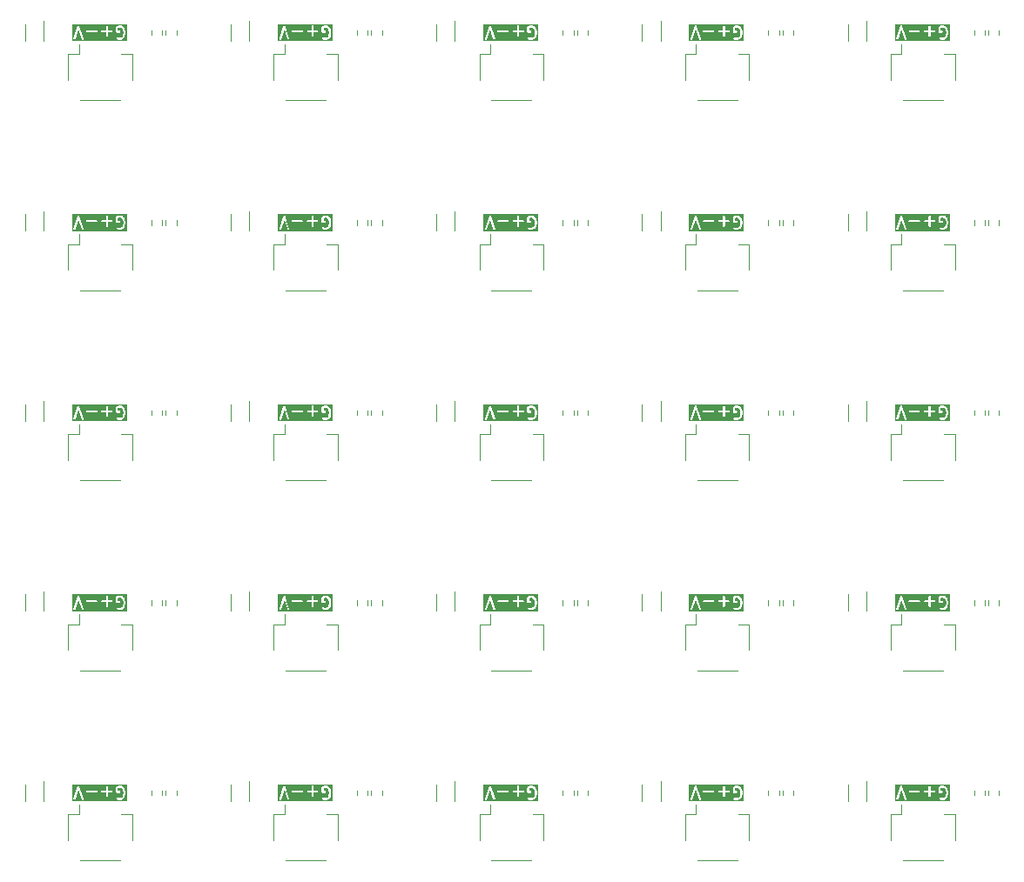
<source format=gto>
%TF.GenerationSoftware,KiCad,Pcbnew,8.0.7*%
%TF.CreationDate,2025-01-05T21:54:17+08:00*%
%TF.ProjectId,u1-panelized,75312d70-616e-4656-9c69-7a65642e6b69,rev?*%
%TF.SameCoordinates,PX5836c38PY1312d00*%
%TF.FileFunction,Legend,Top*%
%TF.FilePolarity,Positive*%
%FSLAX46Y46*%
G04 Gerber Fmt 4.6, Leading zero omitted, Abs format (unit mm)*
G04 Created by KiCad (PCBNEW 8.0.7) date 2025-01-05 21:54:17*
%MOMM*%
%LPD*%
G01*
G04 APERTURE LIST*
%ADD10C,0.200000*%
%ADD11C,0.120000*%
G04 APERTURE END LIST*
D10*
G36*
X18605760Y-10443590D02*
G01*
X13282737Y-10443590D01*
X13282737Y-10197750D01*
X13416070Y-10197750D01*
X13418836Y-10236670D01*
X13436286Y-10271569D01*
X13465762Y-10297134D01*
X13502778Y-10309472D01*
X13541698Y-10306706D01*
X13576597Y-10289256D01*
X13602162Y-10259780D01*
X13610153Y-10241880D01*
X13915285Y-9326484D01*
X14220417Y-10241880D01*
X14228408Y-10259780D01*
X14253973Y-10289256D01*
X14288872Y-10306706D01*
X14327792Y-10309472D01*
X14364808Y-10297134D01*
X14394284Y-10271568D01*
X14411734Y-10236670D01*
X14414500Y-10197749D01*
X14410153Y-10178634D01*
X14166572Y-9447891D01*
X14617206Y-9447891D01*
X14617206Y-9486909D01*
X14632138Y-9522957D01*
X14659728Y-9550547D01*
X14695776Y-9565479D01*
X14715285Y-9567400D01*
X15629570Y-9567400D01*
X15649079Y-9565479D01*
X15685127Y-9550547D01*
X15712717Y-9522957D01*
X15727649Y-9486909D01*
X15727649Y-9447891D01*
X16102920Y-9447891D01*
X16102920Y-9486909D01*
X16117852Y-9522957D01*
X16145442Y-9550547D01*
X16181490Y-9565479D01*
X16200999Y-9567400D01*
X16558141Y-9567400D01*
X16558141Y-9924542D01*
X16560062Y-9944051D01*
X16574994Y-9980099D01*
X16602584Y-10007689D01*
X16638632Y-10022621D01*
X16677650Y-10022621D01*
X16713698Y-10007689D01*
X16741288Y-9980099D01*
X16756220Y-9944051D01*
X16758141Y-9924542D01*
X16758141Y-9567400D01*
X17115284Y-9567400D01*
X17134793Y-9565479D01*
X17170841Y-9550547D01*
X17198431Y-9522957D01*
X17213363Y-9486909D01*
X17213363Y-9447891D01*
X17198431Y-9411843D01*
X17170841Y-9384253D01*
X17134793Y-9369321D01*
X17115284Y-9367400D01*
X16758141Y-9367400D01*
X16758141Y-9124542D01*
X17529570Y-9124542D01*
X17529570Y-9524542D01*
X17531491Y-9544051D01*
X17546423Y-9580099D01*
X17574013Y-9607689D01*
X17610061Y-9622621D01*
X17629570Y-9624542D01*
X17858141Y-9624542D01*
X17877650Y-9622621D01*
X17913698Y-9607689D01*
X17941288Y-9580099D01*
X17956220Y-9544051D01*
X17956220Y-9505033D01*
X17941288Y-9468985D01*
X17913698Y-9441395D01*
X17877650Y-9426463D01*
X17858141Y-9424542D01*
X17729570Y-9424542D01*
X17729570Y-9165963D01*
X17740730Y-9154803D01*
X17874368Y-9110257D01*
X17956200Y-9110257D01*
X18089836Y-9154802D01*
X18175954Y-9240920D01*
X18220932Y-9330876D01*
X18272427Y-9536852D01*
X18272427Y-9683660D01*
X18220932Y-9889636D01*
X18175954Y-9979593D01*
X18089837Y-10065711D01*
X17956200Y-10110257D01*
X17824607Y-10110257D01*
X17731434Y-10063671D01*
X17713126Y-10056665D01*
X17674206Y-10053899D01*
X17637190Y-10066238D01*
X17607713Y-10091802D01*
X17590264Y-10126701D01*
X17587498Y-10165621D01*
X17599837Y-10202637D01*
X17625401Y-10232114D01*
X17641992Y-10242557D01*
X17756278Y-10299700D01*
X17774586Y-10306706D01*
X17778169Y-10306960D01*
X17781490Y-10308336D01*
X17800999Y-10310257D01*
X17972427Y-10310257D01*
X17982300Y-10309284D01*
X17984934Y-10309472D01*
X17988397Y-10308684D01*
X17991936Y-10308336D01*
X17994378Y-10307324D01*
X18004050Y-10305125D01*
X18175479Y-10247982D01*
X18193379Y-10239991D01*
X18196094Y-10237636D01*
X18199414Y-10236261D01*
X18214567Y-10223824D01*
X18328852Y-10109538D01*
X18335142Y-10101873D01*
X18337141Y-10100140D01*
X18339036Y-10097127D01*
X18341288Y-10094385D01*
X18342297Y-10091947D01*
X18347584Y-10083549D01*
X18404727Y-9969263D01*
X18405272Y-9967836D01*
X18405703Y-9967256D01*
X18408626Y-9959073D01*
X18411733Y-9950955D01*
X18411784Y-9950234D01*
X18412298Y-9948796D01*
X18469441Y-9720224D01*
X18469940Y-9716844D01*
X18470506Y-9715480D01*
X18471229Y-9708128D01*
X18472309Y-9700832D01*
X18472091Y-9699373D01*
X18472427Y-9695971D01*
X18472427Y-9524542D01*
X18472091Y-9521139D01*
X18472309Y-9519681D01*
X18471229Y-9512384D01*
X18470506Y-9505033D01*
X18469940Y-9503668D01*
X18469441Y-9500289D01*
X18412298Y-9271717D01*
X18411784Y-9270278D01*
X18411733Y-9269558D01*
X18408626Y-9261439D01*
X18405703Y-9253257D01*
X18405272Y-9252676D01*
X18404727Y-9251250D01*
X18347584Y-9136964D01*
X18342298Y-9128567D01*
X18341288Y-9126127D01*
X18339034Y-9123381D01*
X18337141Y-9120373D01*
X18335143Y-9118640D01*
X18328851Y-9110974D01*
X18214567Y-8996689D01*
X18199413Y-8984253D01*
X18196094Y-8982878D01*
X18193379Y-8980523D01*
X18175479Y-8972532D01*
X18004050Y-8915389D01*
X17994378Y-8913189D01*
X17991936Y-8912178D01*
X17988397Y-8911829D01*
X17984934Y-8911042D01*
X17982300Y-8911229D01*
X17972427Y-8910257D01*
X17858141Y-8910257D01*
X17848267Y-8911229D01*
X17845633Y-8911042D01*
X17842169Y-8911829D01*
X17838632Y-8912178D01*
X17836190Y-8913189D01*
X17826518Y-8915389D01*
X17655090Y-8972532D01*
X17637190Y-8980523D01*
X17634475Y-8982877D01*
X17631157Y-8984252D01*
X17616003Y-8996688D01*
X17558860Y-9053831D01*
X17546423Y-9068984D01*
X17541899Y-9079907D01*
X17531491Y-9105033D01*
X17529570Y-9124542D01*
X16758141Y-9124542D01*
X16758141Y-9010257D01*
X16756220Y-8990748D01*
X16741288Y-8954700D01*
X16713698Y-8927110D01*
X16677650Y-8912178D01*
X16638632Y-8912178D01*
X16602584Y-8927110D01*
X16574994Y-8954700D01*
X16560062Y-8990748D01*
X16558141Y-9010257D01*
X16558141Y-9367400D01*
X16200999Y-9367400D01*
X16181490Y-9369321D01*
X16145442Y-9384253D01*
X16117852Y-9411843D01*
X16102920Y-9447891D01*
X15727649Y-9447891D01*
X15712717Y-9411843D01*
X15685127Y-9384253D01*
X15649079Y-9369321D01*
X15629570Y-9367400D01*
X14715285Y-9367400D01*
X14695776Y-9369321D01*
X14659728Y-9384253D01*
X14632138Y-9411843D01*
X14617206Y-9447891D01*
X14166572Y-9447891D01*
X14010153Y-8978634D01*
X14002162Y-8960734D01*
X13997477Y-8955333D01*
X13994284Y-8948946D01*
X13984814Y-8940732D01*
X13976597Y-8931258D01*
X13970207Y-8928063D01*
X13964808Y-8923380D01*
X13952910Y-8919414D01*
X13941698Y-8913808D01*
X13934570Y-8913301D01*
X13927792Y-8911042D01*
X13915285Y-8911930D01*
X13902778Y-8911042D01*
X13895999Y-8913301D01*
X13888872Y-8913808D01*
X13877659Y-8919414D01*
X13865762Y-8923380D01*
X13860362Y-8928063D01*
X13853973Y-8931258D01*
X13845757Y-8940729D01*
X13836286Y-8948945D01*
X13833091Y-8955334D01*
X13828408Y-8960734D01*
X13820417Y-8978634D01*
X13420417Y-10178634D01*
X13416070Y-10197750D01*
X13282737Y-10197750D01*
X13282737Y-8776924D01*
X18605760Y-8776924D01*
X18605760Y-10443590D01*
G37*
G36*
X98605760Y-84443590D02*
G01*
X93282737Y-84443590D01*
X93282737Y-84197750D01*
X93416070Y-84197750D01*
X93418836Y-84236670D01*
X93436286Y-84271569D01*
X93465762Y-84297134D01*
X93502778Y-84309472D01*
X93541698Y-84306706D01*
X93576597Y-84289256D01*
X93602162Y-84259780D01*
X93610153Y-84241880D01*
X93915285Y-83326484D01*
X94220417Y-84241880D01*
X94228408Y-84259780D01*
X94253973Y-84289256D01*
X94288872Y-84306706D01*
X94327792Y-84309472D01*
X94364808Y-84297134D01*
X94394284Y-84271568D01*
X94411734Y-84236670D01*
X94414500Y-84197749D01*
X94410153Y-84178634D01*
X94166572Y-83447891D01*
X94617206Y-83447891D01*
X94617206Y-83486909D01*
X94632138Y-83522957D01*
X94659728Y-83550547D01*
X94695776Y-83565479D01*
X94715285Y-83567400D01*
X95629570Y-83567400D01*
X95649079Y-83565479D01*
X95685127Y-83550547D01*
X95712717Y-83522957D01*
X95727649Y-83486909D01*
X95727649Y-83447891D01*
X96102920Y-83447891D01*
X96102920Y-83486909D01*
X96117852Y-83522957D01*
X96145442Y-83550547D01*
X96181490Y-83565479D01*
X96200999Y-83567400D01*
X96558141Y-83567400D01*
X96558141Y-83924542D01*
X96560062Y-83944051D01*
X96574994Y-83980099D01*
X96602584Y-84007689D01*
X96638632Y-84022621D01*
X96677650Y-84022621D01*
X96713698Y-84007689D01*
X96741288Y-83980099D01*
X96756220Y-83944051D01*
X96758141Y-83924542D01*
X96758141Y-83567400D01*
X97115284Y-83567400D01*
X97134793Y-83565479D01*
X97170841Y-83550547D01*
X97198431Y-83522957D01*
X97213363Y-83486909D01*
X97213363Y-83447891D01*
X97198431Y-83411843D01*
X97170841Y-83384253D01*
X97134793Y-83369321D01*
X97115284Y-83367400D01*
X96758141Y-83367400D01*
X96758141Y-83124542D01*
X97529570Y-83124542D01*
X97529570Y-83524542D01*
X97531491Y-83544051D01*
X97546423Y-83580099D01*
X97574013Y-83607689D01*
X97610061Y-83622621D01*
X97629570Y-83624542D01*
X97858141Y-83624542D01*
X97877650Y-83622621D01*
X97913698Y-83607689D01*
X97941288Y-83580099D01*
X97956220Y-83544051D01*
X97956220Y-83505033D01*
X97941288Y-83468985D01*
X97913698Y-83441395D01*
X97877650Y-83426463D01*
X97858141Y-83424542D01*
X97729570Y-83424542D01*
X97729570Y-83165963D01*
X97740730Y-83154803D01*
X97874368Y-83110257D01*
X97956200Y-83110257D01*
X98089836Y-83154802D01*
X98175954Y-83240920D01*
X98220932Y-83330876D01*
X98272427Y-83536852D01*
X98272427Y-83683660D01*
X98220932Y-83889636D01*
X98175954Y-83979593D01*
X98089837Y-84065711D01*
X97956200Y-84110257D01*
X97824607Y-84110257D01*
X97731434Y-84063671D01*
X97713126Y-84056665D01*
X97674206Y-84053899D01*
X97637190Y-84066238D01*
X97607713Y-84091802D01*
X97590264Y-84126701D01*
X97587498Y-84165621D01*
X97599837Y-84202637D01*
X97625401Y-84232114D01*
X97641992Y-84242557D01*
X97756278Y-84299700D01*
X97774586Y-84306706D01*
X97778169Y-84306960D01*
X97781490Y-84308336D01*
X97800999Y-84310257D01*
X97972427Y-84310257D01*
X97982300Y-84309284D01*
X97984934Y-84309472D01*
X97988397Y-84308684D01*
X97991936Y-84308336D01*
X97994378Y-84307324D01*
X98004050Y-84305125D01*
X98175479Y-84247982D01*
X98193379Y-84239991D01*
X98196094Y-84237636D01*
X98199414Y-84236261D01*
X98214567Y-84223824D01*
X98328852Y-84109538D01*
X98335142Y-84101873D01*
X98337141Y-84100140D01*
X98339036Y-84097127D01*
X98341288Y-84094385D01*
X98342297Y-84091947D01*
X98347584Y-84083549D01*
X98404727Y-83969263D01*
X98405272Y-83967836D01*
X98405703Y-83967256D01*
X98408626Y-83959073D01*
X98411733Y-83950955D01*
X98411784Y-83950234D01*
X98412298Y-83948796D01*
X98469441Y-83720224D01*
X98469940Y-83716844D01*
X98470506Y-83715480D01*
X98471229Y-83708128D01*
X98472309Y-83700832D01*
X98472091Y-83699373D01*
X98472427Y-83695971D01*
X98472427Y-83524542D01*
X98472091Y-83521139D01*
X98472309Y-83519681D01*
X98471229Y-83512384D01*
X98470506Y-83505033D01*
X98469940Y-83503668D01*
X98469441Y-83500289D01*
X98412298Y-83271717D01*
X98411784Y-83270278D01*
X98411733Y-83269558D01*
X98408626Y-83261439D01*
X98405703Y-83253257D01*
X98405272Y-83252676D01*
X98404727Y-83251250D01*
X98347584Y-83136964D01*
X98342298Y-83128567D01*
X98341288Y-83126127D01*
X98339034Y-83123381D01*
X98337141Y-83120373D01*
X98335143Y-83118640D01*
X98328851Y-83110974D01*
X98214567Y-82996689D01*
X98199413Y-82984253D01*
X98196094Y-82982878D01*
X98193379Y-82980523D01*
X98175479Y-82972532D01*
X98004050Y-82915389D01*
X97994378Y-82913189D01*
X97991936Y-82912178D01*
X97988397Y-82911829D01*
X97984934Y-82911042D01*
X97982300Y-82911229D01*
X97972427Y-82910257D01*
X97858141Y-82910257D01*
X97848267Y-82911229D01*
X97845633Y-82911042D01*
X97842169Y-82911829D01*
X97838632Y-82912178D01*
X97836190Y-82913189D01*
X97826518Y-82915389D01*
X97655090Y-82972532D01*
X97637190Y-82980523D01*
X97634475Y-82982877D01*
X97631157Y-82984252D01*
X97616003Y-82996688D01*
X97558860Y-83053831D01*
X97546423Y-83068984D01*
X97541899Y-83079907D01*
X97531491Y-83105033D01*
X97529570Y-83124542D01*
X96758141Y-83124542D01*
X96758141Y-83010257D01*
X96756220Y-82990748D01*
X96741288Y-82954700D01*
X96713698Y-82927110D01*
X96677650Y-82912178D01*
X96638632Y-82912178D01*
X96602584Y-82927110D01*
X96574994Y-82954700D01*
X96560062Y-82990748D01*
X96558141Y-83010257D01*
X96558141Y-83367400D01*
X96200999Y-83367400D01*
X96181490Y-83369321D01*
X96145442Y-83384253D01*
X96117852Y-83411843D01*
X96102920Y-83447891D01*
X95727649Y-83447891D01*
X95712717Y-83411843D01*
X95685127Y-83384253D01*
X95649079Y-83369321D01*
X95629570Y-83367400D01*
X94715285Y-83367400D01*
X94695776Y-83369321D01*
X94659728Y-83384253D01*
X94632138Y-83411843D01*
X94617206Y-83447891D01*
X94166572Y-83447891D01*
X94010153Y-82978634D01*
X94002162Y-82960734D01*
X93997477Y-82955333D01*
X93994284Y-82948946D01*
X93984814Y-82940732D01*
X93976597Y-82931258D01*
X93970207Y-82928063D01*
X93964808Y-82923380D01*
X93952910Y-82919414D01*
X93941698Y-82913808D01*
X93934570Y-82913301D01*
X93927792Y-82911042D01*
X93915285Y-82911930D01*
X93902778Y-82911042D01*
X93895999Y-82913301D01*
X93888872Y-82913808D01*
X93877659Y-82919414D01*
X93865762Y-82923380D01*
X93860362Y-82928063D01*
X93853973Y-82931258D01*
X93845757Y-82940729D01*
X93836286Y-82948945D01*
X93833091Y-82955334D01*
X93828408Y-82960734D01*
X93820417Y-82978634D01*
X93420417Y-84178634D01*
X93416070Y-84197750D01*
X93282737Y-84197750D01*
X93282737Y-82776924D01*
X98605760Y-82776924D01*
X98605760Y-84443590D01*
G37*
G36*
X38605760Y-28943590D02*
G01*
X33282737Y-28943590D01*
X33282737Y-28697750D01*
X33416070Y-28697750D01*
X33418836Y-28736670D01*
X33436286Y-28771569D01*
X33465762Y-28797134D01*
X33502778Y-28809472D01*
X33541698Y-28806706D01*
X33576597Y-28789256D01*
X33602162Y-28759780D01*
X33610153Y-28741880D01*
X33915285Y-27826484D01*
X34220417Y-28741880D01*
X34228408Y-28759780D01*
X34253973Y-28789256D01*
X34288872Y-28806706D01*
X34327792Y-28809472D01*
X34364808Y-28797134D01*
X34394284Y-28771568D01*
X34411734Y-28736670D01*
X34414500Y-28697749D01*
X34410153Y-28678634D01*
X34166572Y-27947891D01*
X34617206Y-27947891D01*
X34617206Y-27986909D01*
X34632138Y-28022957D01*
X34659728Y-28050547D01*
X34695776Y-28065479D01*
X34715285Y-28067400D01*
X35629570Y-28067400D01*
X35649079Y-28065479D01*
X35685127Y-28050547D01*
X35712717Y-28022957D01*
X35727649Y-27986909D01*
X35727649Y-27947891D01*
X36102920Y-27947891D01*
X36102920Y-27986909D01*
X36117852Y-28022957D01*
X36145442Y-28050547D01*
X36181490Y-28065479D01*
X36200999Y-28067400D01*
X36558141Y-28067400D01*
X36558141Y-28424542D01*
X36560062Y-28444051D01*
X36574994Y-28480099D01*
X36602584Y-28507689D01*
X36638632Y-28522621D01*
X36677650Y-28522621D01*
X36713698Y-28507689D01*
X36741288Y-28480099D01*
X36756220Y-28444051D01*
X36758141Y-28424542D01*
X36758141Y-28067400D01*
X37115284Y-28067400D01*
X37134793Y-28065479D01*
X37170841Y-28050547D01*
X37198431Y-28022957D01*
X37213363Y-27986909D01*
X37213363Y-27947891D01*
X37198431Y-27911843D01*
X37170841Y-27884253D01*
X37134793Y-27869321D01*
X37115284Y-27867400D01*
X36758141Y-27867400D01*
X36758141Y-27624542D01*
X37529570Y-27624542D01*
X37529570Y-28024542D01*
X37531491Y-28044051D01*
X37546423Y-28080099D01*
X37574013Y-28107689D01*
X37610061Y-28122621D01*
X37629570Y-28124542D01*
X37858141Y-28124542D01*
X37877650Y-28122621D01*
X37913698Y-28107689D01*
X37941288Y-28080099D01*
X37956220Y-28044051D01*
X37956220Y-28005033D01*
X37941288Y-27968985D01*
X37913698Y-27941395D01*
X37877650Y-27926463D01*
X37858141Y-27924542D01*
X37729570Y-27924542D01*
X37729570Y-27665963D01*
X37740730Y-27654803D01*
X37874368Y-27610257D01*
X37956200Y-27610257D01*
X38089836Y-27654802D01*
X38175954Y-27740920D01*
X38220932Y-27830876D01*
X38272427Y-28036852D01*
X38272427Y-28183660D01*
X38220932Y-28389636D01*
X38175954Y-28479593D01*
X38089837Y-28565711D01*
X37956200Y-28610257D01*
X37824607Y-28610257D01*
X37731434Y-28563671D01*
X37713126Y-28556665D01*
X37674206Y-28553899D01*
X37637190Y-28566238D01*
X37607713Y-28591802D01*
X37590264Y-28626701D01*
X37587498Y-28665621D01*
X37599837Y-28702637D01*
X37625401Y-28732114D01*
X37641992Y-28742557D01*
X37756278Y-28799700D01*
X37774586Y-28806706D01*
X37778169Y-28806960D01*
X37781490Y-28808336D01*
X37800999Y-28810257D01*
X37972427Y-28810257D01*
X37982300Y-28809284D01*
X37984934Y-28809472D01*
X37988397Y-28808684D01*
X37991936Y-28808336D01*
X37994378Y-28807324D01*
X38004050Y-28805125D01*
X38175479Y-28747982D01*
X38193379Y-28739991D01*
X38196094Y-28737636D01*
X38199414Y-28736261D01*
X38214567Y-28723824D01*
X38328852Y-28609538D01*
X38335142Y-28601873D01*
X38337141Y-28600140D01*
X38339036Y-28597127D01*
X38341288Y-28594385D01*
X38342297Y-28591947D01*
X38347584Y-28583549D01*
X38404727Y-28469263D01*
X38405272Y-28467836D01*
X38405703Y-28467256D01*
X38408626Y-28459073D01*
X38411733Y-28450955D01*
X38411784Y-28450234D01*
X38412298Y-28448796D01*
X38469441Y-28220224D01*
X38469940Y-28216844D01*
X38470506Y-28215480D01*
X38471229Y-28208128D01*
X38472309Y-28200832D01*
X38472091Y-28199373D01*
X38472427Y-28195971D01*
X38472427Y-28024542D01*
X38472091Y-28021139D01*
X38472309Y-28019681D01*
X38471229Y-28012384D01*
X38470506Y-28005033D01*
X38469940Y-28003668D01*
X38469441Y-28000289D01*
X38412298Y-27771717D01*
X38411784Y-27770278D01*
X38411733Y-27769558D01*
X38408626Y-27761439D01*
X38405703Y-27753257D01*
X38405272Y-27752676D01*
X38404727Y-27751250D01*
X38347584Y-27636964D01*
X38342298Y-27628567D01*
X38341288Y-27626127D01*
X38339034Y-27623381D01*
X38337141Y-27620373D01*
X38335143Y-27618640D01*
X38328851Y-27610974D01*
X38214567Y-27496689D01*
X38199413Y-27484253D01*
X38196094Y-27482878D01*
X38193379Y-27480523D01*
X38175479Y-27472532D01*
X38004050Y-27415389D01*
X37994378Y-27413189D01*
X37991936Y-27412178D01*
X37988397Y-27411829D01*
X37984934Y-27411042D01*
X37982300Y-27411229D01*
X37972427Y-27410257D01*
X37858141Y-27410257D01*
X37848267Y-27411229D01*
X37845633Y-27411042D01*
X37842169Y-27411829D01*
X37838632Y-27412178D01*
X37836190Y-27413189D01*
X37826518Y-27415389D01*
X37655090Y-27472532D01*
X37637190Y-27480523D01*
X37634475Y-27482877D01*
X37631157Y-27484252D01*
X37616003Y-27496688D01*
X37558860Y-27553831D01*
X37546423Y-27568984D01*
X37541899Y-27579907D01*
X37531491Y-27605033D01*
X37529570Y-27624542D01*
X36758141Y-27624542D01*
X36758141Y-27510257D01*
X36756220Y-27490748D01*
X36741288Y-27454700D01*
X36713698Y-27427110D01*
X36677650Y-27412178D01*
X36638632Y-27412178D01*
X36602584Y-27427110D01*
X36574994Y-27454700D01*
X36560062Y-27490748D01*
X36558141Y-27510257D01*
X36558141Y-27867400D01*
X36200999Y-27867400D01*
X36181490Y-27869321D01*
X36145442Y-27884253D01*
X36117852Y-27911843D01*
X36102920Y-27947891D01*
X35727649Y-27947891D01*
X35712717Y-27911843D01*
X35685127Y-27884253D01*
X35649079Y-27869321D01*
X35629570Y-27867400D01*
X34715285Y-27867400D01*
X34695776Y-27869321D01*
X34659728Y-27884253D01*
X34632138Y-27911843D01*
X34617206Y-27947891D01*
X34166572Y-27947891D01*
X34010153Y-27478634D01*
X34002162Y-27460734D01*
X33997477Y-27455333D01*
X33994284Y-27448946D01*
X33984814Y-27440732D01*
X33976597Y-27431258D01*
X33970207Y-27428063D01*
X33964808Y-27423380D01*
X33952910Y-27419414D01*
X33941698Y-27413808D01*
X33934570Y-27413301D01*
X33927792Y-27411042D01*
X33915285Y-27411930D01*
X33902778Y-27411042D01*
X33895999Y-27413301D01*
X33888872Y-27413808D01*
X33877659Y-27419414D01*
X33865762Y-27423380D01*
X33860362Y-27428063D01*
X33853973Y-27431258D01*
X33845757Y-27440729D01*
X33836286Y-27448945D01*
X33833091Y-27455334D01*
X33828408Y-27460734D01*
X33820417Y-27478634D01*
X33420417Y-28678634D01*
X33416070Y-28697750D01*
X33282737Y-28697750D01*
X33282737Y-27276924D01*
X38605760Y-27276924D01*
X38605760Y-28943590D01*
G37*
G36*
X98605760Y-10443590D02*
G01*
X93282737Y-10443590D01*
X93282737Y-10197750D01*
X93416070Y-10197750D01*
X93418836Y-10236670D01*
X93436286Y-10271569D01*
X93465762Y-10297134D01*
X93502778Y-10309472D01*
X93541698Y-10306706D01*
X93576597Y-10289256D01*
X93602162Y-10259780D01*
X93610153Y-10241880D01*
X93915285Y-9326484D01*
X94220417Y-10241880D01*
X94228408Y-10259780D01*
X94253973Y-10289256D01*
X94288872Y-10306706D01*
X94327792Y-10309472D01*
X94364808Y-10297134D01*
X94394284Y-10271568D01*
X94411734Y-10236670D01*
X94414500Y-10197749D01*
X94410153Y-10178634D01*
X94166572Y-9447891D01*
X94617206Y-9447891D01*
X94617206Y-9486909D01*
X94632138Y-9522957D01*
X94659728Y-9550547D01*
X94695776Y-9565479D01*
X94715285Y-9567400D01*
X95629570Y-9567400D01*
X95649079Y-9565479D01*
X95685127Y-9550547D01*
X95712717Y-9522957D01*
X95727649Y-9486909D01*
X95727649Y-9447891D01*
X96102920Y-9447891D01*
X96102920Y-9486909D01*
X96117852Y-9522957D01*
X96145442Y-9550547D01*
X96181490Y-9565479D01*
X96200999Y-9567400D01*
X96558141Y-9567400D01*
X96558141Y-9924542D01*
X96560062Y-9944051D01*
X96574994Y-9980099D01*
X96602584Y-10007689D01*
X96638632Y-10022621D01*
X96677650Y-10022621D01*
X96713698Y-10007689D01*
X96741288Y-9980099D01*
X96756220Y-9944051D01*
X96758141Y-9924542D01*
X96758141Y-9567400D01*
X97115284Y-9567400D01*
X97134793Y-9565479D01*
X97170841Y-9550547D01*
X97198431Y-9522957D01*
X97213363Y-9486909D01*
X97213363Y-9447891D01*
X97198431Y-9411843D01*
X97170841Y-9384253D01*
X97134793Y-9369321D01*
X97115284Y-9367400D01*
X96758141Y-9367400D01*
X96758141Y-9124542D01*
X97529570Y-9124542D01*
X97529570Y-9524542D01*
X97531491Y-9544051D01*
X97546423Y-9580099D01*
X97574013Y-9607689D01*
X97610061Y-9622621D01*
X97629570Y-9624542D01*
X97858141Y-9624542D01*
X97877650Y-9622621D01*
X97913698Y-9607689D01*
X97941288Y-9580099D01*
X97956220Y-9544051D01*
X97956220Y-9505033D01*
X97941288Y-9468985D01*
X97913698Y-9441395D01*
X97877650Y-9426463D01*
X97858141Y-9424542D01*
X97729570Y-9424542D01*
X97729570Y-9165963D01*
X97740730Y-9154803D01*
X97874368Y-9110257D01*
X97956200Y-9110257D01*
X98089836Y-9154802D01*
X98175954Y-9240920D01*
X98220932Y-9330876D01*
X98272427Y-9536852D01*
X98272427Y-9683660D01*
X98220932Y-9889636D01*
X98175954Y-9979593D01*
X98089837Y-10065711D01*
X97956200Y-10110257D01*
X97824607Y-10110257D01*
X97731434Y-10063671D01*
X97713126Y-10056665D01*
X97674206Y-10053899D01*
X97637190Y-10066238D01*
X97607713Y-10091802D01*
X97590264Y-10126701D01*
X97587498Y-10165621D01*
X97599837Y-10202637D01*
X97625401Y-10232114D01*
X97641992Y-10242557D01*
X97756278Y-10299700D01*
X97774586Y-10306706D01*
X97778169Y-10306960D01*
X97781490Y-10308336D01*
X97800999Y-10310257D01*
X97972427Y-10310257D01*
X97982300Y-10309284D01*
X97984934Y-10309472D01*
X97988397Y-10308684D01*
X97991936Y-10308336D01*
X97994378Y-10307324D01*
X98004050Y-10305125D01*
X98175479Y-10247982D01*
X98193379Y-10239991D01*
X98196094Y-10237636D01*
X98199414Y-10236261D01*
X98214567Y-10223824D01*
X98328852Y-10109538D01*
X98335142Y-10101873D01*
X98337141Y-10100140D01*
X98339036Y-10097127D01*
X98341288Y-10094385D01*
X98342297Y-10091947D01*
X98347584Y-10083549D01*
X98404727Y-9969263D01*
X98405272Y-9967836D01*
X98405703Y-9967256D01*
X98408626Y-9959073D01*
X98411733Y-9950955D01*
X98411784Y-9950234D01*
X98412298Y-9948796D01*
X98469441Y-9720224D01*
X98469940Y-9716844D01*
X98470506Y-9715480D01*
X98471229Y-9708128D01*
X98472309Y-9700832D01*
X98472091Y-9699373D01*
X98472427Y-9695971D01*
X98472427Y-9524542D01*
X98472091Y-9521139D01*
X98472309Y-9519681D01*
X98471229Y-9512384D01*
X98470506Y-9505033D01*
X98469940Y-9503668D01*
X98469441Y-9500289D01*
X98412298Y-9271717D01*
X98411784Y-9270278D01*
X98411733Y-9269558D01*
X98408626Y-9261439D01*
X98405703Y-9253257D01*
X98405272Y-9252676D01*
X98404727Y-9251250D01*
X98347584Y-9136964D01*
X98342298Y-9128567D01*
X98341288Y-9126127D01*
X98339034Y-9123381D01*
X98337141Y-9120373D01*
X98335143Y-9118640D01*
X98328851Y-9110974D01*
X98214567Y-8996689D01*
X98199413Y-8984253D01*
X98196094Y-8982878D01*
X98193379Y-8980523D01*
X98175479Y-8972532D01*
X98004050Y-8915389D01*
X97994378Y-8913189D01*
X97991936Y-8912178D01*
X97988397Y-8911829D01*
X97984934Y-8911042D01*
X97982300Y-8911229D01*
X97972427Y-8910257D01*
X97858141Y-8910257D01*
X97848267Y-8911229D01*
X97845633Y-8911042D01*
X97842169Y-8911829D01*
X97838632Y-8912178D01*
X97836190Y-8913189D01*
X97826518Y-8915389D01*
X97655090Y-8972532D01*
X97637190Y-8980523D01*
X97634475Y-8982877D01*
X97631157Y-8984252D01*
X97616003Y-8996688D01*
X97558860Y-9053831D01*
X97546423Y-9068984D01*
X97541899Y-9079907D01*
X97531491Y-9105033D01*
X97529570Y-9124542D01*
X96758141Y-9124542D01*
X96758141Y-9010257D01*
X96756220Y-8990748D01*
X96741288Y-8954700D01*
X96713698Y-8927110D01*
X96677650Y-8912178D01*
X96638632Y-8912178D01*
X96602584Y-8927110D01*
X96574994Y-8954700D01*
X96560062Y-8990748D01*
X96558141Y-9010257D01*
X96558141Y-9367400D01*
X96200999Y-9367400D01*
X96181490Y-9369321D01*
X96145442Y-9384253D01*
X96117852Y-9411843D01*
X96102920Y-9447891D01*
X95727649Y-9447891D01*
X95712717Y-9411843D01*
X95685127Y-9384253D01*
X95649079Y-9369321D01*
X95629570Y-9367400D01*
X94715285Y-9367400D01*
X94695776Y-9369321D01*
X94659728Y-9384253D01*
X94632138Y-9411843D01*
X94617206Y-9447891D01*
X94166572Y-9447891D01*
X94010153Y-8978634D01*
X94002162Y-8960734D01*
X93997477Y-8955333D01*
X93994284Y-8948946D01*
X93984814Y-8940732D01*
X93976597Y-8931258D01*
X93970207Y-8928063D01*
X93964808Y-8923380D01*
X93952910Y-8919414D01*
X93941698Y-8913808D01*
X93934570Y-8913301D01*
X93927792Y-8911042D01*
X93915285Y-8911930D01*
X93902778Y-8911042D01*
X93895999Y-8913301D01*
X93888872Y-8913808D01*
X93877659Y-8919414D01*
X93865762Y-8923380D01*
X93860362Y-8928063D01*
X93853973Y-8931258D01*
X93845757Y-8940729D01*
X93836286Y-8948945D01*
X93833091Y-8955334D01*
X93828408Y-8960734D01*
X93820417Y-8978634D01*
X93420417Y-10178634D01*
X93416070Y-10197750D01*
X93282737Y-10197750D01*
X93282737Y-8776924D01*
X98605760Y-8776924D01*
X98605760Y-10443590D01*
G37*
G36*
X78605760Y-84443590D02*
G01*
X73282737Y-84443590D01*
X73282737Y-84197750D01*
X73416070Y-84197750D01*
X73418836Y-84236670D01*
X73436286Y-84271569D01*
X73465762Y-84297134D01*
X73502778Y-84309472D01*
X73541698Y-84306706D01*
X73576597Y-84289256D01*
X73602162Y-84259780D01*
X73610153Y-84241880D01*
X73915285Y-83326484D01*
X74220417Y-84241880D01*
X74228408Y-84259780D01*
X74253973Y-84289256D01*
X74288872Y-84306706D01*
X74327792Y-84309472D01*
X74364808Y-84297134D01*
X74394284Y-84271568D01*
X74411734Y-84236670D01*
X74414500Y-84197749D01*
X74410153Y-84178634D01*
X74166572Y-83447891D01*
X74617206Y-83447891D01*
X74617206Y-83486909D01*
X74632138Y-83522957D01*
X74659728Y-83550547D01*
X74695776Y-83565479D01*
X74715285Y-83567400D01*
X75629570Y-83567400D01*
X75649079Y-83565479D01*
X75685127Y-83550547D01*
X75712717Y-83522957D01*
X75727649Y-83486909D01*
X75727649Y-83447891D01*
X76102920Y-83447891D01*
X76102920Y-83486909D01*
X76117852Y-83522957D01*
X76145442Y-83550547D01*
X76181490Y-83565479D01*
X76200999Y-83567400D01*
X76558141Y-83567400D01*
X76558141Y-83924542D01*
X76560062Y-83944051D01*
X76574994Y-83980099D01*
X76602584Y-84007689D01*
X76638632Y-84022621D01*
X76677650Y-84022621D01*
X76713698Y-84007689D01*
X76741288Y-83980099D01*
X76756220Y-83944051D01*
X76758141Y-83924542D01*
X76758141Y-83567400D01*
X77115284Y-83567400D01*
X77134793Y-83565479D01*
X77170841Y-83550547D01*
X77198431Y-83522957D01*
X77213363Y-83486909D01*
X77213363Y-83447891D01*
X77198431Y-83411843D01*
X77170841Y-83384253D01*
X77134793Y-83369321D01*
X77115284Y-83367400D01*
X76758141Y-83367400D01*
X76758141Y-83124542D01*
X77529570Y-83124542D01*
X77529570Y-83524542D01*
X77531491Y-83544051D01*
X77546423Y-83580099D01*
X77574013Y-83607689D01*
X77610061Y-83622621D01*
X77629570Y-83624542D01*
X77858141Y-83624542D01*
X77877650Y-83622621D01*
X77913698Y-83607689D01*
X77941288Y-83580099D01*
X77956220Y-83544051D01*
X77956220Y-83505033D01*
X77941288Y-83468985D01*
X77913698Y-83441395D01*
X77877650Y-83426463D01*
X77858141Y-83424542D01*
X77729570Y-83424542D01*
X77729570Y-83165963D01*
X77740730Y-83154803D01*
X77874368Y-83110257D01*
X77956200Y-83110257D01*
X78089836Y-83154802D01*
X78175954Y-83240920D01*
X78220932Y-83330876D01*
X78272427Y-83536852D01*
X78272427Y-83683660D01*
X78220932Y-83889636D01*
X78175954Y-83979593D01*
X78089837Y-84065711D01*
X77956200Y-84110257D01*
X77824607Y-84110257D01*
X77731434Y-84063671D01*
X77713126Y-84056665D01*
X77674206Y-84053899D01*
X77637190Y-84066238D01*
X77607713Y-84091802D01*
X77590264Y-84126701D01*
X77587498Y-84165621D01*
X77599837Y-84202637D01*
X77625401Y-84232114D01*
X77641992Y-84242557D01*
X77756278Y-84299700D01*
X77774586Y-84306706D01*
X77778169Y-84306960D01*
X77781490Y-84308336D01*
X77800999Y-84310257D01*
X77972427Y-84310257D01*
X77982300Y-84309284D01*
X77984934Y-84309472D01*
X77988397Y-84308684D01*
X77991936Y-84308336D01*
X77994378Y-84307324D01*
X78004050Y-84305125D01*
X78175479Y-84247982D01*
X78193379Y-84239991D01*
X78196094Y-84237636D01*
X78199414Y-84236261D01*
X78214567Y-84223824D01*
X78328852Y-84109538D01*
X78335142Y-84101873D01*
X78337141Y-84100140D01*
X78339036Y-84097127D01*
X78341288Y-84094385D01*
X78342297Y-84091947D01*
X78347584Y-84083549D01*
X78404727Y-83969263D01*
X78405272Y-83967836D01*
X78405703Y-83967256D01*
X78408626Y-83959073D01*
X78411733Y-83950955D01*
X78411784Y-83950234D01*
X78412298Y-83948796D01*
X78469441Y-83720224D01*
X78469940Y-83716844D01*
X78470506Y-83715480D01*
X78471229Y-83708128D01*
X78472309Y-83700832D01*
X78472091Y-83699373D01*
X78472427Y-83695971D01*
X78472427Y-83524542D01*
X78472091Y-83521139D01*
X78472309Y-83519681D01*
X78471229Y-83512384D01*
X78470506Y-83505033D01*
X78469940Y-83503668D01*
X78469441Y-83500289D01*
X78412298Y-83271717D01*
X78411784Y-83270278D01*
X78411733Y-83269558D01*
X78408626Y-83261439D01*
X78405703Y-83253257D01*
X78405272Y-83252676D01*
X78404727Y-83251250D01*
X78347584Y-83136964D01*
X78342298Y-83128567D01*
X78341288Y-83126127D01*
X78339034Y-83123381D01*
X78337141Y-83120373D01*
X78335143Y-83118640D01*
X78328851Y-83110974D01*
X78214567Y-82996689D01*
X78199413Y-82984253D01*
X78196094Y-82982878D01*
X78193379Y-82980523D01*
X78175479Y-82972532D01*
X78004050Y-82915389D01*
X77994378Y-82913189D01*
X77991936Y-82912178D01*
X77988397Y-82911829D01*
X77984934Y-82911042D01*
X77982300Y-82911229D01*
X77972427Y-82910257D01*
X77858141Y-82910257D01*
X77848267Y-82911229D01*
X77845633Y-82911042D01*
X77842169Y-82911829D01*
X77838632Y-82912178D01*
X77836190Y-82913189D01*
X77826518Y-82915389D01*
X77655090Y-82972532D01*
X77637190Y-82980523D01*
X77634475Y-82982877D01*
X77631157Y-82984252D01*
X77616003Y-82996688D01*
X77558860Y-83053831D01*
X77546423Y-83068984D01*
X77541899Y-83079907D01*
X77531491Y-83105033D01*
X77529570Y-83124542D01*
X76758141Y-83124542D01*
X76758141Y-83010257D01*
X76756220Y-82990748D01*
X76741288Y-82954700D01*
X76713698Y-82927110D01*
X76677650Y-82912178D01*
X76638632Y-82912178D01*
X76602584Y-82927110D01*
X76574994Y-82954700D01*
X76560062Y-82990748D01*
X76558141Y-83010257D01*
X76558141Y-83367400D01*
X76200999Y-83367400D01*
X76181490Y-83369321D01*
X76145442Y-83384253D01*
X76117852Y-83411843D01*
X76102920Y-83447891D01*
X75727649Y-83447891D01*
X75712717Y-83411843D01*
X75685127Y-83384253D01*
X75649079Y-83369321D01*
X75629570Y-83367400D01*
X74715285Y-83367400D01*
X74695776Y-83369321D01*
X74659728Y-83384253D01*
X74632138Y-83411843D01*
X74617206Y-83447891D01*
X74166572Y-83447891D01*
X74010153Y-82978634D01*
X74002162Y-82960734D01*
X73997477Y-82955333D01*
X73994284Y-82948946D01*
X73984814Y-82940732D01*
X73976597Y-82931258D01*
X73970207Y-82928063D01*
X73964808Y-82923380D01*
X73952910Y-82919414D01*
X73941698Y-82913808D01*
X73934570Y-82913301D01*
X73927792Y-82911042D01*
X73915285Y-82911930D01*
X73902778Y-82911042D01*
X73895999Y-82913301D01*
X73888872Y-82913808D01*
X73877659Y-82919414D01*
X73865762Y-82923380D01*
X73860362Y-82928063D01*
X73853973Y-82931258D01*
X73845757Y-82940729D01*
X73836286Y-82948945D01*
X73833091Y-82955334D01*
X73828408Y-82960734D01*
X73820417Y-82978634D01*
X73420417Y-84178634D01*
X73416070Y-84197750D01*
X73282737Y-84197750D01*
X73282737Y-82776924D01*
X78605760Y-82776924D01*
X78605760Y-84443590D01*
G37*
G36*
X58605760Y-47443590D02*
G01*
X53282737Y-47443590D01*
X53282737Y-47197750D01*
X53416070Y-47197750D01*
X53418836Y-47236670D01*
X53436286Y-47271569D01*
X53465762Y-47297134D01*
X53502778Y-47309472D01*
X53541698Y-47306706D01*
X53576597Y-47289256D01*
X53602162Y-47259780D01*
X53610153Y-47241880D01*
X53915285Y-46326484D01*
X54220417Y-47241880D01*
X54228408Y-47259780D01*
X54253973Y-47289256D01*
X54288872Y-47306706D01*
X54327792Y-47309472D01*
X54364808Y-47297134D01*
X54394284Y-47271568D01*
X54411734Y-47236670D01*
X54414500Y-47197749D01*
X54410153Y-47178634D01*
X54166572Y-46447891D01*
X54617206Y-46447891D01*
X54617206Y-46486909D01*
X54632138Y-46522957D01*
X54659728Y-46550547D01*
X54695776Y-46565479D01*
X54715285Y-46567400D01*
X55629570Y-46567400D01*
X55649079Y-46565479D01*
X55685127Y-46550547D01*
X55712717Y-46522957D01*
X55727649Y-46486909D01*
X55727649Y-46447891D01*
X56102920Y-46447891D01*
X56102920Y-46486909D01*
X56117852Y-46522957D01*
X56145442Y-46550547D01*
X56181490Y-46565479D01*
X56200999Y-46567400D01*
X56558141Y-46567400D01*
X56558141Y-46924542D01*
X56560062Y-46944051D01*
X56574994Y-46980099D01*
X56602584Y-47007689D01*
X56638632Y-47022621D01*
X56677650Y-47022621D01*
X56713698Y-47007689D01*
X56741288Y-46980099D01*
X56756220Y-46944051D01*
X56758141Y-46924542D01*
X56758141Y-46567400D01*
X57115284Y-46567400D01*
X57134793Y-46565479D01*
X57170841Y-46550547D01*
X57198431Y-46522957D01*
X57213363Y-46486909D01*
X57213363Y-46447891D01*
X57198431Y-46411843D01*
X57170841Y-46384253D01*
X57134793Y-46369321D01*
X57115284Y-46367400D01*
X56758141Y-46367400D01*
X56758141Y-46124542D01*
X57529570Y-46124542D01*
X57529570Y-46524542D01*
X57531491Y-46544051D01*
X57546423Y-46580099D01*
X57574013Y-46607689D01*
X57610061Y-46622621D01*
X57629570Y-46624542D01*
X57858141Y-46624542D01*
X57877650Y-46622621D01*
X57913698Y-46607689D01*
X57941288Y-46580099D01*
X57956220Y-46544051D01*
X57956220Y-46505033D01*
X57941288Y-46468985D01*
X57913698Y-46441395D01*
X57877650Y-46426463D01*
X57858141Y-46424542D01*
X57729570Y-46424542D01*
X57729570Y-46165963D01*
X57740730Y-46154803D01*
X57874368Y-46110257D01*
X57956200Y-46110257D01*
X58089836Y-46154802D01*
X58175954Y-46240920D01*
X58220932Y-46330876D01*
X58272427Y-46536852D01*
X58272427Y-46683660D01*
X58220932Y-46889636D01*
X58175954Y-46979593D01*
X58089837Y-47065711D01*
X57956200Y-47110257D01*
X57824607Y-47110257D01*
X57731434Y-47063671D01*
X57713126Y-47056665D01*
X57674206Y-47053899D01*
X57637190Y-47066238D01*
X57607713Y-47091802D01*
X57590264Y-47126701D01*
X57587498Y-47165621D01*
X57599837Y-47202637D01*
X57625401Y-47232114D01*
X57641992Y-47242557D01*
X57756278Y-47299700D01*
X57774586Y-47306706D01*
X57778169Y-47306960D01*
X57781490Y-47308336D01*
X57800999Y-47310257D01*
X57972427Y-47310257D01*
X57982300Y-47309284D01*
X57984934Y-47309472D01*
X57988397Y-47308684D01*
X57991936Y-47308336D01*
X57994378Y-47307324D01*
X58004050Y-47305125D01*
X58175479Y-47247982D01*
X58193379Y-47239991D01*
X58196094Y-47237636D01*
X58199414Y-47236261D01*
X58214567Y-47223824D01*
X58328852Y-47109538D01*
X58335142Y-47101873D01*
X58337141Y-47100140D01*
X58339036Y-47097127D01*
X58341288Y-47094385D01*
X58342297Y-47091947D01*
X58347584Y-47083549D01*
X58404727Y-46969263D01*
X58405272Y-46967836D01*
X58405703Y-46967256D01*
X58408626Y-46959073D01*
X58411733Y-46950955D01*
X58411784Y-46950234D01*
X58412298Y-46948796D01*
X58469441Y-46720224D01*
X58469940Y-46716844D01*
X58470506Y-46715480D01*
X58471229Y-46708128D01*
X58472309Y-46700832D01*
X58472091Y-46699373D01*
X58472427Y-46695971D01*
X58472427Y-46524542D01*
X58472091Y-46521139D01*
X58472309Y-46519681D01*
X58471229Y-46512384D01*
X58470506Y-46505033D01*
X58469940Y-46503668D01*
X58469441Y-46500289D01*
X58412298Y-46271717D01*
X58411784Y-46270278D01*
X58411733Y-46269558D01*
X58408626Y-46261439D01*
X58405703Y-46253257D01*
X58405272Y-46252676D01*
X58404727Y-46251250D01*
X58347584Y-46136964D01*
X58342298Y-46128567D01*
X58341288Y-46126127D01*
X58339034Y-46123381D01*
X58337141Y-46120373D01*
X58335143Y-46118640D01*
X58328851Y-46110974D01*
X58214567Y-45996689D01*
X58199413Y-45984253D01*
X58196094Y-45982878D01*
X58193379Y-45980523D01*
X58175479Y-45972532D01*
X58004050Y-45915389D01*
X57994378Y-45913189D01*
X57991936Y-45912178D01*
X57988397Y-45911829D01*
X57984934Y-45911042D01*
X57982300Y-45911229D01*
X57972427Y-45910257D01*
X57858141Y-45910257D01*
X57848267Y-45911229D01*
X57845633Y-45911042D01*
X57842169Y-45911829D01*
X57838632Y-45912178D01*
X57836190Y-45913189D01*
X57826518Y-45915389D01*
X57655090Y-45972532D01*
X57637190Y-45980523D01*
X57634475Y-45982877D01*
X57631157Y-45984252D01*
X57616003Y-45996688D01*
X57558860Y-46053831D01*
X57546423Y-46068984D01*
X57541899Y-46079907D01*
X57531491Y-46105033D01*
X57529570Y-46124542D01*
X56758141Y-46124542D01*
X56758141Y-46010257D01*
X56756220Y-45990748D01*
X56741288Y-45954700D01*
X56713698Y-45927110D01*
X56677650Y-45912178D01*
X56638632Y-45912178D01*
X56602584Y-45927110D01*
X56574994Y-45954700D01*
X56560062Y-45990748D01*
X56558141Y-46010257D01*
X56558141Y-46367400D01*
X56200999Y-46367400D01*
X56181490Y-46369321D01*
X56145442Y-46384253D01*
X56117852Y-46411843D01*
X56102920Y-46447891D01*
X55727649Y-46447891D01*
X55712717Y-46411843D01*
X55685127Y-46384253D01*
X55649079Y-46369321D01*
X55629570Y-46367400D01*
X54715285Y-46367400D01*
X54695776Y-46369321D01*
X54659728Y-46384253D01*
X54632138Y-46411843D01*
X54617206Y-46447891D01*
X54166572Y-46447891D01*
X54010153Y-45978634D01*
X54002162Y-45960734D01*
X53997477Y-45955333D01*
X53994284Y-45948946D01*
X53984814Y-45940732D01*
X53976597Y-45931258D01*
X53970207Y-45928063D01*
X53964808Y-45923380D01*
X53952910Y-45919414D01*
X53941698Y-45913808D01*
X53934570Y-45913301D01*
X53927792Y-45911042D01*
X53915285Y-45911930D01*
X53902778Y-45911042D01*
X53895999Y-45913301D01*
X53888872Y-45913808D01*
X53877659Y-45919414D01*
X53865762Y-45923380D01*
X53860362Y-45928063D01*
X53853973Y-45931258D01*
X53845757Y-45940729D01*
X53836286Y-45948945D01*
X53833091Y-45955334D01*
X53828408Y-45960734D01*
X53820417Y-45978634D01*
X53420417Y-47178634D01*
X53416070Y-47197750D01*
X53282737Y-47197750D01*
X53282737Y-45776924D01*
X58605760Y-45776924D01*
X58605760Y-47443590D01*
G37*
G36*
X98605760Y-65943590D02*
G01*
X93282737Y-65943590D01*
X93282737Y-65697750D01*
X93416070Y-65697750D01*
X93418836Y-65736670D01*
X93436286Y-65771569D01*
X93465762Y-65797134D01*
X93502778Y-65809472D01*
X93541698Y-65806706D01*
X93576597Y-65789256D01*
X93602162Y-65759780D01*
X93610153Y-65741880D01*
X93915285Y-64826484D01*
X94220417Y-65741880D01*
X94228408Y-65759780D01*
X94253973Y-65789256D01*
X94288872Y-65806706D01*
X94327792Y-65809472D01*
X94364808Y-65797134D01*
X94394284Y-65771568D01*
X94411734Y-65736670D01*
X94414500Y-65697749D01*
X94410153Y-65678634D01*
X94166572Y-64947891D01*
X94617206Y-64947891D01*
X94617206Y-64986909D01*
X94632138Y-65022957D01*
X94659728Y-65050547D01*
X94695776Y-65065479D01*
X94715285Y-65067400D01*
X95629570Y-65067400D01*
X95649079Y-65065479D01*
X95685127Y-65050547D01*
X95712717Y-65022957D01*
X95727649Y-64986909D01*
X95727649Y-64947891D01*
X96102920Y-64947891D01*
X96102920Y-64986909D01*
X96117852Y-65022957D01*
X96145442Y-65050547D01*
X96181490Y-65065479D01*
X96200999Y-65067400D01*
X96558141Y-65067400D01*
X96558141Y-65424542D01*
X96560062Y-65444051D01*
X96574994Y-65480099D01*
X96602584Y-65507689D01*
X96638632Y-65522621D01*
X96677650Y-65522621D01*
X96713698Y-65507689D01*
X96741288Y-65480099D01*
X96756220Y-65444051D01*
X96758141Y-65424542D01*
X96758141Y-65067400D01*
X97115284Y-65067400D01*
X97134793Y-65065479D01*
X97170841Y-65050547D01*
X97198431Y-65022957D01*
X97213363Y-64986909D01*
X97213363Y-64947891D01*
X97198431Y-64911843D01*
X97170841Y-64884253D01*
X97134793Y-64869321D01*
X97115284Y-64867400D01*
X96758141Y-64867400D01*
X96758141Y-64624542D01*
X97529570Y-64624542D01*
X97529570Y-65024542D01*
X97531491Y-65044051D01*
X97546423Y-65080099D01*
X97574013Y-65107689D01*
X97610061Y-65122621D01*
X97629570Y-65124542D01*
X97858141Y-65124542D01*
X97877650Y-65122621D01*
X97913698Y-65107689D01*
X97941288Y-65080099D01*
X97956220Y-65044051D01*
X97956220Y-65005033D01*
X97941288Y-64968985D01*
X97913698Y-64941395D01*
X97877650Y-64926463D01*
X97858141Y-64924542D01*
X97729570Y-64924542D01*
X97729570Y-64665963D01*
X97740730Y-64654803D01*
X97874368Y-64610257D01*
X97956200Y-64610257D01*
X98089836Y-64654802D01*
X98175954Y-64740920D01*
X98220932Y-64830876D01*
X98272427Y-65036852D01*
X98272427Y-65183660D01*
X98220932Y-65389636D01*
X98175954Y-65479593D01*
X98089837Y-65565711D01*
X97956200Y-65610257D01*
X97824607Y-65610257D01*
X97731434Y-65563671D01*
X97713126Y-65556665D01*
X97674206Y-65553899D01*
X97637190Y-65566238D01*
X97607713Y-65591802D01*
X97590264Y-65626701D01*
X97587498Y-65665621D01*
X97599837Y-65702637D01*
X97625401Y-65732114D01*
X97641992Y-65742557D01*
X97756278Y-65799700D01*
X97774586Y-65806706D01*
X97778169Y-65806960D01*
X97781490Y-65808336D01*
X97800999Y-65810257D01*
X97972427Y-65810257D01*
X97982300Y-65809284D01*
X97984934Y-65809472D01*
X97988397Y-65808684D01*
X97991936Y-65808336D01*
X97994378Y-65807324D01*
X98004050Y-65805125D01*
X98175479Y-65747982D01*
X98193379Y-65739991D01*
X98196094Y-65737636D01*
X98199414Y-65736261D01*
X98214567Y-65723824D01*
X98328852Y-65609538D01*
X98335142Y-65601873D01*
X98337141Y-65600140D01*
X98339036Y-65597127D01*
X98341288Y-65594385D01*
X98342297Y-65591947D01*
X98347584Y-65583549D01*
X98404727Y-65469263D01*
X98405272Y-65467836D01*
X98405703Y-65467256D01*
X98408626Y-65459073D01*
X98411733Y-65450955D01*
X98411784Y-65450234D01*
X98412298Y-65448796D01*
X98469441Y-65220224D01*
X98469940Y-65216844D01*
X98470506Y-65215480D01*
X98471229Y-65208128D01*
X98472309Y-65200832D01*
X98472091Y-65199373D01*
X98472427Y-65195971D01*
X98472427Y-65024542D01*
X98472091Y-65021139D01*
X98472309Y-65019681D01*
X98471229Y-65012384D01*
X98470506Y-65005033D01*
X98469940Y-65003668D01*
X98469441Y-65000289D01*
X98412298Y-64771717D01*
X98411784Y-64770278D01*
X98411733Y-64769558D01*
X98408626Y-64761439D01*
X98405703Y-64753257D01*
X98405272Y-64752676D01*
X98404727Y-64751250D01*
X98347584Y-64636964D01*
X98342298Y-64628567D01*
X98341288Y-64626127D01*
X98339034Y-64623381D01*
X98337141Y-64620373D01*
X98335143Y-64618640D01*
X98328851Y-64610974D01*
X98214567Y-64496689D01*
X98199413Y-64484253D01*
X98196094Y-64482878D01*
X98193379Y-64480523D01*
X98175479Y-64472532D01*
X98004050Y-64415389D01*
X97994378Y-64413189D01*
X97991936Y-64412178D01*
X97988397Y-64411829D01*
X97984934Y-64411042D01*
X97982300Y-64411229D01*
X97972427Y-64410257D01*
X97858141Y-64410257D01*
X97848267Y-64411229D01*
X97845633Y-64411042D01*
X97842169Y-64411829D01*
X97838632Y-64412178D01*
X97836190Y-64413189D01*
X97826518Y-64415389D01*
X97655090Y-64472532D01*
X97637190Y-64480523D01*
X97634475Y-64482877D01*
X97631157Y-64484252D01*
X97616003Y-64496688D01*
X97558860Y-64553831D01*
X97546423Y-64568984D01*
X97541899Y-64579907D01*
X97531491Y-64605033D01*
X97529570Y-64624542D01*
X96758141Y-64624542D01*
X96758141Y-64510257D01*
X96756220Y-64490748D01*
X96741288Y-64454700D01*
X96713698Y-64427110D01*
X96677650Y-64412178D01*
X96638632Y-64412178D01*
X96602584Y-64427110D01*
X96574994Y-64454700D01*
X96560062Y-64490748D01*
X96558141Y-64510257D01*
X96558141Y-64867400D01*
X96200999Y-64867400D01*
X96181490Y-64869321D01*
X96145442Y-64884253D01*
X96117852Y-64911843D01*
X96102920Y-64947891D01*
X95727649Y-64947891D01*
X95712717Y-64911843D01*
X95685127Y-64884253D01*
X95649079Y-64869321D01*
X95629570Y-64867400D01*
X94715285Y-64867400D01*
X94695776Y-64869321D01*
X94659728Y-64884253D01*
X94632138Y-64911843D01*
X94617206Y-64947891D01*
X94166572Y-64947891D01*
X94010153Y-64478634D01*
X94002162Y-64460734D01*
X93997477Y-64455333D01*
X93994284Y-64448946D01*
X93984814Y-64440732D01*
X93976597Y-64431258D01*
X93970207Y-64428063D01*
X93964808Y-64423380D01*
X93952910Y-64419414D01*
X93941698Y-64413808D01*
X93934570Y-64413301D01*
X93927792Y-64411042D01*
X93915285Y-64411930D01*
X93902778Y-64411042D01*
X93895999Y-64413301D01*
X93888872Y-64413808D01*
X93877659Y-64419414D01*
X93865762Y-64423380D01*
X93860362Y-64428063D01*
X93853973Y-64431258D01*
X93845757Y-64440729D01*
X93836286Y-64448945D01*
X93833091Y-64455334D01*
X93828408Y-64460734D01*
X93820417Y-64478634D01*
X93420417Y-65678634D01*
X93416070Y-65697750D01*
X93282737Y-65697750D01*
X93282737Y-64276924D01*
X98605760Y-64276924D01*
X98605760Y-65943590D01*
G37*
G36*
X78605760Y-65943590D02*
G01*
X73282737Y-65943590D01*
X73282737Y-65697750D01*
X73416070Y-65697750D01*
X73418836Y-65736670D01*
X73436286Y-65771569D01*
X73465762Y-65797134D01*
X73502778Y-65809472D01*
X73541698Y-65806706D01*
X73576597Y-65789256D01*
X73602162Y-65759780D01*
X73610153Y-65741880D01*
X73915285Y-64826484D01*
X74220417Y-65741880D01*
X74228408Y-65759780D01*
X74253973Y-65789256D01*
X74288872Y-65806706D01*
X74327792Y-65809472D01*
X74364808Y-65797134D01*
X74394284Y-65771568D01*
X74411734Y-65736670D01*
X74414500Y-65697749D01*
X74410153Y-65678634D01*
X74166572Y-64947891D01*
X74617206Y-64947891D01*
X74617206Y-64986909D01*
X74632138Y-65022957D01*
X74659728Y-65050547D01*
X74695776Y-65065479D01*
X74715285Y-65067400D01*
X75629570Y-65067400D01*
X75649079Y-65065479D01*
X75685127Y-65050547D01*
X75712717Y-65022957D01*
X75727649Y-64986909D01*
X75727649Y-64947891D01*
X76102920Y-64947891D01*
X76102920Y-64986909D01*
X76117852Y-65022957D01*
X76145442Y-65050547D01*
X76181490Y-65065479D01*
X76200999Y-65067400D01*
X76558141Y-65067400D01*
X76558141Y-65424542D01*
X76560062Y-65444051D01*
X76574994Y-65480099D01*
X76602584Y-65507689D01*
X76638632Y-65522621D01*
X76677650Y-65522621D01*
X76713698Y-65507689D01*
X76741288Y-65480099D01*
X76756220Y-65444051D01*
X76758141Y-65424542D01*
X76758141Y-65067400D01*
X77115284Y-65067400D01*
X77134793Y-65065479D01*
X77170841Y-65050547D01*
X77198431Y-65022957D01*
X77213363Y-64986909D01*
X77213363Y-64947891D01*
X77198431Y-64911843D01*
X77170841Y-64884253D01*
X77134793Y-64869321D01*
X77115284Y-64867400D01*
X76758141Y-64867400D01*
X76758141Y-64624542D01*
X77529570Y-64624542D01*
X77529570Y-65024542D01*
X77531491Y-65044051D01*
X77546423Y-65080099D01*
X77574013Y-65107689D01*
X77610061Y-65122621D01*
X77629570Y-65124542D01*
X77858141Y-65124542D01*
X77877650Y-65122621D01*
X77913698Y-65107689D01*
X77941288Y-65080099D01*
X77956220Y-65044051D01*
X77956220Y-65005033D01*
X77941288Y-64968985D01*
X77913698Y-64941395D01*
X77877650Y-64926463D01*
X77858141Y-64924542D01*
X77729570Y-64924542D01*
X77729570Y-64665963D01*
X77740730Y-64654803D01*
X77874368Y-64610257D01*
X77956200Y-64610257D01*
X78089836Y-64654802D01*
X78175954Y-64740920D01*
X78220932Y-64830876D01*
X78272427Y-65036852D01*
X78272427Y-65183660D01*
X78220932Y-65389636D01*
X78175954Y-65479593D01*
X78089837Y-65565711D01*
X77956200Y-65610257D01*
X77824607Y-65610257D01*
X77731434Y-65563671D01*
X77713126Y-65556665D01*
X77674206Y-65553899D01*
X77637190Y-65566238D01*
X77607713Y-65591802D01*
X77590264Y-65626701D01*
X77587498Y-65665621D01*
X77599837Y-65702637D01*
X77625401Y-65732114D01*
X77641992Y-65742557D01*
X77756278Y-65799700D01*
X77774586Y-65806706D01*
X77778169Y-65806960D01*
X77781490Y-65808336D01*
X77800999Y-65810257D01*
X77972427Y-65810257D01*
X77982300Y-65809284D01*
X77984934Y-65809472D01*
X77988397Y-65808684D01*
X77991936Y-65808336D01*
X77994378Y-65807324D01*
X78004050Y-65805125D01*
X78175479Y-65747982D01*
X78193379Y-65739991D01*
X78196094Y-65737636D01*
X78199414Y-65736261D01*
X78214567Y-65723824D01*
X78328852Y-65609538D01*
X78335142Y-65601873D01*
X78337141Y-65600140D01*
X78339036Y-65597127D01*
X78341288Y-65594385D01*
X78342297Y-65591947D01*
X78347584Y-65583549D01*
X78404727Y-65469263D01*
X78405272Y-65467836D01*
X78405703Y-65467256D01*
X78408626Y-65459073D01*
X78411733Y-65450955D01*
X78411784Y-65450234D01*
X78412298Y-65448796D01*
X78469441Y-65220224D01*
X78469940Y-65216844D01*
X78470506Y-65215480D01*
X78471229Y-65208128D01*
X78472309Y-65200832D01*
X78472091Y-65199373D01*
X78472427Y-65195971D01*
X78472427Y-65024542D01*
X78472091Y-65021139D01*
X78472309Y-65019681D01*
X78471229Y-65012384D01*
X78470506Y-65005033D01*
X78469940Y-65003668D01*
X78469441Y-65000289D01*
X78412298Y-64771717D01*
X78411784Y-64770278D01*
X78411733Y-64769558D01*
X78408626Y-64761439D01*
X78405703Y-64753257D01*
X78405272Y-64752676D01*
X78404727Y-64751250D01*
X78347584Y-64636964D01*
X78342298Y-64628567D01*
X78341288Y-64626127D01*
X78339034Y-64623381D01*
X78337141Y-64620373D01*
X78335143Y-64618640D01*
X78328851Y-64610974D01*
X78214567Y-64496689D01*
X78199413Y-64484253D01*
X78196094Y-64482878D01*
X78193379Y-64480523D01*
X78175479Y-64472532D01*
X78004050Y-64415389D01*
X77994378Y-64413189D01*
X77991936Y-64412178D01*
X77988397Y-64411829D01*
X77984934Y-64411042D01*
X77982300Y-64411229D01*
X77972427Y-64410257D01*
X77858141Y-64410257D01*
X77848267Y-64411229D01*
X77845633Y-64411042D01*
X77842169Y-64411829D01*
X77838632Y-64412178D01*
X77836190Y-64413189D01*
X77826518Y-64415389D01*
X77655090Y-64472532D01*
X77637190Y-64480523D01*
X77634475Y-64482877D01*
X77631157Y-64484252D01*
X77616003Y-64496688D01*
X77558860Y-64553831D01*
X77546423Y-64568984D01*
X77541899Y-64579907D01*
X77531491Y-64605033D01*
X77529570Y-64624542D01*
X76758141Y-64624542D01*
X76758141Y-64510257D01*
X76756220Y-64490748D01*
X76741288Y-64454700D01*
X76713698Y-64427110D01*
X76677650Y-64412178D01*
X76638632Y-64412178D01*
X76602584Y-64427110D01*
X76574994Y-64454700D01*
X76560062Y-64490748D01*
X76558141Y-64510257D01*
X76558141Y-64867400D01*
X76200999Y-64867400D01*
X76181490Y-64869321D01*
X76145442Y-64884253D01*
X76117852Y-64911843D01*
X76102920Y-64947891D01*
X75727649Y-64947891D01*
X75712717Y-64911843D01*
X75685127Y-64884253D01*
X75649079Y-64869321D01*
X75629570Y-64867400D01*
X74715285Y-64867400D01*
X74695776Y-64869321D01*
X74659728Y-64884253D01*
X74632138Y-64911843D01*
X74617206Y-64947891D01*
X74166572Y-64947891D01*
X74010153Y-64478634D01*
X74002162Y-64460734D01*
X73997477Y-64455333D01*
X73994284Y-64448946D01*
X73984814Y-64440732D01*
X73976597Y-64431258D01*
X73970207Y-64428063D01*
X73964808Y-64423380D01*
X73952910Y-64419414D01*
X73941698Y-64413808D01*
X73934570Y-64413301D01*
X73927792Y-64411042D01*
X73915285Y-64411930D01*
X73902778Y-64411042D01*
X73895999Y-64413301D01*
X73888872Y-64413808D01*
X73877659Y-64419414D01*
X73865762Y-64423380D01*
X73860362Y-64428063D01*
X73853973Y-64431258D01*
X73845757Y-64440729D01*
X73836286Y-64448945D01*
X73833091Y-64455334D01*
X73828408Y-64460734D01*
X73820417Y-64478634D01*
X73420417Y-65678634D01*
X73416070Y-65697750D01*
X73282737Y-65697750D01*
X73282737Y-64276924D01*
X78605760Y-64276924D01*
X78605760Y-65943590D01*
G37*
G36*
X78605760Y-10443590D02*
G01*
X73282737Y-10443590D01*
X73282737Y-10197750D01*
X73416070Y-10197750D01*
X73418836Y-10236670D01*
X73436286Y-10271569D01*
X73465762Y-10297134D01*
X73502778Y-10309472D01*
X73541698Y-10306706D01*
X73576597Y-10289256D01*
X73602162Y-10259780D01*
X73610153Y-10241880D01*
X73915285Y-9326484D01*
X74220417Y-10241880D01*
X74228408Y-10259780D01*
X74253973Y-10289256D01*
X74288872Y-10306706D01*
X74327792Y-10309472D01*
X74364808Y-10297134D01*
X74394284Y-10271568D01*
X74411734Y-10236670D01*
X74414500Y-10197749D01*
X74410153Y-10178634D01*
X74166572Y-9447891D01*
X74617206Y-9447891D01*
X74617206Y-9486909D01*
X74632138Y-9522957D01*
X74659728Y-9550547D01*
X74695776Y-9565479D01*
X74715285Y-9567400D01*
X75629570Y-9567400D01*
X75649079Y-9565479D01*
X75685127Y-9550547D01*
X75712717Y-9522957D01*
X75727649Y-9486909D01*
X75727649Y-9447891D01*
X76102920Y-9447891D01*
X76102920Y-9486909D01*
X76117852Y-9522957D01*
X76145442Y-9550547D01*
X76181490Y-9565479D01*
X76200999Y-9567400D01*
X76558141Y-9567400D01*
X76558141Y-9924542D01*
X76560062Y-9944051D01*
X76574994Y-9980099D01*
X76602584Y-10007689D01*
X76638632Y-10022621D01*
X76677650Y-10022621D01*
X76713698Y-10007689D01*
X76741288Y-9980099D01*
X76756220Y-9944051D01*
X76758141Y-9924542D01*
X76758141Y-9567400D01*
X77115284Y-9567400D01*
X77134793Y-9565479D01*
X77170841Y-9550547D01*
X77198431Y-9522957D01*
X77213363Y-9486909D01*
X77213363Y-9447891D01*
X77198431Y-9411843D01*
X77170841Y-9384253D01*
X77134793Y-9369321D01*
X77115284Y-9367400D01*
X76758141Y-9367400D01*
X76758141Y-9124542D01*
X77529570Y-9124542D01*
X77529570Y-9524542D01*
X77531491Y-9544051D01*
X77546423Y-9580099D01*
X77574013Y-9607689D01*
X77610061Y-9622621D01*
X77629570Y-9624542D01*
X77858141Y-9624542D01*
X77877650Y-9622621D01*
X77913698Y-9607689D01*
X77941288Y-9580099D01*
X77956220Y-9544051D01*
X77956220Y-9505033D01*
X77941288Y-9468985D01*
X77913698Y-9441395D01*
X77877650Y-9426463D01*
X77858141Y-9424542D01*
X77729570Y-9424542D01*
X77729570Y-9165963D01*
X77740730Y-9154803D01*
X77874368Y-9110257D01*
X77956200Y-9110257D01*
X78089836Y-9154802D01*
X78175954Y-9240920D01*
X78220932Y-9330876D01*
X78272427Y-9536852D01*
X78272427Y-9683660D01*
X78220932Y-9889636D01*
X78175954Y-9979593D01*
X78089837Y-10065711D01*
X77956200Y-10110257D01*
X77824607Y-10110257D01*
X77731434Y-10063671D01*
X77713126Y-10056665D01*
X77674206Y-10053899D01*
X77637190Y-10066238D01*
X77607713Y-10091802D01*
X77590264Y-10126701D01*
X77587498Y-10165621D01*
X77599837Y-10202637D01*
X77625401Y-10232114D01*
X77641992Y-10242557D01*
X77756278Y-10299700D01*
X77774586Y-10306706D01*
X77778169Y-10306960D01*
X77781490Y-10308336D01*
X77800999Y-10310257D01*
X77972427Y-10310257D01*
X77982300Y-10309284D01*
X77984934Y-10309472D01*
X77988397Y-10308684D01*
X77991936Y-10308336D01*
X77994378Y-10307324D01*
X78004050Y-10305125D01*
X78175479Y-10247982D01*
X78193379Y-10239991D01*
X78196094Y-10237636D01*
X78199414Y-10236261D01*
X78214567Y-10223824D01*
X78328852Y-10109538D01*
X78335142Y-10101873D01*
X78337141Y-10100140D01*
X78339036Y-10097127D01*
X78341288Y-10094385D01*
X78342297Y-10091947D01*
X78347584Y-10083549D01*
X78404727Y-9969263D01*
X78405272Y-9967836D01*
X78405703Y-9967256D01*
X78408626Y-9959073D01*
X78411733Y-9950955D01*
X78411784Y-9950234D01*
X78412298Y-9948796D01*
X78469441Y-9720224D01*
X78469940Y-9716844D01*
X78470506Y-9715480D01*
X78471229Y-9708128D01*
X78472309Y-9700832D01*
X78472091Y-9699373D01*
X78472427Y-9695971D01*
X78472427Y-9524542D01*
X78472091Y-9521139D01*
X78472309Y-9519681D01*
X78471229Y-9512384D01*
X78470506Y-9505033D01*
X78469940Y-9503668D01*
X78469441Y-9500289D01*
X78412298Y-9271717D01*
X78411784Y-9270278D01*
X78411733Y-9269558D01*
X78408626Y-9261439D01*
X78405703Y-9253257D01*
X78405272Y-9252676D01*
X78404727Y-9251250D01*
X78347584Y-9136964D01*
X78342298Y-9128567D01*
X78341288Y-9126127D01*
X78339034Y-9123381D01*
X78337141Y-9120373D01*
X78335143Y-9118640D01*
X78328851Y-9110974D01*
X78214567Y-8996689D01*
X78199413Y-8984253D01*
X78196094Y-8982878D01*
X78193379Y-8980523D01*
X78175479Y-8972532D01*
X78004050Y-8915389D01*
X77994378Y-8913189D01*
X77991936Y-8912178D01*
X77988397Y-8911829D01*
X77984934Y-8911042D01*
X77982300Y-8911229D01*
X77972427Y-8910257D01*
X77858141Y-8910257D01*
X77848267Y-8911229D01*
X77845633Y-8911042D01*
X77842169Y-8911829D01*
X77838632Y-8912178D01*
X77836190Y-8913189D01*
X77826518Y-8915389D01*
X77655090Y-8972532D01*
X77637190Y-8980523D01*
X77634475Y-8982877D01*
X77631157Y-8984252D01*
X77616003Y-8996688D01*
X77558860Y-9053831D01*
X77546423Y-9068984D01*
X77541899Y-9079907D01*
X77531491Y-9105033D01*
X77529570Y-9124542D01*
X76758141Y-9124542D01*
X76758141Y-9010257D01*
X76756220Y-8990748D01*
X76741288Y-8954700D01*
X76713698Y-8927110D01*
X76677650Y-8912178D01*
X76638632Y-8912178D01*
X76602584Y-8927110D01*
X76574994Y-8954700D01*
X76560062Y-8990748D01*
X76558141Y-9010257D01*
X76558141Y-9367400D01*
X76200999Y-9367400D01*
X76181490Y-9369321D01*
X76145442Y-9384253D01*
X76117852Y-9411843D01*
X76102920Y-9447891D01*
X75727649Y-9447891D01*
X75712717Y-9411843D01*
X75685127Y-9384253D01*
X75649079Y-9369321D01*
X75629570Y-9367400D01*
X74715285Y-9367400D01*
X74695776Y-9369321D01*
X74659728Y-9384253D01*
X74632138Y-9411843D01*
X74617206Y-9447891D01*
X74166572Y-9447891D01*
X74010153Y-8978634D01*
X74002162Y-8960734D01*
X73997477Y-8955333D01*
X73994284Y-8948946D01*
X73984814Y-8940732D01*
X73976597Y-8931258D01*
X73970207Y-8928063D01*
X73964808Y-8923380D01*
X73952910Y-8919414D01*
X73941698Y-8913808D01*
X73934570Y-8913301D01*
X73927792Y-8911042D01*
X73915285Y-8911930D01*
X73902778Y-8911042D01*
X73895999Y-8913301D01*
X73888872Y-8913808D01*
X73877659Y-8919414D01*
X73865762Y-8923380D01*
X73860362Y-8928063D01*
X73853973Y-8931258D01*
X73845757Y-8940729D01*
X73836286Y-8948945D01*
X73833091Y-8955334D01*
X73828408Y-8960734D01*
X73820417Y-8978634D01*
X73420417Y-10178634D01*
X73416070Y-10197750D01*
X73282737Y-10197750D01*
X73282737Y-8776924D01*
X78605760Y-8776924D01*
X78605760Y-10443590D01*
G37*
G36*
X78605760Y-47443590D02*
G01*
X73282737Y-47443590D01*
X73282737Y-47197750D01*
X73416070Y-47197750D01*
X73418836Y-47236670D01*
X73436286Y-47271569D01*
X73465762Y-47297134D01*
X73502778Y-47309472D01*
X73541698Y-47306706D01*
X73576597Y-47289256D01*
X73602162Y-47259780D01*
X73610153Y-47241880D01*
X73915285Y-46326484D01*
X74220417Y-47241880D01*
X74228408Y-47259780D01*
X74253973Y-47289256D01*
X74288872Y-47306706D01*
X74327792Y-47309472D01*
X74364808Y-47297134D01*
X74394284Y-47271568D01*
X74411734Y-47236670D01*
X74414500Y-47197749D01*
X74410153Y-47178634D01*
X74166572Y-46447891D01*
X74617206Y-46447891D01*
X74617206Y-46486909D01*
X74632138Y-46522957D01*
X74659728Y-46550547D01*
X74695776Y-46565479D01*
X74715285Y-46567400D01*
X75629570Y-46567400D01*
X75649079Y-46565479D01*
X75685127Y-46550547D01*
X75712717Y-46522957D01*
X75727649Y-46486909D01*
X75727649Y-46447891D01*
X76102920Y-46447891D01*
X76102920Y-46486909D01*
X76117852Y-46522957D01*
X76145442Y-46550547D01*
X76181490Y-46565479D01*
X76200999Y-46567400D01*
X76558141Y-46567400D01*
X76558141Y-46924542D01*
X76560062Y-46944051D01*
X76574994Y-46980099D01*
X76602584Y-47007689D01*
X76638632Y-47022621D01*
X76677650Y-47022621D01*
X76713698Y-47007689D01*
X76741288Y-46980099D01*
X76756220Y-46944051D01*
X76758141Y-46924542D01*
X76758141Y-46567400D01*
X77115284Y-46567400D01*
X77134793Y-46565479D01*
X77170841Y-46550547D01*
X77198431Y-46522957D01*
X77213363Y-46486909D01*
X77213363Y-46447891D01*
X77198431Y-46411843D01*
X77170841Y-46384253D01*
X77134793Y-46369321D01*
X77115284Y-46367400D01*
X76758141Y-46367400D01*
X76758141Y-46124542D01*
X77529570Y-46124542D01*
X77529570Y-46524542D01*
X77531491Y-46544051D01*
X77546423Y-46580099D01*
X77574013Y-46607689D01*
X77610061Y-46622621D01*
X77629570Y-46624542D01*
X77858141Y-46624542D01*
X77877650Y-46622621D01*
X77913698Y-46607689D01*
X77941288Y-46580099D01*
X77956220Y-46544051D01*
X77956220Y-46505033D01*
X77941288Y-46468985D01*
X77913698Y-46441395D01*
X77877650Y-46426463D01*
X77858141Y-46424542D01*
X77729570Y-46424542D01*
X77729570Y-46165963D01*
X77740730Y-46154803D01*
X77874368Y-46110257D01*
X77956200Y-46110257D01*
X78089836Y-46154802D01*
X78175954Y-46240920D01*
X78220932Y-46330876D01*
X78272427Y-46536852D01*
X78272427Y-46683660D01*
X78220932Y-46889636D01*
X78175954Y-46979593D01*
X78089837Y-47065711D01*
X77956200Y-47110257D01*
X77824607Y-47110257D01*
X77731434Y-47063671D01*
X77713126Y-47056665D01*
X77674206Y-47053899D01*
X77637190Y-47066238D01*
X77607713Y-47091802D01*
X77590264Y-47126701D01*
X77587498Y-47165621D01*
X77599837Y-47202637D01*
X77625401Y-47232114D01*
X77641992Y-47242557D01*
X77756278Y-47299700D01*
X77774586Y-47306706D01*
X77778169Y-47306960D01*
X77781490Y-47308336D01*
X77800999Y-47310257D01*
X77972427Y-47310257D01*
X77982300Y-47309284D01*
X77984934Y-47309472D01*
X77988397Y-47308684D01*
X77991936Y-47308336D01*
X77994378Y-47307324D01*
X78004050Y-47305125D01*
X78175479Y-47247982D01*
X78193379Y-47239991D01*
X78196094Y-47237636D01*
X78199414Y-47236261D01*
X78214567Y-47223824D01*
X78328852Y-47109538D01*
X78335142Y-47101873D01*
X78337141Y-47100140D01*
X78339036Y-47097127D01*
X78341288Y-47094385D01*
X78342297Y-47091947D01*
X78347584Y-47083549D01*
X78404727Y-46969263D01*
X78405272Y-46967836D01*
X78405703Y-46967256D01*
X78408626Y-46959073D01*
X78411733Y-46950955D01*
X78411784Y-46950234D01*
X78412298Y-46948796D01*
X78469441Y-46720224D01*
X78469940Y-46716844D01*
X78470506Y-46715480D01*
X78471229Y-46708128D01*
X78472309Y-46700832D01*
X78472091Y-46699373D01*
X78472427Y-46695971D01*
X78472427Y-46524542D01*
X78472091Y-46521139D01*
X78472309Y-46519681D01*
X78471229Y-46512384D01*
X78470506Y-46505033D01*
X78469940Y-46503668D01*
X78469441Y-46500289D01*
X78412298Y-46271717D01*
X78411784Y-46270278D01*
X78411733Y-46269558D01*
X78408626Y-46261439D01*
X78405703Y-46253257D01*
X78405272Y-46252676D01*
X78404727Y-46251250D01*
X78347584Y-46136964D01*
X78342298Y-46128567D01*
X78341288Y-46126127D01*
X78339034Y-46123381D01*
X78337141Y-46120373D01*
X78335143Y-46118640D01*
X78328851Y-46110974D01*
X78214567Y-45996689D01*
X78199413Y-45984253D01*
X78196094Y-45982878D01*
X78193379Y-45980523D01*
X78175479Y-45972532D01*
X78004050Y-45915389D01*
X77994378Y-45913189D01*
X77991936Y-45912178D01*
X77988397Y-45911829D01*
X77984934Y-45911042D01*
X77982300Y-45911229D01*
X77972427Y-45910257D01*
X77858141Y-45910257D01*
X77848267Y-45911229D01*
X77845633Y-45911042D01*
X77842169Y-45911829D01*
X77838632Y-45912178D01*
X77836190Y-45913189D01*
X77826518Y-45915389D01*
X77655090Y-45972532D01*
X77637190Y-45980523D01*
X77634475Y-45982877D01*
X77631157Y-45984252D01*
X77616003Y-45996688D01*
X77558860Y-46053831D01*
X77546423Y-46068984D01*
X77541899Y-46079907D01*
X77531491Y-46105033D01*
X77529570Y-46124542D01*
X76758141Y-46124542D01*
X76758141Y-46010257D01*
X76756220Y-45990748D01*
X76741288Y-45954700D01*
X76713698Y-45927110D01*
X76677650Y-45912178D01*
X76638632Y-45912178D01*
X76602584Y-45927110D01*
X76574994Y-45954700D01*
X76560062Y-45990748D01*
X76558141Y-46010257D01*
X76558141Y-46367400D01*
X76200999Y-46367400D01*
X76181490Y-46369321D01*
X76145442Y-46384253D01*
X76117852Y-46411843D01*
X76102920Y-46447891D01*
X75727649Y-46447891D01*
X75712717Y-46411843D01*
X75685127Y-46384253D01*
X75649079Y-46369321D01*
X75629570Y-46367400D01*
X74715285Y-46367400D01*
X74695776Y-46369321D01*
X74659728Y-46384253D01*
X74632138Y-46411843D01*
X74617206Y-46447891D01*
X74166572Y-46447891D01*
X74010153Y-45978634D01*
X74002162Y-45960734D01*
X73997477Y-45955333D01*
X73994284Y-45948946D01*
X73984814Y-45940732D01*
X73976597Y-45931258D01*
X73970207Y-45928063D01*
X73964808Y-45923380D01*
X73952910Y-45919414D01*
X73941698Y-45913808D01*
X73934570Y-45913301D01*
X73927792Y-45911042D01*
X73915285Y-45911930D01*
X73902778Y-45911042D01*
X73895999Y-45913301D01*
X73888872Y-45913808D01*
X73877659Y-45919414D01*
X73865762Y-45923380D01*
X73860362Y-45928063D01*
X73853973Y-45931258D01*
X73845757Y-45940729D01*
X73836286Y-45948945D01*
X73833091Y-45955334D01*
X73828408Y-45960734D01*
X73820417Y-45978634D01*
X73420417Y-47178634D01*
X73416070Y-47197750D01*
X73282737Y-47197750D01*
X73282737Y-45776924D01*
X78605760Y-45776924D01*
X78605760Y-47443590D01*
G37*
G36*
X78605760Y-28943590D02*
G01*
X73282737Y-28943590D01*
X73282737Y-28697750D01*
X73416070Y-28697750D01*
X73418836Y-28736670D01*
X73436286Y-28771569D01*
X73465762Y-28797134D01*
X73502778Y-28809472D01*
X73541698Y-28806706D01*
X73576597Y-28789256D01*
X73602162Y-28759780D01*
X73610153Y-28741880D01*
X73915285Y-27826484D01*
X74220417Y-28741880D01*
X74228408Y-28759780D01*
X74253973Y-28789256D01*
X74288872Y-28806706D01*
X74327792Y-28809472D01*
X74364808Y-28797134D01*
X74394284Y-28771568D01*
X74411734Y-28736670D01*
X74414500Y-28697749D01*
X74410153Y-28678634D01*
X74166572Y-27947891D01*
X74617206Y-27947891D01*
X74617206Y-27986909D01*
X74632138Y-28022957D01*
X74659728Y-28050547D01*
X74695776Y-28065479D01*
X74715285Y-28067400D01*
X75629570Y-28067400D01*
X75649079Y-28065479D01*
X75685127Y-28050547D01*
X75712717Y-28022957D01*
X75727649Y-27986909D01*
X75727649Y-27947891D01*
X76102920Y-27947891D01*
X76102920Y-27986909D01*
X76117852Y-28022957D01*
X76145442Y-28050547D01*
X76181490Y-28065479D01*
X76200999Y-28067400D01*
X76558141Y-28067400D01*
X76558141Y-28424542D01*
X76560062Y-28444051D01*
X76574994Y-28480099D01*
X76602584Y-28507689D01*
X76638632Y-28522621D01*
X76677650Y-28522621D01*
X76713698Y-28507689D01*
X76741288Y-28480099D01*
X76756220Y-28444051D01*
X76758141Y-28424542D01*
X76758141Y-28067400D01*
X77115284Y-28067400D01*
X77134793Y-28065479D01*
X77170841Y-28050547D01*
X77198431Y-28022957D01*
X77213363Y-27986909D01*
X77213363Y-27947891D01*
X77198431Y-27911843D01*
X77170841Y-27884253D01*
X77134793Y-27869321D01*
X77115284Y-27867400D01*
X76758141Y-27867400D01*
X76758141Y-27624542D01*
X77529570Y-27624542D01*
X77529570Y-28024542D01*
X77531491Y-28044051D01*
X77546423Y-28080099D01*
X77574013Y-28107689D01*
X77610061Y-28122621D01*
X77629570Y-28124542D01*
X77858141Y-28124542D01*
X77877650Y-28122621D01*
X77913698Y-28107689D01*
X77941288Y-28080099D01*
X77956220Y-28044051D01*
X77956220Y-28005033D01*
X77941288Y-27968985D01*
X77913698Y-27941395D01*
X77877650Y-27926463D01*
X77858141Y-27924542D01*
X77729570Y-27924542D01*
X77729570Y-27665963D01*
X77740730Y-27654803D01*
X77874368Y-27610257D01*
X77956200Y-27610257D01*
X78089836Y-27654802D01*
X78175954Y-27740920D01*
X78220932Y-27830876D01*
X78272427Y-28036852D01*
X78272427Y-28183660D01*
X78220932Y-28389636D01*
X78175954Y-28479593D01*
X78089837Y-28565711D01*
X77956200Y-28610257D01*
X77824607Y-28610257D01*
X77731434Y-28563671D01*
X77713126Y-28556665D01*
X77674206Y-28553899D01*
X77637190Y-28566238D01*
X77607713Y-28591802D01*
X77590264Y-28626701D01*
X77587498Y-28665621D01*
X77599837Y-28702637D01*
X77625401Y-28732114D01*
X77641992Y-28742557D01*
X77756278Y-28799700D01*
X77774586Y-28806706D01*
X77778169Y-28806960D01*
X77781490Y-28808336D01*
X77800999Y-28810257D01*
X77972427Y-28810257D01*
X77982300Y-28809284D01*
X77984934Y-28809472D01*
X77988397Y-28808684D01*
X77991936Y-28808336D01*
X77994378Y-28807324D01*
X78004050Y-28805125D01*
X78175479Y-28747982D01*
X78193379Y-28739991D01*
X78196094Y-28737636D01*
X78199414Y-28736261D01*
X78214567Y-28723824D01*
X78328852Y-28609538D01*
X78335142Y-28601873D01*
X78337141Y-28600140D01*
X78339036Y-28597127D01*
X78341288Y-28594385D01*
X78342297Y-28591947D01*
X78347584Y-28583549D01*
X78404727Y-28469263D01*
X78405272Y-28467836D01*
X78405703Y-28467256D01*
X78408626Y-28459073D01*
X78411733Y-28450955D01*
X78411784Y-28450234D01*
X78412298Y-28448796D01*
X78469441Y-28220224D01*
X78469940Y-28216844D01*
X78470506Y-28215480D01*
X78471229Y-28208128D01*
X78472309Y-28200832D01*
X78472091Y-28199373D01*
X78472427Y-28195971D01*
X78472427Y-28024542D01*
X78472091Y-28021139D01*
X78472309Y-28019681D01*
X78471229Y-28012384D01*
X78470506Y-28005033D01*
X78469940Y-28003668D01*
X78469441Y-28000289D01*
X78412298Y-27771717D01*
X78411784Y-27770278D01*
X78411733Y-27769558D01*
X78408626Y-27761439D01*
X78405703Y-27753257D01*
X78405272Y-27752676D01*
X78404727Y-27751250D01*
X78347584Y-27636964D01*
X78342298Y-27628567D01*
X78341288Y-27626127D01*
X78339034Y-27623381D01*
X78337141Y-27620373D01*
X78335143Y-27618640D01*
X78328851Y-27610974D01*
X78214567Y-27496689D01*
X78199413Y-27484253D01*
X78196094Y-27482878D01*
X78193379Y-27480523D01*
X78175479Y-27472532D01*
X78004050Y-27415389D01*
X77994378Y-27413189D01*
X77991936Y-27412178D01*
X77988397Y-27411829D01*
X77984934Y-27411042D01*
X77982300Y-27411229D01*
X77972427Y-27410257D01*
X77858141Y-27410257D01*
X77848267Y-27411229D01*
X77845633Y-27411042D01*
X77842169Y-27411829D01*
X77838632Y-27412178D01*
X77836190Y-27413189D01*
X77826518Y-27415389D01*
X77655090Y-27472532D01*
X77637190Y-27480523D01*
X77634475Y-27482877D01*
X77631157Y-27484252D01*
X77616003Y-27496688D01*
X77558860Y-27553831D01*
X77546423Y-27568984D01*
X77541899Y-27579907D01*
X77531491Y-27605033D01*
X77529570Y-27624542D01*
X76758141Y-27624542D01*
X76758141Y-27510257D01*
X76756220Y-27490748D01*
X76741288Y-27454700D01*
X76713698Y-27427110D01*
X76677650Y-27412178D01*
X76638632Y-27412178D01*
X76602584Y-27427110D01*
X76574994Y-27454700D01*
X76560062Y-27490748D01*
X76558141Y-27510257D01*
X76558141Y-27867400D01*
X76200999Y-27867400D01*
X76181490Y-27869321D01*
X76145442Y-27884253D01*
X76117852Y-27911843D01*
X76102920Y-27947891D01*
X75727649Y-27947891D01*
X75712717Y-27911843D01*
X75685127Y-27884253D01*
X75649079Y-27869321D01*
X75629570Y-27867400D01*
X74715285Y-27867400D01*
X74695776Y-27869321D01*
X74659728Y-27884253D01*
X74632138Y-27911843D01*
X74617206Y-27947891D01*
X74166572Y-27947891D01*
X74010153Y-27478634D01*
X74002162Y-27460734D01*
X73997477Y-27455333D01*
X73994284Y-27448946D01*
X73984814Y-27440732D01*
X73976597Y-27431258D01*
X73970207Y-27428063D01*
X73964808Y-27423380D01*
X73952910Y-27419414D01*
X73941698Y-27413808D01*
X73934570Y-27413301D01*
X73927792Y-27411042D01*
X73915285Y-27411930D01*
X73902778Y-27411042D01*
X73895999Y-27413301D01*
X73888872Y-27413808D01*
X73877659Y-27419414D01*
X73865762Y-27423380D01*
X73860362Y-27428063D01*
X73853973Y-27431258D01*
X73845757Y-27440729D01*
X73836286Y-27448945D01*
X73833091Y-27455334D01*
X73828408Y-27460734D01*
X73820417Y-27478634D01*
X73420417Y-28678634D01*
X73416070Y-28697750D01*
X73282737Y-28697750D01*
X73282737Y-27276924D01*
X78605760Y-27276924D01*
X78605760Y-28943590D01*
G37*
G36*
X58605760Y-10443590D02*
G01*
X53282737Y-10443590D01*
X53282737Y-10197750D01*
X53416070Y-10197750D01*
X53418836Y-10236670D01*
X53436286Y-10271569D01*
X53465762Y-10297134D01*
X53502778Y-10309472D01*
X53541698Y-10306706D01*
X53576597Y-10289256D01*
X53602162Y-10259780D01*
X53610153Y-10241880D01*
X53915285Y-9326484D01*
X54220417Y-10241880D01*
X54228408Y-10259780D01*
X54253973Y-10289256D01*
X54288872Y-10306706D01*
X54327792Y-10309472D01*
X54364808Y-10297134D01*
X54394284Y-10271568D01*
X54411734Y-10236670D01*
X54414500Y-10197749D01*
X54410153Y-10178634D01*
X54166572Y-9447891D01*
X54617206Y-9447891D01*
X54617206Y-9486909D01*
X54632138Y-9522957D01*
X54659728Y-9550547D01*
X54695776Y-9565479D01*
X54715285Y-9567400D01*
X55629570Y-9567400D01*
X55649079Y-9565479D01*
X55685127Y-9550547D01*
X55712717Y-9522957D01*
X55727649Y-9486909D01*
X55727649Y-9447891D01*
X56102920Y-9447891D01*
X56102920Y-9486909D01*
X56117852Y-9522957D01*
X56145442Y-9550547D01*
X56181490Y-9565479D01*
X56200999Y-9567400D01*
X56558141Y-9567400D01*
X56558141Y-9924542D01*
X56560062Y-9944051D01*
X56574994Y-9980099D01*
X56602584Y-10007689D01*
X56638632Y-10022621D01*
X56677650Y-10022621D01*
X56713698Y-10007689D01*
X56741288Y-9980099D01*
X56756220Y-9944051D01*
X56758141Y-9924542D01*
X56758141Y-9567400D01*
X57115284Y-9567400D01*
X57134793Y-9565479D01*
X57170841Y-9550547D01*
X57198431Y-9522957D01*
X57213363Y-9486909D01*
X57213363Y-9447891D01*
X57198431Y-9411843D01*
X57170841Y-9384253D01*
X57134793Y-9369321D01*
X57115284Y-9367400D01*
X56758141Y-9367400D01*
X56758141Y-9124542D01*
X57529570Y-9124542D01*
X57529570Y-9524542D01*
X57531491Y-9544051D01*
X57546423Y-9580099D01*
X57574013Y-9607689D01*
X57610061Y-9622621D01*
X57629570Y-9624542D01*
X57858141Y-9624542D01*
X57877650Y-9622621D01*
X57913698Y-9607689D01*
X57941288Y-9580099D01*
X57956220Y-9544051D01*
X57956220Y-9505033D01*
X57941288Y-9468985D01*
X57913698Y-9441395D01*
X57877650Y-9426463D01*
X57858141Y-9424542D01*
X57729570Y-9424542D01*
X57729570Y-9165963D01*
X57740730Y-9154803D01*
X57874368Y-9110257D01*
X57956200Y-9110257D01*
X58089836Y-9154802D01*
X58175954Y-9240920D01*
X58220932Y-9330876D01*
X58272427Y-9536852D01*
X58272427Y-9683660D01*
X58220932Y-9889636D01*
X58175954Y-9979593D01*
X58089837Y-10065711D01*
X57956200Y-10110257D01*
X57824607Y-10110257D01*
X57731434Y-10063671D01*
X57713126Y-10056665D01*
X57674206Y-10053899D01*
X57637190Y-10066238D01*
X57607713Y-10091802D01*
X57590264Y-10126701D01*
X57587498Y-10165621D01*
X57599837Y-10202637D01*
X57625401Y-10232114D01*
X57641992Y-10242557D01*
X57756278Y-10299700D01*
X57774586Y-10306706D01*
X57778169Y-10306960D01*
X57781490Y-10308336D01*
X57800999Y-10310257D01*
X57972427Y-10310257D01*
X57982300Y-10309284D01*
X57984934Y-10309472D01*
X57988397Y-10308684D01*
X57991936Y-10308336D01*
X57994378Y-10307324D01*
X58004050Y-10305125D01*
X58175479Y-10247982D01*
X58193379Y-10239991D01*
X58196094Y-10237636D01*
X58199414Y-10236261D01*
X58214567Y-10223824D01*
X58328852Y-10109538D01*
X58335142Y-10101873D01*
X58337141Y-10100140D01*
X58339036Y-10097127D01*
X58341288Y-10094385D01*
X58342297Y-10091947D01*
X58347584Y-10083549D01*
X58404727Y-9969263D01*
X58405272Y-9967836D01*
X58405703Y-9967256D01*
X58408626Y-9959073D01*
X58411733Y-9950955D01*
X58411784Y-9950234D01*
X58412298Y-9948796D01*
X58469441Y-9720224D01*
X58469940Y-9716844D01*
X58470506Y-9715480D01*
X58471229Y-9708128D01*
X58472309Y-9700832D01*
X58472091Y-9699373D01*
X58472427Y-9695971D01*
X58472427Y-9524542D01*
X58472091Y-9521139D01*
X58472309Y-9519681D01*
X58471229Y-9512384D01*
X58470506Y-9505033D01*
X58469940Y-9503668D01*
X58469441Y-9500289D01*
X58412298Y-9271717D01*
X58411784Y-9270278D01*
X58411733Y-9269558D01*
X58408626Y-9261439D01*
X58405703Y-9253257D01*
X58405272Y-9252676D01*
X58404727Y-9251250D01*
X58347584Y-9136964D01*
X58342298Y-9128567D01*
X58341288Y-9126127D01*
X58339034Y-9123381D01*
X58337141Y-9120373D01*
X58335143Y-9118640D01*
X58328851Y-9110974D01*
X58214567Y-8996689D01*
X58199413Y-8984253D01*
X58196094Y-8982878D01*
X58193379Y-8980523D01*
X58175479Y-8972532D01*
X58004050Y-8915389D01*
X57994378Y-8913189D01*
X57991936Y-8912178D01*
X57988397Y-8911829D01*
X57984934Y-8911042D01*
X57982300Y-8911229D01*
X57972427Y-8910257D01*
X57858141Y-8910257D01*
X57848267Y-8911229D01*
X57845633Y-8911042D01*
X57842169Y-8911829D01*
X57838632Y-8912178D01*
X57836190Y-8913189D01*
X57826518Y-8915389D01*
X57655090Y-8972532D01*
X57637190Y-8980523D01*
X57634475Y-8982877D01*
X57631157Y-8984252D01*
X57616003Y-8996688D01*
X57558860Y-9053831D01*
X57546423Y-9068984D01*
X57541899Y-9079907D01*
X57531491Y-9105033D01*
X57529570Y-9124542D01*
X56758141Y-9124542D01*
X56758141Y-9010257D01*
X56756220Y-8990748D01*
X56741288Y-8954700D01*
X56713698Y-8927110D01*
X56677650Y-8912178D01*
X56638632Y-8912178D01*
X56602584Y-8927110D01*
X56574994Y-8954700D01*
X56560062Y-8990748D01*
X56558141Y-9010257D01*
X56558141Y-9367400D01*
X56200999Y-9367400D01*
X56181490Y-9369321D01*
X56145442Y-9384253D01*
X56117852Y-9411843D01*
X56102920Y-9447891D01*
X55727649Y-9447891D01*
X55712717Y-9411843D01*
X55685127Y-9384253D01*
X55649079Y-9369321D01*
X55629570Y-9367400D01*
X54715285Y-9367400D01*
X54695776Y-9369321D01*
X54659728Y-9384253D01*
X54632138Y-9411843D01*
X54617206Y-9447891D01*
X54166572Y-9447891D01*
X54010153Y-8978634D01*
X54002162Y-8960734D01*
X53997477Y-8955333D01*
X53994284Y-8948946D01*
X53984814Y-8940732D01*
X53976597Y-8931258D01*
X53970207Y-8928063D01*
X53964808Y-8923380D01*
X53952910Y-8919414D01*
X53941698Y-8913808D01*
X53934570Y-8913301D01*
X53927792Y-8911042D01*
X53915285Y-8911930D01*
X53902778Y-8911042D01*
X53895999Y-8913301D01*
X53888872Y-8913808D01*
X53877659Y-8919414D01*
X53865762Y-8923380D01*
X53860362Y-8928063D01*
X53853973Y-8931258D01*
X53845757Y-8940729D01*
X53836286Y-8948945D01*
X53833091Y-8955334D01*
X53828408Y-8960734D01*
X53820417Y-8978634D01*
X53420417Y-10178634D01*
X53416070Y-10197750D01*
X53282737Y-10197750D01*
X53282737Y-8776924D01*
X58605760Y-8776924D01*
X58605760Y-10443590D01*
G37*
G36*
X38605760Y-10443590D02*
G01*
X33282737Y-10443590D01*
X33282737Y-10197750D01*
X33416070Y-10197750D01*
X33418836Y-10236670D01*
X33436286Y-10271569D01*
X33465762Y-10297134D01*
X33502778Y-10309472D01*
X33541698Y-10306706D01*
X33576597Y-10289256D01*
X33602162Y-10259780D01*
X33610153Y-10241880D01*
X33915285Y-9326484D01*
X34220417Y-10241880D01*
X34228408Y-10259780D01*
X34253973Y-10289256D01*
X34288872Y-10306706D01*
X34327792Y-10309472D01*
X34364808Y-10297134D01*
X34394284Y-10271568D01*
X34411734Y-10236670D01*
X34414500Y-10197749D01*
X34410153Y-10178634D01*
X34166572Y-9447891D01*
X34617206Y-9447891D01*
X34617206Y-9486909D01*
X34632138Y-9522957D01*
X34659728Y-9550547D01*
X34695776Y-9565479D01*
X34715285Y-9567400D01*
X35629570Y-9567400D01*
X35649079Y-9565479D01*
X35685127Y-9550547D01*
X35712717Y-9522957D01*
X35727649Y-9486909D01*
X35727649Y-9447891D01*
X36102920Y-9447891D01*
X36102920Y-9486909D01*
X36117852Y-9522957D01*
X36145442Y-9550547D01*
X36181490Y-9565479D01*
X36200999Y-9567400D01*
X36558141Y-9567400D01*
X36558141Y-9924542D01*
X36560062Y-9944051D01*
X36574994Y-9980099D01*
X36602584Y-10007689D01*
X36638632Y-10022621D01*
X36677650Y-10022621D01*
X36713698Y-10007689D01*
X36741288Y-9980099D01*
X36756220Y-9944051D01*
X36758141Y-9924542D01*
X36758141Y-9567400D01*
X37115284Y-9567400D01*
X37134793Y-9565479D01*
X37170841Y-9550547D01*
X37198431Y-9522957D01*
X37213363Y-9486909D01*
X37213363Y-9447891D01*
X37198431Y-9411843D01*
X37170841Y-9384253D01*
X37134793Y-9369321D01*
X37115284Y-9367400D01*
X36758141Y-9367400D01*
X36758141Y-9124542D01*
X37529570Y-9124542D01*
X37529570Y-9524542D01*
X37531491Y-9544051D01*
X37546423Y-9580099D01*
X37574013Y-9607689D01*
X37610061Y-9622621D01*
X37629570Y-9624542D01*
X37858141Y-9624542D01*
X37877650Y-9622621D01*
X37913698Y-9607689D01*
X37941288Y-9580099D01*
X37956220Y-9544051D01*
X37956220Y-9505033D01*
X37941288Y-9468985D01*
X37913698Y-9441395D01*
X37877650Y-9426463D01*
X37858141Y-9424542D01*
X37729570Y-9424542D01*
X37729570Y-9165963D01*
X37740730Y-9154803D01*
X37874368Y-9110257D01*
X37956200Y-9110257D01*
X38089836Y-9154802D01*
X38175954Y-9240920D01*
X38220932Y-9330876D01*
X38272427Y-9536852D01*
X38272427Y-9683660D01*
X38220932Y-9889636D01*
X38175954Y-9979593D01*
X38089837Y-10065711D01*
X37956200Y-10110257D01*
X37824607Y-10110257D01*
X37731434Y-10063671D01*
X37713126Y-10056665D01*
X37674206Y-10053899D01*
X37637190Y-10066238D01*
X37607713Y-10091802D01*
X37590264Y-10126701D01*
X37587498Y-10165621D01*
X37599837Y-10202637D01*
X37625401Y-10232114D01*
X37641992Y-10242557D01*
X37756278Y-10299700D01*
X37774586Y-10306706D01*
X37778169Y-10306960D01*
X37781490Y-10308336D01*
X37800999Y-10310257D01*
X37972427Y-10310257D01*
X37982300Y-10309284D01*
X37984934Y-10309472D01*
X37988397Y-10308684D01*
X37991936Y-10308336D01*
X37994378Y-10307324D01*
X38004050Y-10305125D01*
X38175479Y-10247982D01*
X38193379Y-10239991D01*
X38196094Y-10237636D01*
X38199414Y-10236261D01*
X38214567Y-10223824D01*
X38328852Y-10109538D01*
X38335142Y-10101873D01*
X38337141Y-10100140D01*
X38339036Y-10097127D01*
X38341288Y-10094385D01*
X38342297Y-10091947D01*
X38347584Y-10083549D01*
X38404727Y-9969263D01*
X38405272Y-9967836D01*
X38405703Y-9967256D01*
X38408626Y-9959073D01*
X38411733Y-9950955D01*
X38411784Y-9950234D01*
X38412298Y-9948796D01*
X38469441Y-9720224D01*
X38469940Y-9716844D01*
X38470506Y-9715480D01*
X38471229Y-9708128D01*
X38472309Y-9700832D01*
X38472091Y-9699373D01*
X38472427Y-9695971D01*
X38472427Y-9524542D01*
X38472091Y-9521139D01*
X38472309Y-9519681D01*
X38471229Y-9512384D01*
X38470506Y-9505033D01*
X38469940Y-9503668D01*
X38469441Y-9500289D01*
X38412298Y-9271717D01*
X38411784Y-9270278D01*
X38411733Y-9269558D01*
X38408626Y-9261439D01*
X38405703Y-9253257D01*
X38405272Y-9252676D01*
X38404727Y-9251250D01*
X38347584Y-9136964D01*
X38342298Y-9128567D01*
X38341288Y-9126127D01*
X38339034Y-9123381D01*
X38337141Y-9120373D01*
X38335143Y-9118640D01*
X38328851Y-9110974D01*
X38214567Y-8996689D01*
X38199413Y-8984253D01*
X38196094Y-8982878D01*
X38193379Y-8980523D01*
X38175479Y-8972532D01*
X38004050Y-8915389D01*
X37994378Y-8913189D01*
X37991936Y-8912178D01*
X37988397Y-8911829D01*
X37984934Y-8911042D01*
X37982300Y-8911229D01*
X37972427Y-8910257D01*
X37858141Y-8910257D01*
X37848267Y-8911229D01*
X37845633Y-8911042D01*
X37842169Y-8911829D01*
X37838632Y-8912178D01*
X37836190Y-8913189D01*
X37826518Y-8915389D01*
X37655090Y-8972532D01*
X37637190Y-8980523D01*
X37634475Y-8982877D01*
X37631157Y-8984252D01*
X37616003Y-8996688D01*
X37558860Y-9053831D01*
X37546423Y-9068984D01*
X37541899Y-9079907D01*
X37531491Y-9105033D01*
X37529570Y-9124542D01*
X36758141Y-9124542D01*
X36758141Y-9010257D01*
X36756220Y-8990748D01*
X36741288Y-8954700D01*
X36713698Y-8927110D01*
X36677650Y-8912178D01*
X36638632Y-8912178D01*
X36602584Y-8927110D01*
X36574994Y-8954700D01*
X36560062Y-8990748D01*
X36558141Y-9010257D01*
X36558141Y-9367400D01*
X36200999Y-9367400D01*
X36181490Y-9369321D01*
X36145442Y-9384253D01*
X36117852Y-9411843D01*
X36102920Y-9447891D01*
X35727649Y-9447891D01*
X35712717Y-9411843D01*
X35685127Y-9384253D01*
X35649079Y-9369321D01*
X35629570Y-9367400D01*
X34715285Y-9367400D01*
X34695776Y-9369321D01*
X34659728Y-9384253D01*
X34632138Y-9411843D01*
X34617206Y-9447891D01*
X34166572Y-9447891D01*
X34010153Y-8978634D01*
X34002162Y-8960734D01*
X33997477Y-8955333D01*
X33994284Y-8948946D01*
X33984814Y-8940732D01*
X33976597Y-8931258D01*
X33970207Y-8928063D01*
X33964808Y-8923380D01*
X33952910Y-8919414D01*
X33941698Y-8913808D01*
X33934570Y-8913301D01*
X33927792Y-8911042D01*
X33915285Y-8911930D01*
X33902778Y-8911042D01*
X33895999Y-8913301D01*
X33888872Y-8913808D01*
X33877659Y-8919414D01*
X33865762Y-8923380D01*
X33860362Y-8928063D01*
X33853973Y-8931258D01*
X33845757Y-8940729D01*
X33836286Y-8948945D01*
X33833091Y-8955334D01*
X33828408Y-8960734D01*
X33820417Y-8978634D01*
X33420417Y-10178634D01*
X33416070Y-10197750D01*
X33282737Y-10197750D01*
X33282737Y-8776924D01*
X38605760Y-8776924D01*
X38605760Y-10443590D01*
G37*
G36*
X18605760Y-47443590D02*
G01*
X13282737Y-47443590D01*
X13282737Y-47197750D01*
X13416070Y-47197750D01*
X13418836Y-47236670D01*
X13436286Y-47271569D01*
X13465762Y-47297134D01*
X13502778Y-47309472D01*
X13541698Y-47306706D01*
X13576597Y-47289256D01*
X13602162Y-47259780D01*
X13610153Y-47241880D01*
X13915285Y-46326484D01*
X14220417Y-47241880D01*
X14228408Y-47259780D01*
X14253973Y-47289256D01*
X14288872Y-47306706D01*
X14327792Y-47309472D01*
X14364808Y-47297134D01*
X14394284Y-47271568D01*
X14411734Y-47236670D01*
X14414500Y-47197749D01*
X14410153Y-47178634D01*
X14166572Y-46447891D01*
X14617206Y-46447891D01*
X14617206Y-46486909D01*
X14632138Y-46522957D01*
X14659728Y-46550547D01*
X14695776Y-46565479D01*
X14715285Y-46567400D01*
X15629570Y-46567400D01*
X15649079Y-46565479D01*
X15685127Y-46550547D01*
X15712717Y-46522957D01*
X15727649Y-46486909D01*
X15727649Y-46447891D01*
X16102920Y-46447891D01*
X16102920Y-46486909D01*
X16117852Y-46522957D01*
X16145442Y-46550547D01*
X16181490Y-46565479D01*
X16200999Y-46567400D01*
X16558141Y-46567400D01*
X16558141Y-46924542D01*
X16560062Y-46944051D01*
X16574994Y-46980099D01*
X16602584Y-47007689D01*
X16638632Y-47022621D01*
X16677650Y-47022621D01*
X16713698Y-47007689D01*
X16741288Y-46980099D01*
X16756220Y-46944051D01*
X16758141Y-46924542D01*
X16758141Y-46567400D01*
X17115284Y-46567400D01*
X17134793Y-46565479D01*
X17170841Y-46550547D01*
X17198431Y-46522957D01*
X17213363Y-46486909D01*
X17213363Y-46447891D01*
X17198431Y-46411843D01*
X17170841Y-46384253D01*
X17134793Y-46369321D01*
X17115284Y-46367400D01*
X16758141Y-46367400D01*
X16758141Y-46124542D01*
X17529570Y-46124542D01*
X17529570Y-46524542D01*
X17531491Y-46544051D01*
X17546423Y-46580099D01*
X17574013Y-46607689D01*
X17610061Y-46622621D01*
X17629570Y-46624542D01*
X17858141Y-46624542D01*
X17877650Y-46622621D01*
X17913698Y-46607689D01*
X17941288Y-46580099D01*
X17956220Y-46544051D01*
X17956220Y-46505033D01*
X17941288Y-46468985D01*
X17913698Y-46441395D01*
X17877650Y-46426463D01*
X17858141Y-46424542D01*
X17729570Y-46424542D01*
X17729570Y-46165963D01*
X17740730Y-46154803D01*
X17874368Y-46110257D01*
X17956200Y-46110257D01*
X18089836Y-46154802D01*
X18175954Y-46240920D01*
X18220932Y-46330876D01*
X18272427Y-46536852D01*
X18272427Y-46683660D01*
X18220932Y-46889636D01*
X18175954Y-46979593D01*
X18089837Y-47065711D01*
X17956200Y-47110257D01*
X17824607Y-47110257D01*
X17731434Y-47063671D01*
X17713126Y-47056665D01*
X17674206Y-47053899D01*
X17637190Y-47066238D01*
X17607713Y-47091802D01*
X17590264Y-47126701D01*
X17587498Y-47165621D01*
X17599837Y-47202637D01*
X17625401Y-47232114D01*
X17641992Y-47242557D01*
X17756278Y-47299700D01*
X17774586Y-47306706D01*
X17778169Y-47306960D01*
X17781490Y-47308336D01*
X17800999Y-47310257D01*
X17972427Y-47310257D01*
X17982300Y-47309284D01*
X17984934Y-47309472D01*
X17988397Y-47308684D01*
X17991936Y-47308336D01*
X17994378Y-47307324D01*
X18004050Y-47305125D01*
X18175479Y-47247982D01*
X18193379Y-47239991D01*
X18196094Y-47237636D01*
X18199414Y-47236261D01*
X18214567Y-47223824D01*
X18328852Y-47109538D01*
X18335142Y-47101873D01*
X18337141Y-47100140D01*
X18339036Y-47097127D01*
X18341288Y-47094385D01*
X18342297Y-47091947D01*
X18347584Y-47083549D01*
X18404727Y-46969263D01*
X18405272Y-46967836D01*
X18405703Y-46967256D01*
X18408626Y-46959073D01*
X18411733Y-46950955D01*
X18411784Y-46950234D01*
X18412298Y-46948796D01*
X18469441Y-46720224D01*
X18469940Y-46716844D01*
X18470506Y-46715480D01*
X18471229Y-46708128D01*
X18472309Y-46700832D01*
X18472091Y-46699373D01*
X18472427Y-46695971D01*
X18472427Y-46524542D01*
X18472091Y-46521139D01*
X18472309Y-46519681D01*
X18471229Y-46512384D01*
X18470506Y-46505033D01*
X18469940Y-46503668D01*
X18469441Y-46500289D01*
X18412298Y-46271717D01*
X18411784Y-46270278D01*
X18411733Y-46269558D01*
X18408626Y-46261439D01*
X18405703Y-46253257D01*
X18405272Y-46252676D01*
X18404727Y-46251250D01*
X18347584Y-46136964D01*
X18342298Y-46128567D01*
X18341288Y-46126127D01*
X18339034Y-46123381D01*
X18337141Y-46120373D01*
X18335143Y-46118640D01*
X18328851Y-46110974D01*
X18214567Y-45996689D01*
X18199413Y-45984253D01*
X18196094Y-45982878D01*
X18193379Y-45980523D01*
X18175479Y-45972532D01*
X18004050Y-45915389D01*
X17994378Y-45913189D01*
X17991936Y-45912178D01*
X17988397Y-45911829D01*
X17984934Y-45911042D01*
X17982300Y-45911229D01*
X17972427Y-45910257D01*
X17858141Y-45910257D01*
X17848267Y-45911229D01*
X17845633Y-45911042D01*
X17842169Y-45911829D01*
X17838632Y-45912178D01*
X17836190Y-45913189D01*
X17826518Y-45915389D01*
X17655090Y-45972532D01*
X17637190Y-45980523D01*
X17634475Y-45982877D01*
X17631157Y-45984252D01*
X17616003Y-45996688D01*
X17558860Y-46053831D01*
X17546423Y-46068984D01*
X17541899Y-46079907D01*
X17531491Y-46105033D01*
X17529570Y-46124542D01*
X16758141Y-46124542D01*
X16758141Y-46010257D01*
X16756220Y-45990748D01*
X16741288Y-45954700D01*
X16713698Y-45927110D01*
X16677650Y-45912178D01*
X16638632Y-45912178D01*
X16602584Y-45927110D01*
X16574994Y-45954700D01*
X16560062Y-45990748D01*
X16558141Y-46010257D01*
X16558141Y-46367400D01*
X16200999Y-46367400D01*
X16181490Y-46369321D01*
X16145442Y-46384253D01*
X16117852Y-46411843D01*
X16102920Y-46447891D01*
X15727649Y-46447891D01*
X15712717Y-46411843D01*
X15685127Y-46384253D01*
X15649079Y-46369321D01*
X15629570Y-46367400D01*
X14715285Y-46367400D01*
X14695776Y-46369321D01*
X14659728Y-46384253D01*
X14632138Y-46411843D01*
X14617206Y-46447891D01*
X14166572Y-46447891D01*
X14010153Y-45978634D01*
X14002162Y-45960734D01*
X13997477Y-45955333D01*
X13994284Y-45948946D01*
X13984814Y-45940732D01*
X13976597Y-45931258D01*
X13970207Y-45928063D01*
X13964808Y-45923380D01*
X13952910Y-45919414D01*
X13941698Y-45913808D01*
X13934570Y-45913301D01*
X13927792Y-45911042D01*
X13915285Y-45911930D01*
X13902778Y-45911042D01*
X13895999Y-45913301D01*
X13888872Y-45913808D01*
X13877659Y-45919414D01*
X13865762Y-45923380D01*
X13860362Y-45928063D01*
X13853973Y-45931258D01*
X13845757Y-45940729D01*
X13836286Y-45948945D01*
X13833091Y-45955334D01*
X13828408Y-45960734D01*
X13820417Y-45978634D01*
X13420417Y-47178634D01*
X13416070Y-47197750D01*
X13282737Y-47197750D01*
X13282737Y-45776924D01*
X18605760Y-45776924D01*
X18605760Y-47443590D01*
G37*
G36*
X18605760Y-65943590D02*
G01*
X13282737Y-65943590D01*
X13282737Y-65697750D01*
X13416070Y-65697750D01*
X13418836Y-65736670D01*
X13436286Y-65771569D01*
X13465762Y-65797134D01*
X13502778Y-65809472D01*
X13541698Y-65806706D01*
X13576597Y-65789256D01*
X13602162Y-65759780D01*
X13610153Y-65741880D01*
X13915285Y-64826484D01*
X14220417Y-65741880D01*
X14228408Y-65759780D01*
X14253973Y-65789256D01*
X14288872Y-65806706D01*
X14327792Y-65809472D01*
X14364808Y-65797134D01*
X14394284Y-65771568D01*
X14411734Y-65736670D01*
X14414500Y-65697749D01*
X14410153Y-65678634D01*
X14166572Y-64947891D01*
X14617206Y-64947891D01*
X14617206Y-64986909D01*
X14632138Y-65022957D01*
X14659728Y-65050547D01*
X14695776Y-65065479D01*
X14715285Y-65067400D01*
X15629570Y-65067400D01*
X15649079Y-65065479D01*
X15685127Y-65050547D01*
X15712717Y-65022957D01*
X15727649Y-64986909D01*
X15727649Y-64947891D01*
X16102920Y-64947891D01*
X16102920Y-64986909D01*
X16117852Y-65022957D01*
X16145442Y-65050547D01*
X16181490Y-65065479D01*
X16200999Y-65067400D01*
X16558141Y-65067400D01*
X16558141Y-65424542D01*
X16560062Y-65444051D01*
X16574994Y-65480099D01*
X16602584Y-65507689D01*
X16638632Y-65522621D01*
X16677650Y-65522621D01*
X16713698Y-65507689D01*
X16741288Y-65480099D01*
X16756220Y-65444051D01*
X16758141Y-65424542D01*
X16758141Y-65067400D01*
X17115284Y-65067400D01*
X17134793Y-65065479D01*
X17170841Y-65050547D01*
X17198431Y-65022957D01*
X17213363Y-64986909D01*
X17213363Y-64947891D01*
X17198431Y-64911843D01*
X17170841Y-64884253D01*
X17134793Y-64869321D01*
X17115284Y-64867400D01*
X16758141Y-64867400D01*
X16758141Y-64624542D01*
X17529570Y-64624542D01*
X17529570Y-65024542D01*
X17531491Y-65044051D01*
X17546423Y-65080099D01*
X17574013Y-65107689D01*
X17610061Y-65122621D01*
X17629570Y-65124542D01*
X17858141Y-65124542D01*
X17877650Y-65122621D01*
X17913698Y-65107689D01*
X17941288Y-65080099D01*
X17956220Y-65044051D01*
X17956220Y-65005033D01*
X17941288Y-64968985D01*
X17913698Y-64941395D01*
X17877650Y-64926463D01*
X17858141Y-64924542D01*
X17729570Y-64924542D01*
X17729570Y-64665963D01*
X17740730Y-64654803D01*
X17874368Y-64610257D01*
X17956200Y-64610257D01*
X18089836Y-64654802D01*
X18175954Y-64740920D01*
X18220932Y-64830876D01*
X18272427Y-65036852D01*
X18272427Y-65183660D01*
X18220932Y-65389636D01*
X18175954Y-65479593D01*
X18089837Y-65565711D01*
X17956200Y-65610257D01*
X17824607Y-65610257D01*
X17731434Y-65563671D01*
X17713126Y-65556665D01*
X17674206Y-65553899D01*
X17637190Y-65566238D01*
X17607713Y-65591802D01*
X17590264Y-65626701D01*
X17587498Y-65665621D01*
X17599837Y-65702637D01*
X17625401Y-65732114D01*
X17641992Y-65742557D01*
X17756278Y-65799700D01*
X17774586Y-65806706D01*
X17778169Y-65806960D01*
X17781490Y-65808336D01*
X17800999Y-65810257D01*
X17972427Y-65810257D01*
X17982300Y-65809284D01*
X17984934Y-65809472D01*
X17988397Y-65808684D01*
X17991936Y-65808336D01*
X17994378Y-65807324D01*
X18004050Y-65805125D01*
X18175479Y-65747982D01*
X18193379Y-65739991D01*
X18196094Y-65737636D01*
X18199414Y-65736261D01*
X18214567Y-65723824D01*
X18328852Y-65609538D01*
X18335142Y-65601873D01*
X18337141Y-65600140D01*
X18339036Y-65597127D01*
X18341288Y-65594385D01*
X18342297Y-65591947D01*
X18347584Y-65583549D01*
X18404727Y-65469263D01*
X18405272Y-65467836D01*
X18405703Y-65467256D01*
X18408626Y-65459073D01*
X18411733Y-65450955D01*
X18411784Y-65450234D01*
X18412298Y-65448796D01*
X18469441Y-65220224D01*
X18469940Y-65216844D01*
X18470506Y-65215480D01*
X18471229Y-65208128D01*
X18472309Y-65200832D01*
X18472091Y-65199373D01*
X18472427Y-65195971D01*
X18472427Y-65024542D01*
X18472091Y-65021139D01*
X18472309Y-65019681D01*
X18471229Y-65012384D01*
X18470506Y-65005033D01*
X18469940Y-65003668D01*
X18469441Y-65000289D01*
X18412298Y-64771717D01*
X18411784Y-64770278D01*
X18411733Y-64769558D01*
X18408626Y-64761439D01*
X18405703Y-64753257D01*
X18405272Y-64752676D01*
X18404727Y-64751250D01*
X18347584Y-64636964D01*
X18342298Y-64628567D01*
X18341288Y-64626127D01*
X18339034Y-64623381D01*
X18337141Y-64620373D01*
X18335143Y-64618640D01*
X18328851Y-64610974D01*
X18214567Y-64496689D01*
X18199413Y-64484253D01*
X18196094Y-64482878D01*
X18193379Y-64480523D01*
X18175479Y-64472532D01*
X18004050Y-64415389D01*
X17994378Y-64413189D01*
X17991936Y-64412178D01*
X17988397Y-64411829D01*
X17984934Y-64411042D01*
X17982300Y-64411229D01*
X17972427Y-64410257D01*
X17858141Y-64410257D01*
X17848267Y-64411229D01*
X17845633Y-64411042D01*
X17842169Y-64411829D01*
X17838632Y-64412178D01*
X17836190Y-64413189D01*
X17826518Y-64415389D01*
X17655090Y-64472532D01*
X17637190Y-64480523D01*
X17634475Y-64482877D01*
X17631157Y-64484252D01*
X17616003Y-64496688D01*
X17558860Y-64553831D01*
X17546423Y-64568984D01*
X17541899Y-64579907D01*
X17531491Y-64605033D01*
X17529570Y-64624542D01*
X16758141Y-64624542D01*
X16758141Y-64510257D01*
X16756220Y-64490748D01*
X16741288Y-64454700D01*
X16713698Y-64427110D01*
X16677650Y-64412178D01*
X16638632Y-64412178D01*
X16602584Y-64427110D01*
X16574994Y-64454700D01*
X16560062Y-64490748D01*
X16558141Y-64510257D01*
X16558141Y-64867400D01*
X16200999Y-64867400D01*
X16181490Y-64869321D01*
X16145442Y-64884253D01*
X16117852Y-64911843D01*
X16102920Y-64947891D01*
X15727649Y-64947891D01*
X15712717Y-64911843D01*
X15685127Y-64884253D01*
X15649079Y-64869321D01*
X15629570Y-64867400D01*
X14715285Y-64867400D01*
X14695776Y-64869321D01*
X14659728Y-64884253D01*
X14632138Y-64911843D01*
X14617206Y-64947891D01*
X14166572Y-64947891D01*
X14010153Y-64478634D01*
X14002162Y-64460734D01*
X13997477Y-64455333D01*
X13994284Y-64448946D01*
X13984814Y-64440732D01*
X13976597Y-64431258D01*
X13970207Y-64428063D01*
X13964808Y-64423380D01*
X13952910Y-64419414D01*
X13941698Y-64413808D01*
X13934570Y-64413301D01*
X13927792Y-64411042D01*
X13915285Y-64411930D01*
X13902778Y-64411042D01*
X13895999Y-64413301D01*
X13888872Y-64413808D01*
X13877659Y-64419414D01*
X13865762Y-64423380D01*
X13860362Y-64428063D01*
X13853973Y-64431258D01*
X13845757Y-64440729D01*
X13836286Y-64448945D01*
X13833091Y-64455334D01*
X13828408Y-64460734D01*
X13820417Y-64478634D01*
X13420417Y-65678634D01*
X13416070Y-65697750D01*
X13282737Y-65697750D01*
X13282737Y-64276924D01*
X18605760Y-64276924D01*
X18605760Y-65943590D01*
G37*
G36*
X38605760Y-47443590D02*
G01*
X33282737Y-47443590D01*
X33282737Y-47197750D01*
X33416070Y-47197750D01*
X33418836Y-47236670D01*
X33436286Y-47271569D01*
X33465762Y-47297134D01*
X33502778Y-47309472D01*
X33541698Y-47306706D01*
X33576597Y-47289256D01*
X33602162Y-47259780D01*
X33610153Y-47241880D01*
X33915285Y-46326484D01*
X34220417Y-47241880D01*
X34228408Y-47259780D01*
X34253973Y-47289256D01*
X34288872Y-47306706D01*
X34327792Y-47309472D01*
X34364808Y-47297134D01*
X34394284Y-47271568D01*
X34411734Y-47236670D01*
X34414500Y-47197749D01*
X34410153Y-47178634D01*
X34166572Y-46447891D01*
X34617206Y-46447891D01*
X34617206Y-46486909D01*
X34632138Y-46522957D01*
X34659728Y-46550547D01*
X34695776Y-46565479D01*
X34715285Y-46567400D01*
X35629570Y-46567400D01*
X35649079Y-46565479D01*
X35685127Y-46550547D01*
X35712717Y-46522957D01*
X35727649Y-46486909D01*
X35727649Y-46447891D01*
X36102920Y-46447891D01*
X36102920Y-46486909D01*
X36117852Y-46522957D01*
X36145442Y-46550547D01*
X36181490Y-46565479D01*
X36200999Y-46567400D01*
X36558141Y-46567400D01*
X36558141Y-46924542D01*
X36560062Y-46944051D01*
X36574994Y-46980099D01*
X36602584Y-47007689D01*
X36638632Y-47022621D01*
X36677650Y-47022621D01*
X36713698Y-47007689D01*
X36741288Y-46980099D01*
X36756220Y-46944051D01*
X36758141Y-46924542D01*
X36758141Y-46567400D01*
X37115284Y-46567400D01*
X37134793Y-46565479D01*
X37170841Y-46550547D01*
X37198431Y-46522957D01*
X37213363Y-46486909D01*
X37213363Y-46447891D01*
X37198431Y-46411843D01*
X37170841Y-46384253D01*
X37134793Y-46369321D01*
X37115284Y-46367400D01*
X36758141Y-46367400D01*
X36758141Y-46124542D01*
X37529570Y-46124542D01*
X37529570Y-46524542D01*
X37531491Y-46544051D01*
X37546423Y-46580099D01*
X37574013Y-46607689D01*
X37610061Y-46622621D01*
X37629570Y-46624542D01*
X37858141Y-46624542D01*
X37877650Y-46622621D01*
X37913698Y-46607689D01*
X37941288Y-46580099D01*
X37956220Y-46544051D01*
X37956220Y-46505033D01*
X37941288Y-46468985D01*
X37913698Y-46441395D01*
X37877650Y-46426463D01*
X37858141Y-46424542D01*
X37729570Y-46424542D01*
X37729570Y-46165963D01*
X37740730Y-46154803D01*
X37874368Y-46110257D01*
X37956200Y-46110257D01*
X38089836Y-46154802D01*
X38175954Y-46240920D01*
X38220932Y-46330876D01*
X38272427Y-46536852D01*
X38272427Y-46683660D01*
X38220932Y-46889636D01*
X38175954Y-46979593D01*
X38089837Y-47065711D01*
X37956200Y-47110257D01*
X37824607Y-47110257D01*
X37731434Y-47063671D01*
X37713126Y-47056665D01*
X37674206Y-47053899D01*
X37637190Y-47066238D01*
X37607713Y-47091802D01*
X37590264Y-47126701D01*
X37587498Y-47165621D01*
X37599837Y-47202637D01*
X37625401Y-47232114D01*
X37641992Y-47242557D01*
X37756278Y-47299700D01*
X37774586Y-47306706D01*
X37778169Y-47306960D01*
X37781490Y-47308336D01*
X37800999Y-47310257D01*
X37972427Y-47310257D01*
X37982300Y-47309284D01*
X37984934Y-47309472D01*
X37988397Y-47308684D01*
X37991936Y-47308336D01*
X37994378Y-47307324D01*
X38004050Y-47305125D01*
X38175479Y-47247982D01*
X38193379Y-47239991D01*
X38196094Y-47237636D01*
X38199414Y-47236261D01*
X38214567Y-47223824D01*
X38328852Y-47109538D01*
X38335142Y-47101873D01*
X38337141Y-47100140D01*
X38339036Y-47097127D01*
X38341288Y-47094385D01*
X38342297Y-47091947D01*
X38347584Y-47083549D01*
X38404727Y-46969263D01*
X38405272Y-46967836D01*
X38405703Y-46967256D01*
X38408626Y-46959073D01*
X38411733Y-46950955D01*
X38411784Y-46950234D01*
X38412298Y-46948796D01*
X38469441Y-46720224D01*
X38469940Y-46716844D01*
X38470506Y-46715480D01*
X38471229Y-46708128D01*
X38472309Y-46700832D01*
X38472091Y-46699373D01*
X38472427Y-46695971D01*
X38472427Y-46524542D01*
X38472091Y-46521139D01*
X38472309Y-46519681D01*
X38471229Y-46512384D01*
X38470506Y-46505033D01*
X38469940Y-46503668D01*
X38469441Y-46500289D01*
X38412298Y-46271717D01*
X38411784Y-46270278D01*
X38411733Y-46269558D01*
X38408626Y-46261439D01*
X38405703Y-46253257D01*
X38405272Y-46252676D01*
X38404727Y-46251250D01*
X38347584Y-46136964D01*
X38342298Y-46128567D01*
X38341288Y-46126127D01*
X38339034Y-46123381D01*
X38337141Y-46120373D01*
X38335143Y-46118640D01*
X38328851Y-46110974D01*
X38214567Y-45996689D01*
X38199413Y-45984253D01*
X38196094Y-45982878D01*
X38193379Y-45980523D01*
X38175479Y-45972532D01*
X38004050Y-45915389D01*
X37994378Y-45913189D01*
X37991936Y-45912178D01*
X37988397Y-45911829D01*
X37984934Y-45911042D01*
X37982300Y-45911229D01*
X37972427Y-45910257D01*
X37858141Y-45910257D01*
X37848267Y-45911229D01*
X37845633Y-45911042D01*
X37842169Y-45911829D01*
X37838632Y-45912178D01*
X37836190Y-45913189D01*
X37826518Y-45915389D01*
X37655090Y-45972532D01*
X37637190Y-45980523D01*
X37634475Y-45982877D01*
X37631157Y-45984252D01*
X37616003Y-45996688D01*
X37558860Y-46053831D01*
X37546423Y-46068984D01*
X37541899Y-46079907D01*
X37531491Y-46105033D01*
X37529570Y-46124542D01*
X36758141Y-46124542D01*
X36758141Y-46010257D01*
X36756220Y-45990748D01*
X36741288Y-45954700D01*
X36713698Y-45927110D01*
X36677650Y-45912178D01*
X36638632Y-45912178D01*
X36602584Y-45927110D01*
X36574994Y-45954700D01*
X36560062Y-45990748D01*
X36558141Y-46010257D01*
X36558141Y-46367400D01*
X36200999Y-46367400D01*
X36181490Y-46369321D01*
X36145442Y-46384253D01*
X36117852Y-46411843D01*
X36102920Y-46447891D01*
X35727649Y-46447891D01*
X35712717Y-46411843D01*
X35685127Y-46384253D01*
X35649079Y-46369321D01*
X35629570Y-46367400D01*
X34715285Y-46367400D01*
X34695776Y-46369321D01*
X34659728Y-46384253D01*
X34632138Y-46411843D01*
X34617206Y-46447891D01*
X34166572Y-46447891D01*
X34010153Y-45978634D01*
X34002162Y-45960734D01*
X33997477Y-45955333D01*
X33994284Y-45948946D01*
X33984814Y-45940732D01*
X33976597Y-45931258D01*
X33970207Y-45928063D01*
X33964808Y-45923380D01*
X33952910Y-45919414D01*
X33941698Y-45913808D01*
X33934570Y-45913301D01*
X33927792Y-45911042D01*
X33915285Y-45911930D01*
X33902778Y-45911042D01*
X33895999Y-45913301D01*
X33888872Y-45913808D01*
X33877659Y-45919414D01*
X33865762Y-45923380D01*
X33860362Y-45928063D01*
X33853973Y-45931258D01*
X33845757Y-45940729D01*
X33836286Y-45948945D01*
X33833091Y-45955334D01*
X33828408Y-45960734D01*
X33820417Y-45978634D01*
X33420417Y-47178634D01*
X33416070Y-47197750D01*
X33282737Y-47197750D01*
X33282737Y-45776924D01*
X38605760Y-45776924D01*
X38605760Y-47443590D01*
G37*
G36*
X38605760Y-65943590D02*
G01*
X33282737Y-65943590D01*
X33282737Y-65697750D01*
X33416070Y-65697750D01*
X33418836Y-65736670D01*
X33436286Y-65771569D01*
X33465762Y-65797134D01*
X33502778Y-65809472D01*
X33541698Y-65806706D01*
X33576597Y-65789256D01*
X33602162Y-65759780D01*
X33610153Y-65741880D01*
X33915285Y-64826484D01*
X34220417Y-65741880D01*
X34228408Y-65759780D01*
X34253973Y-65789256D01*
X34288872Y-65806706D01*
X34327792Y-65809472D01*
X34364808Y-65797134D01*
X34394284Y-65771568D01*
X34411734Y-65736670D01*
X34414500Y-65697749D01*
X34410153Y-65678634D01*
X34166572Y-64947891D01*
X34617206Y-64947891D01*
X34617206Y-64986909D01*
X34632138Y-65022957D01*
X34659728Y-65050547D01*
X34695776Y-65065479D01*
X34715285Y-65067400D01*
X35629570Y-65067400D01*
X35649079Y-65065479D01*
X35685127Y-65050547D01*
X35712717Y-65022957D01*
X35727649Y-64986909D01*
X35727649Y-64947891D01*
X36102920Y-64947891D01*
X36102920Y-64986909D01*
X36117852Y-65022957D01*
X36145442Y-65050547D01*
X36181490Y-65065479D01*
X36200999Y-65067400D01*
X36558141Y-65067400D01*
X36558141Y-65424542D01*
X36560062Y-65444051D01*
X36574994Y-65480099D01*
X36602584Y-65507689D01*
X36638632Y-65522621D01*
X36677650Y-65522621D01*
X36713698Y-65507689D01*
X36741288Y-65480099D01*
X36756220Y-65444051D01*
X36758141Y-65424542D01*
X36758141Y-65067400D01*
X37115284Y-65067400D01*
X37134793Y-65065479D01*
X37170841Y-65050547D01*
X37198431Y-65022957D01*
X37213363Y-64986909D01*
X37213363Y-64947891D01*
X37198431Y-64911843D01*
X37170841Y-64884253D01*
X37134793Y-64869321D01*
X37115284Y-64867400D01*
X36758141Y-64867400D01*
X36758141Y-64624542D01*
X37529570Y-64624542D01*
X37529570Y-65024542D01*
X37531491Y-65044051D01*
X37546423Y-65080099D01*
X37574013Y-65107689D01*
X37610061Y-65122621D01*
X37629570Y-65124542D01*
X37858141Y-65124542D01*
X37877650Y-65122621D01*
X37913698Y-65107689D01*
X37941288Y-65080099D01*
X37956220Y-65044051D01*
X37956220Y-65005033D01*
X37941288Y-64968985D01*
X37913698Y-64941395D01*
X37877650Y-64926463D01*
X37858141Y-64924542D01*
X37729570Y-64924542D01*
X37729570Y-64665963D01*
X37740730Y-64654803D01*
X37874368Y-64610257D01*
X37956200Y-64610257D01*
X38089836Y-64654802D01*
X38175954Y-64740920D01*
X38220932Y-64830876D01*
X38272427Y-65036852D01*
X38272427Y-65183660D01*
X38220932Y-65389636D01*
X38175954Y-65479593D01*
X38089837Y-65565711D01*
X37956200Y-65610257D01*
X37824607Y-65610257D01*
X37731434Y-65563671D01*
X37713126Y-65556665D01*
X37674206Y-65553899D01*
X37637190Y-65566238D01*
X37607713Y-65591802D01*
X37590264Y-65626701D01*
X37587498Y-65665621D01*
X37599837Y-65702637D01*
X37625401Y-65732114D01*
X37641992Y-65742557D01*
X37756278Y-65799700D01*
X37774586Y-65806706D01*
X37778169Y-65806960D01*
X37781490Y-65808336D01*
X37800999Y-65810257D01*
X37972427Y-65810257D01*
X37982300Y-65809284D01*
X37984934Y-65809472D01*
X37988397Y-65808684D01*
X37991936Y-65808336D01*
X37994378Y-65807324D01*
X38004050Y-65805125D01*
X38175479Y-65747982D01*
X38193379Y-65739991D01*
X38196094Y-65737636D01*
X38199414Y-65736261D01*
X38214567Y-65723824D01*
X38328852Y-65609538D01*
X38335142Y-65601873D01*
X38337141Y-65600140D01*
X38339036Y-65597127D01*
X38341288Y-65594385D01*
X38342297Y-65591947D01*
X38347584Y-65583549D01*
X38404727Y-65469263D01*
X38405272Y-65467836D01*
X38405703Y-65467256D01*
X38408626Y-65459073D01*
X38411733Y-65450955D01*
X38411784Y-65450234D01*
X38412298Y-65448796D01*
X38469441Y-65220224D01*
X38469940Y-65216844D01*
X38470506Y-65215480D01*
X38471229Y-65208128D01*
X38472309Y-65200832D01*
X38472091Y-65199373D01*
X38472427Y-65195971D01*
X38472427Y-65024542D01*
X38472091Y-65021139D01*
X38472309Y-65019681D01*
X38471229Y-65012384D01*
X38470506Y-65005033D01*
X38469940Y-65003668D01*
X38469441Y-65000289D01*
X38412298Y-64771717D01*
X38411784Y-64770278D01*
X38411733Y-64769558D01*
X38408626Y-64761439D01*
X38405703Y-64753257D01*
X38405272Y-64752676D01*
X38404727Y-64751250D01*
X38347584Y-64636964D01*
X38342298Y-64628567D01*
X38341288Y-64626127D01*
X38339034Y-64623381D01*
X38337141Y-64620373D01*
X38335143Y-64618640D01*
X38328851Y-64610974D01*
X38214567Y-64496689D01*
X38199413Y-64484253D01*
X38196094Y-64482878D01*
X38193379Y-64480523D01*
X38175479Y-64472532D01*
X38004050Y-64415389D01*
X37994378Y-64413189D01*
X37991936Y-64412178D01*
X37988397Y-64411829D01*
X37984934Y-64411042D01*
X37982300Y-64411229D01*
X37972427Y-64410257D01*
X37858141Y-64410257D01*
X37848267Y-64411229D01*
X37845633Y-64411042D01*
X37842169Y-64411829D01*
X37838632Y-64412178D01*
X37836190Y-64413189D01*
X37826518Y-64415389D01*
X37655090Y-64472532D01*
X37637190Y-64480523D01*
X37634475Y-64482877D01*
X37631157Y-64484252D01*
X37616003Y-64496688D01*
X37558860Y-64553831D01*
X37546423Y-64568984D01*
X37541899Y-64579907D01*
X37531491Y-64605033D01*
X37529570Y-64624542D01*
X36758141Y-64624542D01*
X36758141Y-64510257D01*
X36756220Y-64490748D01*
X36741288Y-64454700D01*
X36713698Y-64427110D01*
X36677650Y-64412178D01*
X36638632Y-64412178D01*
X36602584Y-64427110D01*
X36574994Y-64454700D01*
X36560062Y-64490748D01*
X36558141Y-64510257D01*
X36558141Y-64867400D01*
X36200999Y-64867400D01*
X36181490Y-64869321D01*
X36145442Y-64884253D01*
X36117852Y-64911843D01*
X36102920Y-64947891D01*
X35727649Y-64947891D01*
X35712717Y-64911843D01*
X35685127Y-64884253D01*
X35649079Y-64869321D01*
X35629570Y-64867400D01*
X34715285Y-64867400D01*
X34695776Y-64869321D01*
X34659728Y-64884253D01*
X34632138Y-64911843D01*
X34617206Y-64947891D01*
X34166572Y-64947891D01*
X34010153Y-64478634D01*
X34002162Y-64460734D01*
X33997477Y-64455333D01*
X33994284Y-64448946D01*
X33984814Y-64440732D01*
X33976597Y-64431258D01*
X33970207Y-64428063D01*
X33964808Y-64423380D01*
X33952910Y-64419414D01*
X33941698Y-64413808D01*
X33934570Y-64413301D01*
X33927792Y-64411042D01*
X33915285Y-64411930D01*
X33902778Y-64411042D01*
X33895999Y-64413301D01*
X33888872Y-64413808D01*
X33877659Y-64419414D01*
X33865762Y-64423380D01*
X33860362Y-64428063D01*
X33853973Y-64431258D01*
X33845757Y-64440729D01*
X33836286Y-64448945D01*
X33833091Y-64455334D01*
X33828408Y-64460734D01*
X33820417Y-64478634D01*
X33420417Y-65678634D01*
X33416070Y-65697750D01*
X33282737Y-65697750D01*
X33282737Y-64276924D01*
X38605760Y-64276924D01*
X38605760Y-65943590D01*
G37*
G36*
X58605760Y-65943590D02*
G01*
X53282737Y-65943590D01*
X53282737Y-65697750D01*
X53416070Y-65697750D01*
X53418836Y-65736670D01*
X53436286Y-65771569D01*
X53465762Y-65797134D01*
X53502778Y-65809472D01*
X53541698Y-65806706D01*
X53576597Y-65789256D01*
X53602162Y-65759780D01*
X53610153Y-65741880D01*
X53915285Y-64826484D01*
X54220417Y-65741880D01*
X54228408Y-65759780D01*
X54253973Y-65789256D01*
X54288872Y-65806706D01*
X54327792Y-65809472D01*
X54364808Y-65797134D01*
X54394284Y-65771568D01*
X54411734Y-65736670D01*
X54414500Y-65697749D01*
X54410153Y-65678634D01*
X54166572Y-64947891D01*
X54617206Y-64947891D01*
X54617206Y-64986909D01*
X54632138Y-65022957D01*
X54659728Y-65050547D01*
X54695776Y-65065479D01*
X54715285Y-65067400D01*
X55629570Y-65067400D01*
X55649079Y-65065479D01*
X55685127Y-65050547D01*
X55712717Y-65022957D01*
X55727649Y-64986909D01*
X55727649Y-64947891D01*
X56102920Y-64947891D01*
X56102920Y-64986909D01*
X56117852Y-65022957D01*
X56145442Y-65050547D01*
X56181490Y-65065479D01*
X56200999Y-65067400D01*
X56558141Y-65067400D01*
X56558141Y-65424542D01*
X56560062Y-65444051D01*
X56574994Y-65480099D01*
X56602584Y-65507689D01*
X56638632Y-65522621D01*
X56677650Y-65522621D01*
X56713698Y-65507689D01*
X56741288Y-65480099D01*
X56756220Y-65444051D01*
X56758141Y-65424542D01*
X56758141Y-65067400D01*
X57115284Y-65067400D01*
X57134793Y-65065479D01*
X57170841Y-65050547D01*
X57198431Y-65022957D01*
X57213363Y-64986909D01*
X57213363Y-64947891D01*
X57198431Y-64911843D01*
X57170841Y-64884253D01*
X57134793Y-64869321D01*
X57115284Y-64867400D01*
X56758141Y-64867400D01*
X56758141Y-64624542D01*
X57529570Y-64624542D01*
X57529570Y-65024542D01*
X57531491Y-65044051D01*
X57546423Y-65080099D01*
X57574013Y-65107689D01*
X57610061Y-65122621D01*
X57629570Y-65124542D01*
X57858141Y-65124542D01*
X57877650Y-65122621D01*
X57913698Y-65107689D01*
X57941288Y-65080099D01*
X57956220Y-65044051D01*
X57956220Y-65005033D01*
X57941288Y-64968985D01*
X57913698Y-64941395D01*
X57877650Y-64926463D01*
X57858141Y-64924542D01*
X57729570Y-64924542D01*
X57729570Y-64665963D01*
X57740730Y-64654803D01*
X57874368Y-64610257D01*
X57956200Y-64610257D01*
X58089836Y-64654802D01*
X58175954Y-64740920D01*
X58220932Y-64830876D01*
X58272427Y-65036852D01*
X58272427Y-65183660D01*
X58220932Y-65389636D01*
X58175954Y-65479593D01*
X58089837Y-65565711D01*
X57956200Y-65610257D01*
X57824607Y-65610257D01*
X57731434Y-65563671D01*
X57713126Y-65556665D01*
X57674206Y-65553899D01*
X57637190Y-65566238D01*
X57607713Y-65591802D01*
X57590264Y-65626701D01*
X57587498Y-65665621D01*
X57599837Y-65702637D01*
X57625401Y-65732114D01*
X57641992Y-65742557D01*
X57756278Y-65799700D01*
X57774586Y-65806706D01*
X57778169Y-65806960D01*
X57781490Y-65808336D01*
X57800999Y-65810257D01*
X57972427Y-65810257D01*
X57982300Y-65809284D01*
X57984934Y-65809472D01*
X57988397Y-65808684D01*
X57991936Y-65808336D01*
X57994378Y-65807324D01*
X58004050Y-65805125D01*
X58175479Y-65747982D01*
X58193379Y-65739991D01*
X58196094Y-65737636D01*
X58199414Y-65736261D01*
X58214567Y-65723824D01*
X58328852Y-65609538D01*
X58335142Y-65601873D01*
X58337141Y-65600140D01*
X58339036Y-65597127D01*
X58341288Y-65594385D01*
X58342297Y-65591947D01*
X58347584Y-65583549D01*
X58404727Y-65469263D01*
X58405272Y-65467836D01*
X58405703Y-65467256D01*
X58408626Y-65459073D01*
X58411733Y-65450955D01*
X58411784Y-65450234D01*
X58412298Y-65448796D01*
X58469441Y-65220224D01*
X58469940Y-65216844D01*
X58470506Y-65215480D01*
X58471229Y-65208128D01*
X58472309Y-65200832D01*
X58472091Y-65199373D01*
X58472427Y-65195971D01*
X58472427Y-65024542D01*
X58472091Y-65021139D01*
X58472309Y-65019681D01*
X58471229Y-65012384D01*
X58470506Y-65005033D01*
X58469940Y-65003668D01*
X58469441Y-65000289D01*
X58412298Y-64771717D01*
X58411784Y-64770278D01*
X58411733Y-64769558D01*
X58408626Y-64761439D01*
X58405703Y-64753257D01*
X58405272Y-64752676D01*
X58404727Y-64751250D01*
X58347584Y-64636964D01*
X58342298Y-64628567D01*
X58341288Y-64626127D01*
X58339034Y-64623381D01*
X58337141Y-64620373D01*
X58335143Y-64618640D01*
X58328851Y-64610974D01*
X58214567Y-64496689D01*
X58199413Y-64484253D01*
X58196094Y-64482878D01*
X58193379Y-64480523D01*
X58175479Y-64472532D01*
X58004050Y-64415389D01*
X57994378Y-64413189D01*
X57991936Y-64412178D01*
X57988397Y-64411829D01*
X57984934Y-64411042D01*
X57982300Y-64411229D01*
X57972427Y-64410257D01*
X57858141Y-64410257D01*
X57848267Y-64411229D01*
X57845633Y-64411042D01*
X57842169Y-64411829D01*
X57838632Y-64412178D01*
X57836190Y-64413189D01*
X57826518Y-64415389D01*
X57655090Y-64472532D01*
X57637190Y-64480523D01*
X57634475Y-64482877D01*
X57631157Y-64484252D01*
X57616003Y-64496688D01*
X57558860Y-64553831D01*
X57546423Y-64568984D01*
X57541899Y-64579907D01*
X57531491Y-64605033D01*
X57529570Y-64624542D01*
X56758141Y-64624542D01*
X56758141Y-64510257D01*
X56756220Y-64490748D01*
X56741288Y-64454700D01*
X56713698Y-64427110D01*
X56677650Y-64412178D01*
X56638632Y-64412178D01*
X56602584Y-64427110D01*
X56574994Y-64454700D01*
X56560062Y-64490748D01*
X56558141Y-64510257D01*
X56558141Y-64867400D01*
X56200999Y-64867400D01*
X56181490Y-64869321D01*
X56145442Y-64884253D01*
X56117852Y-64911843D01*
X56102920Y-64947891D01*
X55727649Y-64947891D01*
X55712717Y-64911843D01*
X55685127Y-64884253D01*
X55649079Y-64869321D01*
X55629570Y-64867400D01*
X54715285Y-64867400D01*
X54695776Y-64869321D01*
X54659728Y-64884253D01*
X54632138Y-64911843D01*
X54617206Y-64947891D01*
X54166572Y-64947891D01*
X54010153Y-64478634D01*
X54002162Y-64460734D01*
X53997477Y-64455333D01*
X53994284Y-64448946D01*
X53984814Y-64440732D01*
X53976597Y-64431258D01*
X53970207Y-64428063D01*
X53964808Y-64423380D01*
X53952910Y-64419414D01*
X53941698Y-64413808D01*
X53934570Y-64413301D01*
X53927792Y-64411042D01*
X53915285Y-64411930D01*
X53902778Y-64411042D01*
X53895999Y-64413301D01*
X53888872Y-64413808D01*
X53877659Y-64419414D01*
X53865762Y-64423380D01*
X53860362Y-64428063D01*
X53853973Y-64431258D01*
X53845757Y-64440729D01*
X53836286Y-64448945D01*
X53833091Y-64455334D01*
X53828408Y-64460734D01*
X53820417Y-64478634D01*
X53420417Y-65678634D01*
X53416070Y-65697750D01*
X53282737Y-65697750D01*
X53282737Y-64276924D01*
X58605760Y-64276924D01*
X58605760Y-65943590D01*
G37*
G36*
X58605760Y-28943590D02*
G01*
X53282737Y-28943590D01*
X53282737Y-28697750D01*
X53416070Y-28697750D01*
X53418836Y-28736670D01*
X53436286Y-28771569D01*
X53465762Y-28797134D01*
X53502778Y-28809472D01*
X53541698Y-28806706D01*
X53576597Y-28789256D01*
X53602162Y-28759780D01*
X53610153Y-28741880D01*
X53915285Y-27826484D01*
X54220417Y-28741880D01*
X54228408Y-28759780D01*
X54253973Y-28789256D01*
X54288872Y-28806706D01*
X54327792Y-28809472D01*
X54364808Y-28797134D01*
X54394284Y-28771568D01*
X54411734Y-28736670D01*
X54414500Y-28697749D01*
X54410153Y-28678634D01*
X54166572Y-27947891D01*
X54617206Y-27947891D01*
X54617206Y-27986909D01*
X54632138Y-28022957D01*
X54659728Y-28050547D01*
X54695776Y-28065479D01*
X54715285Y-28067400D01*
X55629570Y-28067400D01*
X55649079Y-28065479D01*
X55685127Y-28050547D01*
X55712717Y-28022957D01*
X55727649Y-27986909D01*
X55727649Y-27947891D01*
X56102920Y-27947891D01*
X56102920Y-27986909D01*
X56117852Y-28022957D01*
X56145442Y-28050547D01*
X56181490Y-28065479D01*
X56200999Y-28067400D01*
X56558141Y-28067400D01*
X56558141Y-28424542D01*
X56560062Y-28444051D01*
X56574994Y-28480099D01*
X56602584Y-28507689D01*
X56638632Y-28522621D01*
X56677650Y-28522621D01*
X56713698Y-28507689D01*
X56741288Y-28480099D01*
X56756220Y-28444051D01*
X56758141Y-28424542D01*
X56758141Y-28067400D01*
X57115284Y-28067400D01*
X57134793Y-28065479D01*
X57170841Y-28050547D01*
X57198431Y-28022957D01*
X57213363Y-27986909D01*
X57213363Y-27947891D01*
X57198431Y-27911843D01*
X57170841Y-27884253D01*
X57134793Y-27869321D01*
X57115284Y-27867400D01*
X56758141Y-27867400D01*
X56758141Y-27624542D01*
X57529570Y-27624542D01*
X57529570Y-28024542D01*
X57531491Y-28044051D01*
X57546423Y-28080099D01*
X57574013Y-28107689D01*
X57610061Y-28122621D01*
X57629570Y-28124542D01*
X57858141Y-28124542D01*
X57877650Y-28122621D01*
X57913698Y-28107689D01*
X57941288Y-28080099D01*
X57956220Y-28044051D01*
X57956220Y-28005033D01*
X57941288Y-27968985D01*
X57913698Y-27941395D01*
X57877650Y-27926463D01*
X57858141Y-27924542D01*
X57729570Y-27924542D01*
X57729570Y-27665963D01*
X57740730Y-27654803D01*
X57874368Y-27610257D01*
X57956200Y-27610257D01*
X58089836Y-27654802D01*
X58175954Y-27740920D01*
X58220932Y-27830876D01*
X58272427Y-28036852D01*
X58272427Y-28183660D01*
X58220932Y-28389636D01*
X58175954Y-28479593D01*
X58089837Y-28565711D01*
X57956200Y-28610257D01*
X57824607Y-28610257D01*
X57731434Y-28563671D01*
X57713126Y-28556665D01*
X57674206Y-28553899D01*
X57637190Y-28566238D01*
X57607713Y-28591802D01*
X57590264Y-28626701D01*
X57587498Y-28665621D01*
X57599837Y-28702637D01*
X57625401Y-28732114D01*
X57641992Y-28742557D01*
X57756278Y-28799700D01*
X57774586Y-28806706D01*
X57778169Y-28806960D01*
X57781490Y-28808336D01*
X57800999Y-28810257D01*
X57972427Y-28810257D01*
X57982300Y-28809284D01*
X57984934Y-28809472D01*
X57988397Y-28808684D01*
X57991936Y-28808336D01*
X57994378Y-28807324D01*
X58004050Y-28805125D01*
X58175479Y-28747982D01*
X58193379Y-28739991D01*
X58196094Y-28737636D01*
X58199414Y-28736261D01*
X58214567Y-28723824D01*
X58328852Y-28609538D01*
X58335142Y-28601873D01*
X58337141Y-28600140D01*
X58339036Y-28597127D01*
X58341288Y-28594385D01*
X58342297Y-28591947D01*
X58347584Y-28583549D01*
X58404727Y-28469263D01*
X58405272Y-28467836D01*
X58405703Y-28467256D01*
X58408626Y-28459073D01*
X58411733Y-28450955D01*
X58411784Y-28450234D01*
X58412298Y-28448796D01*
X58469441Y-28220224D01*
X58469940Y-28216844D01*
X58470506Y-28215480D01*
X58471229Y-28208128D01*
X58472309Y-28200832D01*
X58472091Y-28199373D01*
X58472427Y-28195971D01*
X58472427Y-28024542D01*
X58472091Y-28021139D01*
X58472309Y-28019681D01*
X58471229Y-28012384D01*
X58470506Y-28005033D01*
X58469940Y-28003668D01*
X58469441Y-28000289D01*
X58412298Y-27771717D01*
X58411784Y-27770278D01*
X58411733Y-27769558D01*
X58408626Y-27761439D01*
X58405703Y-27753257D01*
X58405272Y-27752676D01*
X58404727Y-27751250D01*
X58347584Y-27636964D01*
X58342298Y-27628567D01*
X58341288Y-27626127D01*
X58339034Y-27623381D01*
X58337141Y-27620373D01*
X58335143Y-27618640D01*
X58328851Y-27610974D01*
X58214567Y-27496689D01*
X58199413Y-27484253D01*
X58196094Y-27482878D01*
X58193379Y-27480523D01*
X58175479Y-27472532D01*
X58004050Y-27415389D01*
X57994378Y-27413189D01*
X57991936Y-27412178D01*
X57988397Y-27411829D01*
X57984934Y-27411042D01*
X57982300Y-27411229D01*
X57972427Y-27410257D01*
X57858141Y-27410257D01*
X57848267Y-27411229D01*
X57845633Y-27411042D01*
X57842169Y-27411829D01*
X57838632Y-27412178D01*
X57836190Y-27413189D01*
X57826518Y-27415389D01*
X57655090Y-27472532D01*
X57637190Y-27480523D01*
X57634475Y-27482877D01*
X57631157Y-27484252D01*
X57616003Y-27496688D01*
X57558860Y-27553831D01*
X57546423Y-27568984D01*
X57541899Y-27579907D01*
X57531491Y-27605033D01*
X57529570Y-27624542D01*
X56758141Y-27624542D01*
X56758141Y-27510257D01*
X56756220Y-27490748D01*
X56741288Y-27454700D01*
X56713698Y-27427110D01*
X56677650Y-27412178D01*
X56638632Y-27412178D01*
X56602584Y-27427110D01*
X56574994Y-27454700D01*
X56560062Y-27490748D01*
X56558141Y-27510257D01*
X56558141Y-27867400D01*
X56200999Y-27867400D01*
X56181490Y-27869321D01*
X56145442Y-27884253D01*
X56117852Y-27911843D01*
X56102920Y-27947891D01*
X55727649Y-27947891D01*
X55712717Y-27911843D01*
X55685127Y-27884253D01*
X55649079Y-27869321D01*
X55629570Y-27867400D01*
X54715285Y-27867400D01*
X54695776Y-27869321D01*
X54659728Y-27884253D01*
X54632138Y-27911843D01*
X54617206Y-27947891D01*
X54166572Y-27947891D01*
X54010153Y-27478634D01*
X54002162Y-27460734D01*
X53997477Y-27455333D01*
X53994284Y-27448946D01*
X53984814Y-27440732D01*
X53976597Y-27431258D01*
X53970207Y-27428063D01*
X53964808Y-27423380D01*
X53952910Y-27419414D01*
X53941698Y-27413808D01*
X53934570Y-27413301D01*
X53927792Y-27411042D01*
X53915285Y-27411930D01*
X53902778Y-27411042D01*
X53895999Y-27413301D01*
X53888872Y-27413808D01*
X53877659Y-27419414D01*
X53865762Y-27423380D01*
X53860362Y-27428063D01*
X53853973Y-27431258D01*
X53845757Y-27440729D01*
X53836286Y-27448945D01*
X53833091Y-27455334D01*
X53828408Y-27460734D01*
X53820417Y-27478634D01*
X53420417Y-28678634D01*
X53416070Y-28697750D01*
X53282737Y-28697750D01*
X53282737Y-27276924D01*
X58605760Y-27276924D01*
X58605760Y-28943590D01*
G37*
G36*
X18605760Y-28943590D02*
G01*
X13282737Y-28943590D01*
X13282737Y-28697750D01*
X13416070Y-28697750D01*
X13418836Y-28736670D01*
X13436286Y-28771569D01*
X13465762Y-28797134D01*
X13502778Y-28809472D01*
X13541698Y-28806706D01*
X13576597Y-28789256D01*
X13602162Y-28759780D01*
X13610153Y-28741880D01*
X13915285Y-27826484D01*
X14220417Y-28741880D01*
X14228408Y-28759780D01*
X14253973Y-28789256D01*
X14288872Y-28806706D01*
X14327792Y-28809472D01*
X14364808Y-28797134D01*
X14394284Y-28771568D01*
X14411734Y-28736670D01*
X14414500Y-28697749D01*
X14410153Y-28678634D01*
X14166572Y-27947891D01*
X14617206Y-27947891D01*
X14617206Y-27986909D01*
X14632138Y-28022957D01*
X14659728Y-28050547D01*
X14695776Y-28065479D01*
X14715285Y-28067400D01*
X15629570Y-28067400D01*
X15649079Y-28065479D01*
X15685127Y-28050547D01*
X15712717Y-28022957D01*
X15727649Y-27986909D01*
X15727649Y-27947891D01*
X16102920Y-27947891D01*
X16102920Y-27986909D01*
X16117852Y-28022957D01*
X16145442Y-28050547D01*
X16181490Y-28065479D01*
X16200999Y-28067400D01*
X16558141Y-28067400D01*
X16558141Y-28424542D01*
X16560062Y-28444051D01*
X16574994Y-28480099D01*
X16602584Y-28507689D01*
X16638632Y-28522621D01*
X16677650Y-28522621D01*
X16713698Y-28507689D01*
X16741288Y-28480099D01*
X16756220Y-28444051D01*
X16758141Y-28424542D01*
X16758141Y-28067400D01*
X17115284Y-28067400D01*
X17134793Y-28065479D01*
X17170841Y-28050547D01*
X17198431Y-28022957D01*
X17213363Y-27986909D01*
X17213363Y-27947891D01*
X17198431Y-27911843D01*
X17170841Y-27884253D01*
X17134793Y-27869321D01*
X17115284Y-27867400D01*
X16758141Y-27867400D01*
X16758141Y-27624542D01*
X17529570Y-27624542D01*
X17529570Y-28024542D01*
X17531491Y-28044051D01*
X17546423Y-28080099D01*
X17574013Y-28107689D01*
X17610061Y-28122621D01*
X17629570Y-28124542D01*
X17858141Y-28124542D01*
X17877650Y-28122621D01*
X17913698Y-28107689D01*
X17941288Y-28080099D01*
X17956220Y-28044051D01*
X17956220Y-28005033D01*
X17941288Y-27968985D01*
X17913698Y-27941395D01*
X17877650Y-27926463D01*
X17858141Y-27924542D01*
X17729570Y-27924542D01*
X17729570Y-27665963D01*
X17740730Y-27654803D01*
X17874368Y-27610257D01*
X17956200Y-27610257D01*
X18089836Y-27654802D01*
X18175954Y-27740920D01*
X18220932Y-27830876D01*
X18272427Y-28036852D01*
X18272427Y-28183660D01*
X18220932Y-28389636D01*
X18175954Y-28479593D01*
X18089837Y-28565711D01*
X17956200Y-28610257D01*
X17824607Y-28610257D01*
X17731434Y-28563671D01*
X17713126Y-28556665D01*
X17674206Y-28553899D01*
X17637190Y-28566238D01*
X17607713Y-28591802D01*
X17590264Y-28626701D01*
X17587498Y-28665621D01*
X17599837Y-28702637D01*
X17625401Y-28732114D01*
X17641992Y-28742557D01*
X17756278Y-28799700D01*
X17774586Y-28806706D01*
X17778169Y-28806960D01*
X17781490Y-28808336D01*
X17800999Y-28810257D01*
X17972427Y-28810257D01*
X17982300Y-28809284D01*
X17984934Y-28809472D01*
X17988397Y-28808684D01*
X17991936Y-28808336D01*
X17994378Y-28807324D01*
X18004050Y-28805125D01*
X18175479Y-28747982D01*
X18193379Y-28739991D01*
X18196094Y-28737636D01*
X18199414Y-28736261D01*
X18214567Y-28723824D01*
X18328852Y-28609538D01*
X18335142Y-28601873D01*
X18337141Y-28600140D01*
X18339036Y-28597127D01*
X18341288Y-28594385D01*
X18342297Y-28591947D01*
X18347584Y-28583549D01*
X18404727Y-28469263D01*
X18405272Y-28467836D01*
X18405703Y-28467256D01*
X18408626Y-28459073D01*
X18411733Y-28450955D01*
X18411784Y-28450234D01*
X18412298Y-28448796D01*
X18469441Y-28220224D01*
X18469940Y-28216844D01*
X18470506Y-28215480D01*
X18471229Y-28208128D01*
X18472309Y-28200832D01*
X18472091Y-28199373D01*
X18472427Y-28195971D01*
X18472427Y-28024542D01*
X18472091Y-28021139D01*
X18472309Y-28019681D01*
X18471229Y-28012384D01*
X18470506Y-28005033D01*
X18469940Y-28003668D01*
X18469441Y-28000289D01*
X18412298Y-27771717D01*
X18411784Y-27770278D01*
X18411733Y-27769558D01*
X18408626Y-27761439D01*
X18405703Y-27753257D01*
X18405272Y-27752676D01*
X18404727Y-27751250D01*
X18347584Y-27636964D01*
X18342298Y-27628567D01*
X18341288Y-27626127D01*
X18339034Y-27623381D01*
X18337141Y-27620373D01*
X18335143Y-27618640D01*
X18328851Y-27610974D01*
X18214567Y-27496689D01*
X18199413Y-27484253D01*
X18196094Y-27482878D01*
X18193379Y-27480523D01*
X18175479Y-27472532D01*
X18004050Y-27415389D01*
X17994378Y-27413189D01*
X17991936Y-27412178D01*
X17988397Y-27411829D01*
X17984934Y-27411042D01*
X17982300Y-27411229D01*
X17972427Y-27410257D01*
X17858141Y-27410257D01*
X17848267Y-27411229D01*
X17845633Y-27411042D01*
X17842169Y-27411829D01*
X17838632Y-27412178D01*
X17836190Y-27413189D01*
X17826518Y-27415389D01*
X17655090Y-27472532D01*
X17637190Y-27480523D01*
X17634475Y-27482877D01*
X17631157Y-27484252D01*
X17616003Y-27496688D01*
X17558860Y-27553831D01*
X17546423Y-27568984D01*
X17541899Y-27579907D01*
X17531491Y-27605033D01*
X17529570Y-27624542D01*
X16758141Y-27624542D01*
X16758141Y-27510257D01*
X16756220Y-27490748D01*
X16741288Y-27454700D01*
X16713698Y-27427110D01*
X16677650Y-27412178D01*
X16638632Y-27412178D01*
X16602584Y-27427110D01*
X16574994Y-27454700D01*
X16560062Y-27490748D01*
X16558141Y-27510257D01*
X16558141Y-27867400D01*
X16200999Y-27867400D01*
X16181490Y-27869321D01*
X16145442Y-27884253D01*
X16117852Y-27911843D01*
X16102920Y-27947891D01*
X15727649Y-27947891D01*
X15712717Y-27911843D01*
X15685127Y-27884253D01*
X15649079Y-27869321D01*
X15629570Y-27867400D01*
X14715285Y-27867400D01*
X14695776Y-27869321D01*
X14659728Y-27884253D01*
X14632138Y-27911843D01*
X14617206Y-27947891D01*
X14166572Y-27947891D01*
X14010153Y-27478634D01*
X14002162Y-27460734D01*
X13997477Y-27455333D01*
X13994284Y-27448946D01*
X13984814Y-27440732D01*
X13976597Y-27431258D01*
X13970207Y-27428063D01*
X13964808Y-27423380D01*
X13952910Y-27419414D01*
X13941698Y-27413808D01*
X13934570Y-27413301D01*
X13927792Y-27411042D01*
X13915285Y-27411930D01*
X13902778Y-27411042D01*
X13895999Y-27413301D01*
X13888872Y-27413808D01*
X13877659Y-27419414D01*
X13865762Y-27423380D01*
X13860362Y-27428063D01*
X13853973Y-27431258D01*
X13845757Y-27440729D01*
X13836286Y-27448945D01*
X13833091Y-27455334D01*
X13828408Y-27460734D01*
X13820417Y-27478634D01*
X13420417Y-28678634D01*
X13416070Y-28697750D01*
X13282737Y-28697750D01*
X13282737Y-27276924D01*
X18605760Y-27276924D01*
X18605760Y-28943590D01*
G37*
G36*
X38605760Y-84443590D02*
G01*
X33282737Y-84443590D01*
X33282737Y-84197750D01*
X33416070Y-84197750D01*
X33418836Y-84236670D01*
X33436286Y-84271569D01*
X33465762Y-84297134D01*
X33502778Y-84309472D01*
X33541698Y-84306706D01*
X33576597Y-84289256D01*
X33602162Y-84259780D01*
X33610153Y-84241880D01*
X33915285Y-83326484D01*
X34220417Y-84241880D01*
X34228408Y-84259780D01*
X34253973Y-84289256D01*
X34288872Y-84306706D01*
X34327792Y-84309472D01*
X34364808Y-84297134D01*
X34394284Y-84271568D01*
X34411734Y-84236670D01*
X34414500Y-84197749D01*
X34410153Y-84178634D01*
X34166572Y-83447891D01*
X34617206Y-83447891D01*
X34617206Y-83486909D01*
X34632138Y-83522957D01*
X34659728Y-83550547D01*
X34695776Y-83565479D01*
X34715285Y-83567400D01*
X35629570Y-83567400D01*
X35649079Y-83565479D01*
X35685127Y-83550547D01*
X35712717Y-83522957D01*
X35727649Y-83486909D01*
X35727649Y-83447891D01*
X36102920Y-83447891D01*
X36102920Y-83486909D01*
X36117852Y-83522957D01*
X36145442Y-83550547D01*
X36181490Y-83565479D01*
X36200999Y-83567400D01*
X36558141Y-83567400D01*
X36558141Y-83924542D01*
X36560062Y-83944051D01*
X36574994Y-83980099D01*
X36602584Y-84007689D01*
X36638632Y-84022621D01*
X36677650Y-84022621D01*
X36713698Y-84007689D01*
X36741288Y-83980099D01*
X36756220Y-83944051D01*
X36758141Y-83924542D01*
X36758141Y-83567400D01*
X37115284Y-83567400D01*
X37134793Y-83565479D01*
X37170841Y-83550547D01*
X37198431Y-83522957D01*
X37213363Y-83486909D01*
X37213363Y-83447891D01*
X37198431Y-83411843D01*
X37170841Y-83384253D01*
X37134793Y-83369321D01*
X37115284Y-83367400D01*
X36758141Y-83367400D01*
X36758141Y-83124542D01*
X37529570Y-83124542D01*
X37529570Y-83524542D01*
X37531491Y-83544051D01*
X37546423Y-83580099D01*
X37574013Y-83607689D01*
X37610061Y-83622621D01*
X37629570Y-83624542D01*
X37858141Y-83624542D01*
X37877650Y-83622621D01*
X37913698Y-83607689D01*
X37941288Y-83580099D01*
X37956220Y-83544051D01*
X37956220Y-83505033D01*
X37941288Y-83468985D01*
X37913698Y-83441395D01*
X37877650Y-83426463D01*
X37858141Y-83424542D01*
X37729570Y-83424542D01*
X37729570Y-83165963D01*
X37740730Y-83154803D01*
X37874368Y-83110257D01*
X37956200Y-83110257D01*
X38089836Y-83154802D01*
X38175954Y-83240920D01*
X38220932Y-83330876D01*
X38272427Y-83536852D01*
X38272427Y-83683660D01*
X38220932Y-83889636D01*
X38175954Y-83979593D01*
X38089837Y-84065711D01*
X37956200Y-84110257D01*
X37824607Y-84110257D01*
X37731434Y-84063671D01*
X37713126Y-84056665D01*
X37674206Y-84053899D01*
X37637190Y-84066238D01*
X37607713Y-84091802D01*
X37590264Y-84126701D01*
X37587498Y-84165621D01*
X37599837Y-84202637D01*
X37625401Y-84232114D01*
X37641992Y-84242557D01*
X37756278Y-84299700D01*
X37774586Y-84306706D01*
X37778169Y-84306960D01*
X37781490Y-84308336D01*
X37800999Y-84310257D01*
X37972427Y-84310257D01*
X37982300Y-84309284D01*
X37984934Y-84309472D01*
X37988397Y-84308684D01*
X37991936Y-84308336D01*
X37994378Y-84307324D01*
X38004050Y-84305125D01*
X38175479Y-84247982D01*
X38193379Y-84239991D01*
X38196094Y-84237636D01*
X38199414Y-84236261D01*
X38214567Y-84223824D01*
X38328852Y-84109538D01*
X38335142Y-84101873D01*
X38337141Y-84100140D01*
X38339036Y-84097127D01*
X38341288Y-84094385D01*
X38342297Y-84091947D01*
X38347584Y-84083549D01*
X38404727Y-83969263D01*
X38405272Y-83967836D01*
X38405703Y-83967256D01*
X38408626Y-83959073D01*
X38411733Y-83950955D01*
X38411784Y-83950234D01*
X38412298Y-83948796D01*
X38469441Y-83720224D01*
X38469940Y-83716844D01*
X38470506Y-83715480D01*
X38471229Y-83708128D01*
X38472309Y-83700832D01*
X38472091Y-83699373D01*
X38472427Y-83695971D01*
X38472427Y-83524542D01*
X38472091Y-83521139D01*
X38472309Y-83519681D01*
X38471229Y-83512384D01*
X38470506Y-83505033D01*
X38469940Y-83503668D01*
X38469441Y-83500289D01*
X38412298Y-83271717D01*
X38411784Y-83270278D01*
X38411733Y-83269558D01*
X38408626Y-83261439D01*
X38405703Y-83253257D01*
X38405272Y-83252676D01*
X38404727Y-83251250D01*
X38347584Y-83136964D01*
X38342298Y-83128567D01*
X38341288Y-83126127D01*
X38339034Y-83123381D01*
X38337141Y-83120373D01*
X38335143Y-83118640D01*
X38328851Y-83110974D01*
X38214567Y-82996689D01*
X38199413Y-82984253D01*
X38196094Y-82982878D01*
X38193379Y-82980523D01*
X38175479Y-82972532D01*
X38004050Y-82915389D01*
X37994378Y-82913189D01*
X37991936Y-82912178D01*
X37988397Y-82911829D01*
X37984934Y-82911042D01*
X37982300Y-82911229D01*
X37972427Y-82910257D01*
X37858141Y-82910257D01*
X37848267Y-82911229D01*
X37845633Y-82911042D01*
X37842169Y-82911829D01*
X37838632Y-82912178D01*
X37836190Y-82913189D01*
X37826518Y-82915389D01*
X37655090Y-82972532D01*
X37637190Y-82980523D01*
X37634475Y-82982877D01*
X37631157Y-82984252D01*
X37616003Y-82996688D01*
X37558860Y-83053831D01*
X37546423Y-83068984D01*
X37541899Y-83079907D01*
X37531491Y-83105033D01*
X37529570Y-83124542D01*
X36758141Y-83124542D01*
X36758141Y-83010257D01*
X36756220Y-82990748D01*
X36741288Y-82954700D01*
X36713698Y-82927110D01*
X36677650Y-82912178D01*
X36638632Y-82912178D01*
X36602584Y-82927110D01*
X36574994Y-82954700D01*
X36560062Y-82990748D01*
X36558141Y-83010257D01*
X36558141Y-83367400D01*
X36200999Y-83367400D01*
X36181490Y-83369321D01*
X36145442Y-83384253D01*
X36117852Y-83411843D01*
X36102920Y-83447891D01*
X35727649Y-83447891D01*
X35712717Y-83411843D01*
X35685127Y-83384253D01*
X35649079Y-83369321D01*
X35629570Y-83367400D01*
X34715285Y-83367400D01*
X34695776Y-83369321D01*
X34659728Y-83384253D01*
X34632138Y-83411843D01*
X34617206Y-83447891D01*
X34166572Y-83447891D01*
X34010153Y-82978634D01*
X34002162Y-82960734D01*
X33997477Y-82955333D01*
X33994284Y-82948946D01*
X33984814Y-82940732D01*
X33976597Y-82931258D01*
X33970207Y-82928063D01*
X33964808Y-82923380D01*
X33952910Y-82919414D01*
X33941698Y-82913808D01*
X33934570Y-82913301D01*
X33927792Y-82911042D01*
X33915285Y-82911930D01*
X33902778Y-82911042D01*
X33895999Y-82913301D01*
X33888872Y-82913808D01*
X33877659Y-82919414D01*
X33865762Y-82923380D01*
X33860362Y-82928063D01*
X33853973Y-82931258D01*
X33845757Y-82940729D01*
X33836286Y-82948945D01*
X33833091Y-82955334D01*
X33828408Y-82960734D01*
X33820417Y-82978634D01*
X33420417Y-84178634D01*
X33416070Y-84197750D01*
X33282737Y-84197750D01*
X33282737Y-82776924D01*
X38605760Y-82776924D01*
X38605760Y-84443590D01*
G37*
G36*
X18605760Y-84443590D02*
G01*
X13282737Y-84443590D01*
X13282737Y-84197750D01*
X13416070Y-84197750D01*
X13418836Y-84236670D01*
X13436286Y-84271569D01*
X13465762Y-84297134D01*
X13502778Y-84309472D01*
X13541698Y-84306706D01*
X13576597Y-84289256D01*
X13602162Y-84259780D01*
X13610153Y-84241880D01*
X13915285Y-83326484D01*
X14220417Y-84241880D01*
X14228408Y-84259780D01*
X14253973Y-84289256D01*
X14288872Y-84306706D01*
X14327792Y-84309472D01*
X14364808Y-84297134D01*
X14394284Y-84271568D01*
X14411734Y-84236670D01*
X14414500Y-84197749D01*
X14410153Y-84178634D01*
X14166572Y-83447891D01*
X14617206Y-83447891D01*
X14617206Y-83486909D01*
X14632138Y-83522957D01*
X14659728Y-83550547D01*
X14695776Y-83565479D01*
X14715285Y-83567400D01*
X15629570Y-83567400D01*
X15649079Y-83565479D01*
X15685127Y-83550547D01*
X15712717Y-83522957D01*
X15727649Y-83486909D01*
X15727649Y-83447891D01*
X16102920Y-83447891D01*
X16102920Y-83486909D01*
X16117852Y-83522957D01*
X16145442Y-83550547D01*
X16181490Y-83565479D01*
X16200999Y-83567400D01*
X16558141Y-83567400D01*
X16558141Y-83924542D01*
X16560062Y-83944051D01*
X16574994Y-83980099D01*
X16602584Y-84007689D01*
X16638632Y-84022621D01*
X16677650Y-84022621D01*
X16713698Y-84007689D01*
X16741288Y-83980099D01*
X16756220Y-83944051D01*
X16758141Y-83924542D01*
X16758141Y-83567400D01*
X17115284Y-83567400D01*
X17134793Y-83565479D01*
X17170841Y-83550547D01*
X17198431Y-83522957D01*
X17213363Y-83486909D01*
X17213363Y-83447891D01*
X17198431Y-83411843D01*
X17170841Y-83384253D01*
X17134793Y-83369321D01*
X17115284Y-83367400D01*
X16758141Y-83367400D01*
X16758141Y-83124542D01*
X17529570Y-83124542D01*
X17529570Y-83524542D01*
X17531491Y-83544051D01*
X17546423Y-83580099D01*
X17574013Y-83607689D01*
X17610061Y-83622621D01*
X17629570Y-83624542D01*
X17858141Y-83624542D01*
X17877650Y-83622621D01*
X17913698Y-83607689D01*
X17941288Y-83580099D01*
X17956220Y-83544051D01*
X17956220Y-83505033D01*
X17941288Y-83468985D01*
X17913698Y-83441395D01*
X17877650Y-83426463D01*
X17858141Y-83424542D01*
X17729570Y-83424542D01*
X17729570Y-83165963D01*
X17740730Y-83154803D01*
X17874368Y-83110257D01*
X17956200Y-83110257D01*
X18089836Y-83154802D01*
X18175954Y-83240920D01*
X18220932Y-83330876D01*
X18272427Y-83536852D01*
X18272427Y-83683660D01*
X18220932Y-83889636D01*
X18175954Y-83979593D01*
X18089837Y-84065711D01*
X17956200Y-84110257D01*
X17824607Y-84110257D01*
X17731434Y-84063671D01*
X17713126Y-84056665D01*
X17674206Y-84053899D01*
X17637190Y-84066238D01*
X17607713Y-84091802D01*
X17590264Y-84126701D01*
X17587498Y-84165621D01*
X17599837Y-84202637D01*
X17625401Y-84232114D01*
X17641992Y-84242557D01*
X17756278Y-84299700D01*
X17774586Y-84306706D01*
X17778169Y-84306960D01*
X17781490Y-84308336D01*
X17800999Y-84310257D01*
X17972427Y-84310257D01*
X17982300Y-84309284D01*
X17984934Y-84309472D01*
X17988397Y-84308684D01*
X17991936Y-84308336D01*
X17994378Y-84307324D01*
X18004050Y-84305125D01*
X18175479Y-84247982D01*
X18193379Y-84239991D01*
X18196094Y-84237636D01*
X18199414Y-84236261D01*
X18214567Y-84223824D01*
X18328852Y-84109538D01*
X18335142Y-84101873D01*
X18337141Y-84100140D01*
X18339036Y-84097127D01*
X18341288Y-84094385D01*
X18342297Y-84091947D01*
X18347584Y-84083549D01*
X18404727Y-83969263D01*
X18405272Y-83967836D01*
X18405703Y-83967256D01*
X18408626Y-83959073D01*
X18411733Y-83950955D01*
X18411784Y-83950234D01*
X18412298Y-83948796D01*
X18469441Y-83720224D01*
X18469940Y-83716844D01*
X18470506Y-83715480D01*
X18471229Y-83708128D01*
X18472309Y-83700832D01*
X18472091Y-83699373D01*
X18472427Y-83695971D01*
X18472427Y-83524542D01*
X18472091Y-83521139D01*
X18472309Y-83519681D01*
X18471229Y-83512384D01*
X18470506Y-83505033D01*
X18469940Y-83503668D01*
X18469441Y-83500289D01*
X18412298Y-83271717D01*
X18411784Y-83270278D01*
X18411733Y-83269558D01*
X18408626Y-83261439D01*
X18405703Y-83253257D01*
X18405272Y-83252676D01*
X18404727Y-83251250D01*
X18347584Y-83136964D01*
X18342298Y-83128567D01*
X18341288Y-83126127D01*
X18339034Y-83123381D01*
X18337141Y-83120373D01*
X18335143Y-83118640D01*
X18328851Y-83110974D01*
X18214567Y-82996689D01*
X18199413Y-82984253D01*
X18196094Y-82982878D01*
X18193379Y-82980523D01*
X18175479Y-82972532D01*
X18004050Y-82915389D01*
X17994378Y-82913189D01*
X17991936Y-82912178D01*
X17988397Y-82911829D01*
X17984934Y-82911042D01*
X17982300Y-82911229D01*
X17972427Y-82910257D01*
X17858141Y-82910257D01*
X17848267Y-82911229D01*
X17845633Y-82911042D01*
X17842169Y-82911829D01*
X17838632Y-82912178D01*
X17836190Y-82913189D01*
X17826518Y-82915389D01*
X17655090Y-82972532D01*
X17637190Y-82980523D01*
X17634475Y-82982877D01*
X17631157Y-82984252D01*
X17616003Y-82996688D01*
X17558860Y-83053831D01*
X17546423Y-83068984D01*
X17541899Y-83079907D01*
X17531491Y-83105033D01*
X17529570Y-83124542D01*
X16758141Y-83124542D01*
X16758141Y-83010257D01*
X16756220Y-82990748D01*
X16741288Y-82954700D01*
X16713698Y-82927110D01*
X16677650Y-82912178D01*
X16638632Y-82912178D01*
X16602584Y-82927110D01*
X16574994Y-82954700D01*
X16560062Y-82990748D01*
X16558141Y-83010257D01*
X16558141Y-83367400D01*
X16200999Y-83367400D01*
X16181490Y-83369321D01*
X16145442Y-83384253D01*
X16117852Y-83411843D01*
X16102920Y-83447891D01*
X15727649Y-83447891D01*
X15712717Y-83411843D01*
X15685127Y-83384253D01*
X15649079Y-83369321D01*
X15629570Y-83367400D01*
X14715285Y-83367400D01*
X14695776Y-83369321D01*
X14659728Y-83384253D01*
X14632138Y-83411843D01*
X14617206Y-83447891D01*
X14166572Y-83447891D01*
X14010153Y-82978634D01*
X14002162Y-82960734D01*
X13997477Y-82955333D01*
X13994284Y-82948946D01*
X13984814Y-82940732D01*
X13976597Y-82931258D01*
X13970207Y-82928063D01*
X13964808Y-82923380D01*
X13952910Y-82919414D01*
X13941698Y-82913808D01*
X13934570Y-82913301D01*
X13927792Y-82911042D01*
X13915285Y-82911930D01*
X13902778Y-82911042D01*
X13895999Y-82913301D01*
X13888872Y-82913808D01*
X13877659Y-82919414D01*
X13865762Y-82923380D01*
X13860362Y-82928063D01*
X13853973Y-82931258D01*
X13845757Y-82940729D01*
X13836286Y-82948945D01*
X13833091Y-82955334D01*
X13828408Y-82960734D01*
X13820417Y-82978634D01*
X13420417Y-84178634D01*
X13416070Y-84197750D01*
X13282737Y-84197750D01*
X13282737Y-82776924D01*
X18605760Y-82776924D01*
X18605760Y-84443590D01*
G37*
G36*
X98605760Y-47443590D02*
G01*
X93282737Y-47443590D01*
X93282737Y-47197750D01*
X93416070Y-47197750D01*
X93418836Y-47236670D01*
X93436286Y-47271569D01*
X93465762Y-47297134D01*
X93502778Y-47309472D01*
X93541698Y-47306706D01*
X93576597Y-47289256D01*
X93602162Y-47259780D01*
X93610153Y-47241880D01*
X93915285Y-46326484D01*
X94220417Y-47241880D01*
X94228408Y-47259780D01*
X94253973Y-47289256D01*
X94288872Y-47306706D01*
X94327792Y-47309472D01*
X94364808Y-47297134D01*
X94394284Y-47271568D01*
X94411734Y-47236670D01*
X94414500Y-47197749D01*
X94410153Y-47178634D01*
X94166572Y-46447891D01*
X94617206Y-46447891D01*
X94617206Y-46486909D01*
X94632138Y-46522957D01*
X94659728Y-46550547D01*
X94695776Y-46565479D01*
X94715285Y-46567400D01*
X95629570Y-46567400D01*
X95649079Y-46565479D01*
X95685127Y-46550547D01*
X95712717Y-46522957D01*
X95727649Y-46486909D01*
X95727649Y-46447891D01*
X96102920Y-46447891D01*
X96102920Y-46486909D01*
X96117852Y-46522957D01*
X96145442Y-46550547D01*
X96181490Y-46565479D01*
X96200999Y-46567400D01*
X96558141Y-46567400D01*
X96558141Y-46924542D01*
X96560062Y-46944051D01*
X96574994Y-46980099D01*
X96602584Y-47007689D01*
X96638632Y-47022621D01*
X96677650Y-47022621D01*
X96713698Y-47007689D01*
X96741288Y-46980099D01*
X96756220Y-46944051D01*
X96758141Y-46924542D01*
X96758141Y-46567400D01*
X97115284Y-46567400D01*
X97134793Y-46565479D01*
X97170841Y-46550547D01*
X97198431Y-46522957D01*
X97213363Y-46486909D01*
X97213363Y-46447891D01*
X97198431Y-46411843D01*
X97170841Y-46384253D01*
X97134793Y-46369321D01*
X97115284Y-46367400D01*
X96758141Y-46367400D01*
X96758141Y-46124542D01*
X97529570Y-46124542D01*
X97529570Y-46524542D01*
X97531491Y-46544051D01*
X97546423Y-46580099D01*
X97574013Y-46607689D01*
X97610061Y-46622621D01*
X97629570Y-46624542D01*
X97858141Y-46624542D01*
X97877650Y-46622621D01*
X97913698Y-46607689D01*
X97941288Y-46580099D01*
X97956220Y-46544051D01*
X97956220Y-46505033D01*
X97941288Y-46468985D01*
X97913698Y-46441395D01*
X97877650Y-46426463D01*
X97858141Y-46424542D01*
X97729570Y-46424542D01*
X97729570Y-46165963D01*
X97740730Y-46154803D01*
X97874368Y-46110257D01*
X97956200Y-46110257D01*
X98089836Y-46154802D01*
X98175954Y-46240920D01*
X98220932Y-46330876D01*
X98272427Y-46536852D01*
X98272427Y-46683660D01*
X98220932Y-46889636D01*
X98175954Y-46979593D01*
X98089837Y-47065711D01*
X97956200Y-47110257D01*
X97824607Y-47110257D01*
X97731434Y-47063671D01*
X97713126Y-47056665D01*
X97674206Y-47053899D01*
X97637190Y-47066238D01*
X97607713Y-47091802D01*
X97590264Y-47126701D01*
X97587498Y-47165621D01*
X97599837Y-47202637D01*
X97625401Y-47232114D01*
X97641992Y-47242557D01*
X97756278Y-47299700D01*
X97774586Y-47306706D01*
X97778169Y-47306960D01*
X97781490Y-47308336D01*
X97800999Y-47310257D01*
X97972427Y-47310257D01*
X97982300Y-47309284D01*
X97984934Y-47309472D01*
X97988397Y-47308684D01*
X97991936Y-47308336D01*
X97994378Y-47307324D01*
X98004050Y-47305125D01*
X98175479Y-47247982D01*
X98193379Y-47239991D01*
X98196094Y-47237636D01*
X98199414Y-47236261D01*
X98214567Y-47223824D01*
X98328852Y-47109538D01*
X98335142Y-47101873D01*
X98337141Y-47100140D01*
X98339036Y-47097127D01*
X98341288Y-47094385D01*
X98342297Y-47091947D01*
X98347584Y-47083549D01*
X98404727Y-46969263D01*
X98405272Y-46967836D01*
X98405703Y-46967256D01*
X98408626Y-46959073D01*
X98411733Y-46950955D01*
X98411784Y-46950234D01*
X98412298Y-46948796D01*
X98469441Y-46720224D01*
X98469940Y-46716844D01*
X98470506Y-46715480D01*
X98471229Y-46708128D01*
X98472309Y-46700832D01*
X98472091Y-46699373D01*
X98472427Y-46695971D01*
X98472427Y-46524542D01*
X98472091Y-46521139D01*
X98472309Y-46519681D01*
X98471229Y-46512384D01*
X98470506Y-46505033D01*
X98469940Y-46503668D01*
X98469441Y-46500289D01*
X98412298Y-46271717D01*
X98411784Y-46270278D01*
X98411733Y-46269558D01*
X98408626Y-46261439D01*
X98405703Y-46253257D01*
X98405272Y-46252676D01*
X98404727Y-46251250D01*
X98347584Y-46136964D01*
X98342298Y-46128567D01*
X98341288Y-46126127D01*
X98339034Y-46123381D01*
X98337141Y-46120373D01*
X98335143Y-46118640D01*
X98328851Y-46110974D01*
X98214567Y-45996689D01*
X98199413Y-45984253D01*
X98196094Y-45982878D01*
X98193379Y-45980523D01*
X98175479Y-45972532D01*
X98004050Y-45915389D01*
X97994378Y-45913189D01*
X97991936Y-45912178D01*
X97988397Y-45911829D01*
X97984934Y-45911042D01*
X97982300Y-45911229D01*
X97972427Y-45910257D01*
X97858141Y-45910257D01*
X97848267Y-45911229D01*
X97845633Y-45911042D01*
X97842169Y-45911829D01*
X97838632Y-45912178D01*
X97836190Y-45913189D01*
X97826518Y-45915389D01*
X97655090Y-45972532D01*
X97637190Y-45980523D01*
X97634475Y-45982877D01*
X97631157Y-45984252D01*
X97616003Y-45996688D01*
X97558860Y-46053831D01*
X97546423Y-46068984D01*
X97541899Y-46079907D01*
X97531491Y-46105033D01*
X97529570Y-46124542D01*
X96758141Y-46124542D01*
X96758141Y-46010257D01*
X96756220Y-45990748D01*
X96741288Y-45954700D01*
X96713698Y-45927110D01*
X96677650Y-45912178D01*
X96638632Y-45912178D01*
X96602584Y-45927110D01*
X96574994Y-45954700D01*
X96560062Y-45990748D01*
X96558141Y-46010257D01*
X96558141Y-46367400D01*
X96200999Y-46367400D01*
X96181490Y-46369321D01*
X96145442Y-46384253D01*
X96117852Y-46411843D01*
X96102920Y-46447891D01*
X95727649Y-46447891D01*
X95712717Y-46411843D01*
X95685127Y-46384253D01*
X95649079Y-46369321D01*
X95629570Y-46367400D01*
X94715285Y-46367400D01*
X94695776Y-46369321D01*
X94659728Y-46384253D01*
X94632138Y-46411843D01*
X94617206Y-46447891D01*
X94166572Y-46447891D01*
X94010153Y-45978634D01*
X94002162Y-45960734D01*
X93997477Y-45955333D01*
X93994284Y-45948946D01*
X93984814Y-45940732D01*
X93976597Y-45931258D01*
X93970207Y-45928063D01*
X93964808Y-45923380D01*
X93952910Y-45919414D01*
X93941698Y-45913808D01*
X93934570Y-45913301D01*
X93927792Y-45911042D01*
X93915285Y-45911930D01*
X93902778Y-45911042D01*
X93895999Y-45913301D01*
X93888872Y-45913808D01*
X93877659Y-45919414D01*
X93865762Y-45923380D01*
X93860362Y-45928063D01*
X93853973Y-45931258D01*
X93845757Y-45940729D01*
X93836286Y-45948945D01*
X93833091Y-45955334D01*
X93828408Y-45960734D01*
X93820417Y-45978634D01*
X93420417Y-47178634D01*
X93416070Y-47197750D01*
X93282737Y-47197750D01*
X93282737Y-45776924D01*
X98605760Y-45776924D01*
X98605760Y-47443590D01*
G37*
G36*
X58605760Y-84443590D02*
G01*
X53282737Y-84443590D01*
X53282737Y-84197750D01*
X53416070Y-84197750D01*
X53418836Y-84236670D01*
X53436286Y-84271569D01*
X53465762Y-84297134D01*
X53502778Y-84309472D01*
X53541698Y-84306706D01*
X53576597Y-84289256D01*
X53602162Y-84259780D01*
X53610153Y-84241880D01*
X53915285Y-83326484D01*
X54220417Y-84241880D01*
X54228408Y-84259780D01*
X54253973Y-84289256D01*
X54288872Y-84306706D01*
X54327792Y-84309472D01*
X54364808Y-84297134D01*
X54394284Y-84271568D01*
X54411734Y-84236670D01*
X54414500Y-84197749D01*
X54410153Y-84178634D01*
X54166572Y-83447891D01*
X54617206Y-83447891D01*
X54617206Y-83486909D01*
X54632138Y-83522957D01*
X54659728Y-83550547D01*
X54695776Y-83565479D01*
X54715285Y-83567400D01*
X55629570Y-83567400D01*
X55649079Y-83565479D01*
X55685127Y-83550547D01*
X55712717Y-83522957D01*
X55727649Y-83486909D01*
X55727649Y-83447891D01*
X56102920Y-83447891D01*
X56102920Y-83486909D01*
X56117852Y-83522957D01*
X56145442Y-83550547D01*
X56181490Y-83565479D01*
X56200999Y-83567400D01*
X56558141Y-83567400D01*
X56558141Y-83924542D01*
X56560062Y-83944051D01*
X56574994Y-83980099D01*
X56602584Y-84007689D01*
X56638632Y-84022621D01*
X56677650Y-84022621D01*
X56713698Y-84007689D01*
X56741288Y-83980099D01*
X56756220Y-83944051D01*
X56758141Y-83924542D01*
X56758141Y-83567400D01*
X57115284Y-83567400D01*
X57134793Y-83565479D01*
X57170841Y-83550547D01*
X57198431Y-83522957D01*
X57213363Y-83486909D01*
X57213363Y-83447891D01*
X57198431Y-83411843D01*
X57170841Y-83384253D01*
X57134793Y-83369321D01*
X57115284Y-83367400D01*
X56758141Y-83367400D01*
X56758141Y-83124542D01*
X57529570Y-83124542D01*
X57529570Y-83524542D01*
X57531491Y-83544051D01*
X57546423Y-83580099D01*
X57574013Y-83607689D01*
X57610061Y-83622621D01*
X57629570Y-83624542D01*
X57858141Y-83624542D01*
X57877650Y-83622621D01*
X57913698Y-83607689D01*
X57941288Y-83580099D01*
X57956220Y-83544051D01*
X57956220Y-83505033D01*
X57941288Y-83468985D01*
X57913698Y-83441395D01*
X57877650Y-83426463D01*
X57858141Y-83424542D01*
X57729570Y-83424542D01*
X57729570Y-83165963D01*
X57740730Y-83154803D01*
X57874368Y-83110257D01*
X57956200Y-83110257D01*
X58089836Y-83154802D01*
X58175954Y-83240920D01*
X58220932Y-83330876D01*
X58272427Y-83536852D01*
X58272427Y-83683660D01*
X58220932Y-83889636D01*
X58175954Y-83979593D01*
X58089837Y-84065711D01*
X57956200Y-84110257D01*
X57824607Y-84110257D01*
X57731434Y-84063671D01*
X57713126Y-84056665D01*
X57674206Y-84053899D01*
X57637190Y-84066238D01*
X57607713Y-84091802D01*
X57590264Y-84126701D01*
X57587498Y-84165621D01*
X57599837Y-84202637D01*
X57625401Y-84232114D01*
X57641992Y-84242557D01*
X57756278Y-84299700D01*
X57774586Y-84306706D01*
X57778169Y-84306960D01*
X57781490Y-84308336D01*
X57800999Y-84310257D01*
X57972427Y-84310257D01*
X57982300Y-84309284D01*
X57984934Y-84309472D01*
X57988397Y-84308684D01*
X57991936Y-84308336D01*
X57994378Y-84307324D01*
X58004050Y-84305125D01*
X58175479Y-84247982D01*
X58193379Y-84239991D01*
X58196094Y-84237636D01*
X58199414Y-84236261D01*
X58214567Y-84223824D01*
X58328852Y-84109538D01*
X58335142Y-84101873D01*
X58337141Y-84100140D01*
X58339036Y-84097127D01*
X58341288Y-84094385D01*
X58342297Y-84091947D01*
X58347584Y-84083549D01*
X58404727Y-83969263D01*
X58405272Y-83967836D01*
X58405703Y-83967256D01*
X58408626Y-83959073D01*
X58411733Y-83950955D01*
X58411784Y-83950234D01*
X58412298Y-83948796D01*
X58469441Y-83720224D01*
X58469940Y-83716844D01*
X58470506Y-83715480D01*
X58471229Y-83708128D01*
X58472309Y-83700832D01*
X58472091Y-83699373D01*
X58472427Y-83695971D01*
X58472427Y-83524542D01*
X58472091Y-83521139D01*
X58472309Y-83519681D01*
X58471229Y-83512384D01*
X58470506Y-83505033D01*
X58469940Y-83503668D01*
X58469441Y-83500289D01*
X58412298Y-83271717D01*
X58411784Y-83270278D01*
X58411733Y-83269558D01*
X58408626Y-83261439D01*
X58405703Y-83253257D01*
X58405272Y-83252676D01*
X58404727Y-83251250D01*
X58347584Y-83136964D01*
X58342298Y-83128567D01*
X58341288Y-83126127D01*
X58339034Y-83123381D01*
X58337141Y-83120373D01*
X58335143Y-83118640D01*
X58328851Y-83110974D01*
X58214567Y-82996689D01*
X58199413Y-82984253D01*
X58196094Y-82982878D01*
X58193379Y-82980523D01*
X58175479Y-82972532D01*
X58004050Y-82915389D01*
X57994378Y-82913189D01*
X57991936Y-82912178D01*
X57988397Y-82911829D01*
X57984934Y-82911042D01*
X57982300Y-82911229D01*
X57972427Y-82910257D01*
X57858141Y-82910257D01*
X57848267Y-82911229D01*
X57845633Y-82911042D01*
X57842169Y-82911829D01*
X57838632Y-82912178D01*
X57836190Y-82913189D01*
X57826518Y-82915389D01*
X57655090Y-82972532D01*
X57637190Y-82980523D01*
X57634475Y-82982877D01*
X57631157Y-82984252D01*
X57616003Y-82996688D01*
X57558860Y-83053831D01*
X57546423Y-83068984D01*
X57541899Y-83079907D01*
X57531491Y-83105033D01*
X57529570Y-83124542D01*
X56758141Y-83124542D01*
X56758141Y-83010257D01*
X56756220Y-82990748D01*
X56741288Y-82954700D01*
X56713698Y-82927110D01*
X56677650Y-82912178D01*
X56638632Y-82912178D01*
X56602584Y-82927110D01*
X56574994Y-82954700D01*
X56560062Y-82990748D01*
X56558141Y-83010257D01*
X56558141Y-83367400D01*
X56200999Y-83367400D01*
X56181490Y-83369321D01*
X56145442Y-83384253D01*
X56117852Y-83411843D01*
X56102920Y-83447891D01*
X55727649Y-83447891D01*
X55712717Y-83411843D01*
X55685127Y-83384253D01*
X55649079Y-83369321D01*
X55629570Y-83367400D01*
X54715285Y-83367400D01*
X54695776Y-83369321D01*
X54659728Y-83384253D01*
X54632138Y-83411843D01*
X54617206Y-83447891D01*
X54166572Y-83447891D01*
X54010153Y-82978634D01*
X54002162Y-82960734D01*
X53997477Y-82955333D01*
X53994284Y-82948946D01*
X53984814Y-82940732D01*
X53976597Y-82931258D01*
X53970207Y-82928063D01*
X53964808Y-82923380D01*
X53952910Y-82919414D01*
X53941698Y-82913808D01*
X53934570Y-82913301D01*
X53927792Y-82911042D01*
X53915285Y-82911930D01*
X53902778Y-82911042D01*
X53895999Y-82913301D01*
X53888872Y-82913808D01*
X53877659Y-82919414D01*
X53865762Y-82923380D01*
X53860362Y-82928063D01*
X53853973Y-82931258D01*
X53845757Y-82940729D01*
X53836286Y-82948945D01*
X53833091Y-82955334D01*
X53828408Y-82960734D01*
X53820417Y-82978634D01*
X53420417Y-84178634D01*
X53416070Y-84197750D01*
X53282737Y-84197750D01*
X53282737Y-82776924D01*
X58605760Y-82776924D01*
X58605760Y-84443590D01*
G37*
G36*
X98605760Y-28943590D02*
G01*
X93282737Y-28943590D01*
X93282737Y-28697750D01*
X93416070Y-28697750D01*
X93418836Y-28736670D01*
X93436286Y-28771569D01*
X93465762Y-28797134D01*
X93502778Y-28809472D01*
X93541698Y-28806706D01*
X93576597Y-28789256D01*
X93602162Y-28759780D01*
X93610153Y-28741880D01*
X93915285Y-27826484D01*
X94220417Y-28741880D01*
X94228408Y-28759780D01*
X94253973Y-28789256D01*
X94288872Y-28806706D01*
X94327792Y-28809472D01*
X94364808Y-28797134D01*
X94394284Y-28771568D01*
X94411734Y-28736670D01*
X94414500Y-28697749D01*
X94410153Y-28678634D01*
X94166572Y-27947891D01*
X94617206Y-27947891D01*
X94617206Y-27986909D01*
X94632138Y-28022957D01*
X94659728Y-28050547D01*
X94695776Y-28065479D01*
X94715285Y-28067400D01*
X95629570Y-28067400D01*
X95649079Y-28065479D01*
X95685127Y-28050547D01*
X95712717Y-28022957D01*
X95727649Y-27986909D01*
X95727649Y-27947891D01*
X96102920Y-27947891D01*
X96102920Y-27986909D01*
X96117852Y-28022957D01*
X96145442Y-28050547D01*
X96181490Y-28065479D01*
X96200999Y-28067400D01*
X96558141Y-28067400D01*
X96558141Y-28424542D01*
X96560062Y-28444051D01*
X96574994Y-28480099D01*
X96602584Y-28507689D01*
X96638632Y-28522621D01*
X96677650Y-28522621D01*
X96713698Y-28507689D01*
X96741288Y-28480099D01*
X96756220Y-28444051D01*
X96758141Y-28424542D01*
X96758141Y-28067400D01*
X97115284Y-28067400D01*
X97134793Y-28065479D01*
X97170841Y-28050547D01*
X97198431Y-28022957D01*
X97213363Y-27986909D01*
X97213363Y-27947891D01*
X97198431Y-27911843D01*
X97170841Y-27884253D01*
X97134793Y-27869321D01*
X97115284Y-27867400D01*
X96758141Y-27867400D01*
X96758141Y-27624542D01*
X97529570Y-27624542D01*
X97529570Y-28024542D01*
X97531491Y-28044051D01*
X97546423Y-28080099D01*
X97574013Y-28107689D01*
X97610061Y-28122621D01*
X97629570Y-28124542D01*
X97858141Y-28124542D01*
X97877650Y-28122621D01*
X97913698Y-28107689D01*
X97941288Y-28080099D01*
X97956220Y-28044051D01*
X97956220Y-28005033D01*
X97941288Y-27968985D01*
X97913698Y-27941395D01*
X97877650Y-27926463D01*
X97858141Y-27924542D01*
X97729570Y-27924542D01*
X97729570Y-27665963D01*
X97740730Y-27654803D01*
X97874368Y-27610257D01*
X97956200Y-27610257D01*
X98089836Y-27654802D01*
X98175954Y-27740920D01*
X98220932Y-27830876D01*
X98272427Y-28036852D01*
X98272427Y-28183660D01*
X98220932Y-28389636D01*
X98175954Y-28479593D01*
X98089837Y-28565711D01*
X97956200Y-28610257D01*
X97824607Y-28610257D01*
X97731434Y-28563671D01*
X97713126Y-28556665D01*
X97674206Y-28553899D01*
X97637190Y-28566238D01*
X97607713Y-28591802D01*
X97590264Y-28626701D01*
X97587498Y-28665621D01*
X97599837Y-28702637D01*
X97625401Y-28732114D01*
X97641992Y-28742557D01*
X97756278Y-28799700D01*
X97774586Y-28806706D01*
X97778169Y-28806960D01*
X97781490Y-28808336D01*
X97800999Y-28810257D01*
X97972427Y-28810257D01*
X97982300Y-28809284D01*
X97984934Y-28809472D01*
X97988397Y-28808684D01*
X97991936Y-28808336D01*
X97994378Y-28807324D01*
X98004050Y-28805125D01*
X98175479Y-28747982D01*
X98193379Y-28739991D01*
X98196094Y-28737636D01*
X98199414Y-28736261D01*
X98214567Y-28723824D01*
X98328852Y-28609538D01*
X98335142Y-28601873D01*
X98337141Y-28600140D01*
X98339036Y-28597127D01*
X98341288Y-28594385D01*
X98342297Y-28591947D01*
X98347584Y-28583549D01*
X98404727Y-28469263D01*
X98405272Y-28467836D01*
X98405703Y-28467256D01*
X98408626Y-28459073D01*
X98411733Y-28450955D01*
X98411784Y-28450234D01*
X98412298Y-28448796D01*
X98469441Y-28220224D01*
X98469940Y-28216844D01*
X98470506Y-28215480D01*
X98471229Y-28208128D01*
X98472309Y-28200832D01*
X98472091Y-28199373D01*
X98472427Y-28195971D01*
X98472427Y-28024542D01*
X98472091Y-28021139D01*
X98472309Y-28019681D01*
X98471229Y-28012384D01*
X98470506Y-28005033D01*
X98469940Y-28003668D01*
X98469441Y-28000289D01*
X98412298Y-27771717D01*
X98411784Y-27770278D01*
X98411733Y-27769558D01*
X98408626Y-27761439D01*
X98405703Y-27753257D01*
X98405272Y-27752676D01*
X98404727Y-27751250D01*
X98347584Y-27636964D01*
X98342298Y-27628567D01*
X98341288Y-27626127D01*
X98339034Y-27623381D01*
X98337141Y-27620373D01*
X98335143Y-27618640D01*
X98328851Y-27610974D01*
X98214567Y-27496689D01*
X98199413Y-27484253D01*
X98196094Y-27482878D01*
X98193379Y-27480523D01*
X98175479Y-27472532D01*
X98004050Y-27415389D01*
X97994378Y-27413189D01*
X97991936Y-27412178D01*
X97988397Y-27411829D01*
X97984934Y-27411042D01*
X97982300Y-27411229D01*
X97972427Y-27410257D01*
X97858141Y-27410257D01*
X97848267Y-27411229D01*
X97845633Y-27411042D01*
X97842169Y-27411829D01*
X97838632Y-27412178D01*
X97836190Y-27413189D01*
X97826518Y-27415389D01*
X97655090Y-27472532D01*
X97637190Y-27480523D01*
X97634475Y-27482877D01*
X97631157Y-27484252D01*
X97616003Y-27496688D01*
X97558860Y-27553831D01*
X97546423Y-27568984D01*
X97541899Y-27579907D01*
X97531491Y-27605033D01*
X97529570Y-27624542D01*
X96758141Y-27624542D01*
X96758141Y-27510257D01*
X96756220Y-27490748D01*
X96741288Y-27454700D01*
X96713698Y-27427110D01*
X96677650Y-27412178D01*
X96638632Y-27412178D01*
X96602584Y-27427110D01*
X96574994Y-27454700D01*
X96560062Y-27490748D01*
X96558141Y-27510257D01*
X96558141Y-27867400D01*
X96200999Y-27867400D01*
X96181490Y-27869321D01*
X96145442Y-27884253D01*
X96117852Y-27911843D01*
X96102920Y-27947891D01*
X95727649Y-27947891D01*
X95712717Y-27911843D01*
X95685127Y-27884253D01*
X95649079Y-27869321D01*
X95629570Y-27867400D01*
X94715285Y-27867400D01*
X94695776Y-27869321D01*
X94659728Y-27884253D01*
X94632138Y-27911843D01*
X94617206Y-27947891D01*
X94166572Y-27947891D01*
X94010153Y-27478634D01*
X94002162Y-27460734D01*
X93997477Y-27455333D01*
X93994284Y-27448946D01*
X93984814Y-27440732D01*
X93976597Y-27431258D01*
X93970207Y-27428063D01*
X93964808Y-27423380D01*
X93952910Y-27419414D01*
X93941698Y-27413808D01*
X93934570Y-27413301D01*
X93927792Y-27411042D01*
X93915285Y-27411930D01*
X93902778Y-27411042D01*
X93895999Y-27413301D01*
X93888872Y-27413808D01*
X93877659Y-27419414D01*
X93865762Y-27423380D01*
X93860362Y-27428063D01*
X93853973Y-27431258D01*
X93845757Y-27440729D01*
X93836286Y-27448945D01*
X93833091Y-27455334D01*
X93828408Y-27460734D01*
X93820417Y-27478634D01*
X93420417Y-28678634D01*
X93416070Y-28697750D01*
X93282737Y-28697750D01*
X93282737Y-27276924D01*
X98605760Y-27276924D01*
X98605760Y-28943590D01*
G37*
D11*
%TO.C,U1*%
X48701000Y-8800000D02*
X48701000Y-10400000D01*
X50501000Y-10400000D02*
X50501000Y-8500000D01*
%TO.C,R2*%
X102378500Y-83837258D02*
X102378500Y-83362742D01*
X103423500Y-83837258D02*
X103423500Y-83362742D01*
%TO.C,R1*%
X60978500Y-83362742D02*
X60978500Y-83837258D01*
X62023500Y-83362742D02*
X62023500Y-83837258D01*
%TO.C,U1*%
X88701000Y-45800000D02*
X88701000Y-47400000D01*
X90501000Y-47400000D02*
X90501000Y-45500000D01*
%TO.C,R1*%
X80978500Y-27862742D02*
X80978500Y-28337258D01*
X82023500Y-27862742D02*
X82023500Y-28337258D01*
%TO.C,U1*%
X68701000Y-45800000D02*
X68701000Y-47400000D01*
X70501000Y-47400000D02*
X70501000Y-45500000D01*
X68701000Y-8800000D02*
X68701000Y-10400000D01*
X70501000Y-10400000D02*
X70501000Y-8500000D01*
%TO.C,R2*%
X82378500Y-65337258D02*
X82378500Y-64862742D01*
X83423500Y-65337258D02*
X83423500Y-64862742D01*
%TO.C,J2*%
X32891000Y-85715000D02*
X33941000Y-85715000D01*
X32891000Y-88215000D02*
X32891000Y-85715000D01*
X33941000Y-85715000D02*
X33941000Y-84725000D01*
X34061000Y-90185000D02*
X37941000Y-90185000D01*
X39111000Y-85715000D02*
X38061000Y-85715000D01*
X39111000Y-88215000D02*
X39111000Y-85715000D01*
%TO.C,U1*%
X48701000Y-45800000D02*
X48701000Y-47400000D01*
X50501000Y-47400000D02*
X50501000Y-45500000D01*
%TO.C,J2*%
X52891000Y-11715000D02*
X53941000Y-11715000D01*
X52891000Y-14215000D02*
X52891000Y-11715000D01*
X53941000Y-11715000D02*
X53941000Y-10725000D01*
X54061000Y-16185000D02*
X57941000Y-16185000D01*
X59111000Y-11715000D02*
X58061000Y-11715000D01*
X59111000Y-14215000D02*
X59111000Y-11715000D01*
%TO.C,R1*%
X60978500Y-27862742D02*
X60978500Y-28337258D01*
X62023500Y-27862742D02*
X62023500Y-28337258D01*
%TO.C,J2*%
X32891000Y-67215000D02*
X33941000Y-67215000D01*
X32891000Y-69715000D02*
X32891000Y-67215000D01*
X33941000Y-67215000D02*
X33941000Y-66225000D01*
X34061000Y-71685000D02*
X37941000Y-71685000D01*
X39111000Y-67215000D02*
X38061000Y-67215000D01*
X39111000Y-69715000D02*
X39111000Y-67215000D01*
%TO.C,R2*%
X102378500Y-65337258D02*
X102378500Y-64862742D01*
X103423500Y-65337258D02*
X103423500Y-64862742D01*
%TO.C,U1*%
X28701000Y-8800000D02*
X28701000Y-10400000D01*
X30501000Y-10400000D02*
X30501000Y-8500000D01*
%TO.C,R1*%
X20978500Y-27862742D02*
X20978500Y-28337258D01*
X22023500Y-27862742D02*
X22023500Y-28337258D01*
%TO.C,J2*%
X12891000Y-48715000D02*
X13941000Y-48715000D01*
X12891000Y-51215000D02*
X12891000Y-48715000D01*
X13941000Y-48715000D02*
X13941000Y-47725000D01*
X14061000Y-53185000D02*
X17941000Y-53185000D01*
X19111000Y-48715000D02*
X18061000Y-48715000D01*
X19111000Y-51215000D02*
X19111000Y-48715000D01*
X12891000Y-11715000D02*
X13941000Y-11715000D01*
X12891000Y-14215000D02*
X12891000Y-11715000D01*
X13941000Y-11715000D02*
X13941000Y-10725000D01*
X14061000Y-16185000D02*
X17941000Y-16185000D01*
X19111000Y-11715000D02*
X18061000Y-11715000D01*
X19111000Y-14215000D02*
X19111000Y-11715000D01*
%TO.C,U1*%
X8701000Y-45800000D02*
X8701000Y-47400000D01*
X10501000Y-47400000D02*
X10501000Y-45500000D01*
%TO.C,R2*%
X42378500Y-65337258D02*
X42378500Y-64862742D01*
X43423500Y-65337258D02*
X43423500Y-64862742D01*
X22378500Y-46837258D02*
X22378500Y-46362742D01*
X23423500Y-46837258D02*
X23423500Y-46362742D01*
X62378500Y-28337258D02*
X62378500Y-27862742D01*
X63423500Y-28337258D02*
X63423500Y-27862742D01*
%TO.C,J2*%
X92891000Y-48715000D02*
X93941000Y-48715000D01*
X92891000Y-51215000D02*
X92891000Y-48715000D01*
X93941000Y-48715000D02*
X93941000Y-47725000D01*
X94061000Y-53185000D02*
X97941000Y-53185000D01*
X99111000Y-48715000D02*
X98061000Y-48715000D01*
X99111000Y-51215000D02*
X99111000Y-48715000D01*
%TO.C,R1*%
X40978500Y-27862742D02*
X40978500Y-28337258D01*
X42023500Y-27862742D02*
X42023500Y-28337258D01*
%TO.C,U1*%
X8701000Y-64300000D02*
X8701000Y-65900000D01*
X10501000Y-65900000D02*
X10501000Y-64000000D01*
X8701000Y-8800000D02*
X8701000Y-10400000D01*
X10501000Y-10400000D02*
X10501000Y-8500000D01*
%TO.C,J2*%
X32891000Y-11715000D02*
X33941000Y-11715000D01*
X32891000Y-14215000D02*
X32891000Y-11715000D01*
X33941000Y-11715000D02*
X33941000Y-10725000D01*
X34061000Y-16185000D02*
X37941000Y-16185000D01*
X39111000Y-11715000D02*
X38061000Y-11715000D01*
X39111000Y-14215000D02*
X39111000Y-11715000D01*
X72891000Y-30215000D02*
X73941000Y-30215000D01*
X72891000Y-32715000D02*
X72891000Y-30215000D01*
X73941000Y-30215000D02*
X73941000Y-29225000D01*
X74061000Y-34685000D02*
X77941000Y-34685000D01*
X79111000Y-30215000D02*
X78061000Y-30215000D01*
X79111000Y-32715000D02*
X79111000Y-30215000D01*
%TO.C,U1*%
X8701000Y-82800000D02*
X8701000Y-84400000D01*
X10501000Y-84400000D02*
X10501000Y-82500000D01*
%TO.C,R2*%
X22378500Y-9837258D02*
X22378500Y-9362742D01*
X23423500Y-9837258D02*
X23423500Y-9362742D01*
%TO.C,U1*%
X88701000Y-27300000D02*
X88701000Y-28900000D01*
X90501000Y-28900000D02*
X90501000Y-27000000D01*
%TO.C,R2*%
X62378500Y-9837258D02*
X62378500Y-9362742D01*
X63423500Y-9837258D02*
X63423500Y-9362742D01*
%TO.C,J2*%
X92891000Y-30215000D02*
X93941000Y-30215000D01*
X92891000Y-32715000D02*
X92891000Y-30215000D01*
X93941000Y-30215000D02*
X93941000Y-29225000D01*
X94061000Y-34685000D02*
X97941000Y-34685000D01*
X99111000Y-30215000D02*
X98061000Y-30215000D01*
X99111000Y-32715000D02*
X99111000Y-30215000D01*
%TO.C,R1*%
X100978500Y-27862742D02*
X100978500Y-28337258D01*
X102023500Y-27862742D02*
X102023500Y-28337258D01*
%TO.C,U1*%
X48701000Y-27300000D02*
X48701000Y-28900000D01*
X50501000Y-28900000D02*
X50501000Y-27000000D01*
%TO.C,J2*%
X72891000Y-48715000D02*
X73941000Y-48715000D01*
X72891000Y-51215000D02*
X72891000Y-48715000D01*
X73941000Y-48715000D02*
X73941000Y-47725000D01*
X74061000Y-53185000D02*
X77941000Y-53185000D01*
X79111000Y-48715000D02*
X78061000Y-48715000D01*
X79111000Y-51215000D02*
X79111000Y-48715000D01*
%TO.C,U1*%
X28701000Y-82800000D02*
X28701000Y-84400000D01*
X30501000Y-84400000D02*
X30501000Y-82500000D01*
%TO.C,J2*%
X52891000Y-85715000D02*
X53941000Y-85715000D01*
X52891000Y-88215000D02*
X52891000Y-85715000D01*
X53941000Y-85715000D02*
X53941000Y-84725000D01*
X54061000Y-90185000D02*
X57941000Y-90185000D01*
X59111000Y-85715000D02*
X58061000Y-85715000D01*
X59111000Y-88215000D02*
X59111000Y-85715000D01*
%TO.C,U1*%
X8701000Y-27300000D02*
X8701000Y-28900000D01*
X10501000Y-28900000D02*
X10501000Y-27000000D01*
%TO.C,R2*%
X82378500Y-83837258D02*
X82378500Y-83362742D01*
X83423500Y-83837258D02*
X83423500Y-83362742D01*
%TO.C,U1*%
X88701000Y-8800000D02*
X88701000Y-10400000D01*
X90501000Y-10400000D02*
X90501000Y-8500000D01*
X28701000Y-64300000D02*
X28701000Y-65900000D01*
X30501000Y-65900000D02*
X30501000Y-64000000D01*
%TO.C,R1*%
X40978500Y-9362742D02*
X40978500Y-9837258D01*
X42023500Y-9362742D02*
X42023500Y-9837258D01*
%TO.C,R2*%
X22378500Y-65337258D02*
X22378500Y-64862742D01*
X23423500Y-65337258D02*
X23423500Y-64862742D01*
X62378500Y-46837258D02*
X62378500Y-46362742D01*
X63423500Y-46837258D02*
X63423500Y-46362742D01*
X22378500Y-28337258D02*
X22378500Y-27862742D01*
X23423500Y-28337258D02*
X23423500Y-27862742D01*
%TO.C,J2*%
X52891000Y-67215000D02*
X53941000Y-67215000D01*
X52891000Y-69715000D02*
X52891000Y-67215000D01*
X53941000Y-67215000D02*
X53941000Y-66225000D01*
X54061000Y-71685000D02*
X57941000Y-71685000D01*
X59111000Y-67215000D02*
X58061000Y-67215000D01*
X59111000Y-69715000D02*
X59111000Y-67215000D01*
%TO.C,U1*%
X68701000Y-27300000D02*
X68701000Y-28900000D01*
X70501000Y-28900000D02*
X70501000Y-27000000D01*
%TO.C,R2*%
X42378500Y-28337258D02*
X42378500Y-27862742D01*
X43423500Y-28337258D02*
X43423500Y-27862742D01*
%TO.C,R1*%
X80978500Y-46362742D02*
X80978500Y-46837258D01*
X82023500Y-46362742D02*
X82023500Y-46837258D01*
X100978500Y-46362742D02*
X100978500Y-46837258D01*
X102023500Y-46362742D02*
X102023500Y-46837258D01*
%TO.C,R2*%
X102378500Y-46837258D02*
X102378500Y-46362742D01*
X103423500Y-46837258D02*
X103423500Y-46362742D01*
%TO.C,J2*%
X32891000Y-48715000D02*
X33941000Y-48715000D01*
X32891000Y-51215000D02*
X32891000Y-48715000D01*
X33941000Y-48715000D02*
X33941000Y-47725000D01*
X34061000Y-53185000D02*
X37941000Y-53185000D01*
X39111000Y-48715000D02*
X38061000Y-48715000D01*
X39111000Y-51215000D02*
X39111000Y-48715000D01*
X12891000Y-30215000D02*
X13941000Y-30215000D01*
X12891000Y-32715000D02*
X12891000Y-30215000D01*
X13941000Y-30215000D02*
X13941000Y-29225000D01*
X14061000Y-34685000D02*
X17941000Y-34685000D01*
X19111000Y-30215000D02*
X18061000Y-30215000D01*
X19111000Y-32715000D02*
X19111000Y-30215000D01*
%TO.C,U1*%
X48701000Y-82800000D02*
X48701000Y-84400000D01*
X50501000Y-84400000D02*
X50501000Y-82500000D01*
%TO.C,J2*%
X32891000Y-30215000D02*
X33941000Y-30215000D01*
X32891000Y-32715000D02*
X32891000Y-30215000D01*
X33941000Y-30215000D02*
X33941000Y-29225000D01*
X34061000Y-34685000D02*
X37941000Y-34685000D01*
X39111000Y-30215000D02*
X38061000Y-30215000D01*
X39111000Y-32715000D02*
X39111000Y-30215000D01*
X72891000Y-11715000D02*
X73941000Y-11715000D01*
X72891000Y-14215000D02*
X72891000Y-11715000D01*
X73941000Y-11715000D02*
X73941000Y-10725000D01*
X74061000Y-16185000D02*
X77941000Y-16185000D01*
X79111000Y-11715000D02*
X78061000Y-11715000D01*
X79111000Y-14215000D02*
X79111000Y-11715000D01*
X72891000Y-67215000D02*
X73941000Y-67215000D01*
X72891000Y-69715000D02*
X72891000Y-67215000D01*
X73941000Y-67215000D02*
X73941000Y-66225000D01*
X74061000Y-71685000D02*
X77941000Y-71685000D01*
X79111000Y-67215000D02*
X78061000Y-67215000D01*
X79111000Y-69715000D02*
X79111000Y-67215000D01*
%TO.C,R2*%
X62378500Y-65337258D02*
X62378500Y-64862742D01*
X63423500Y-65337258D02*
X63423500Y-64862742D01*
X42378500Y-46837258D02*
X42378500Y-46362742D01*
X43423500Y-46837258D02*
X43423500Y-46362742D01*
%TO.C,R1*%
X20978500Y-83362742D02*
X20978500Y-83837258D01*
X22023500Y-83362742D02*
X22023500Y-83837258D01*
%TO.C,U1*%
X28701000Y-27300000D02*
X28701000Y-28900000D01*
X30501000Y-28900000D02*
X30501000Y-27000000D01*
%TO.C,R1*%
X60978500Y-64862742D02*
X60978500Y-65337258D01*
X62023500Y-64862742D02*
X62023500Y-65337258D01*
%TO.C,U1*%
X48701000Y-64300000D02*
X48701000Y-65900000D01*
X50501000Y-65900000D02*
X50501000Y-64000000D01*
%TO.C,J2*%
X92891000Y-67215000D02*
X93941000Y-67215000D01*
X92891000Y-69715000D02*
X92891000Y-67215000D01*
X93941000Y-67215000D02*
X93941000Y-66225000D01*
X94061000Y-71685000D02*
X97941000Y-71685000D01*
X99111000Y-67215000D02*
X98061000Y-67215000D01*
X99111000Y-69715000D02*
X99111000Y-67215000D01*
%TO.C,R1*%
X80978500Y-9362742D02*
X80978500Y-9837258D01*
X82023500Y-9362742D02*
X82023500Y-9837258D01*
X20978500Y-46362742D02*
X20978500Y-46837258D01*
X22023500Y-46362742D02*
X22023500Y-46837258D01*
%TO.C,J2*%
X92891000Y-11715000D02*
X93941000Y-11715000D01*
X92891000Y-14215000D02*
X92891000Y-11715000D01*
X93941000Y-11715000D02*
X93941000Y-10725000D01*
X94061000Y-16185000D02*
X97941000Y-16185000D01*
X99111000Y-11715000D02*
X98061000Y-11715000D01*
X99111000Y-14215000D02*
X99111000Y-11715000D01*
%TO.C,R1*%
X80978500Y-64862742D02*
X80978500Y-65337258D01*
X82023500Y-64862742D02*
X82023500Y-65337258D01*
%TO.C,R2*%
X82378500Y-9837258D02*
X82378500Y-9362742D01*
X83423500Y-9837258D02*
X83423500Y-9362742D01*
X42378500Y-9837258D02*
X42378500Y-9362742D01*
X43423500Y-9837258D02*
X43423500Y-9362742D01*
X82378500Y-46837258D02*
X82378500Y-46362742D01*
X83423500Y-46837258D02*
X83423500Y-46362742D01*
%TO.C,R1*%
X20978500Y-9362742D02*
X20978500Y-9837258D01*
X22023500Y-9362742D02*
X22023500Y-9837258D01*
%TO.C,R2*%
X102378500Y-28337258D02*
X102378500Y-27862742D01*
X103423500Y-28337258D02*
X103423500Y-27862742D01*
%TO.C,J2*%
X92891000Y-85715000D02*
X93941000Y-85715000D01*
X92891000Y-88215000D02*
X92891000Y-85715000D01*
X93941000Y-85715000D02*
X93941000Y-84725000D01*
X94061000Y-90185000D02*
X97941000Y-90185000D01*
X99111000Y-85715000D02*
X98061000Y-85715000D01*
X99111000Y-88215000D02*
X99111000Y-85715000D01*
%TO.C,R1*%
X60978500Y-9362742D02*
X60978500Y-9837258D01*
X62023500Y-9362742D02*
X62023500Y-9837258D01*
X80978500Y-83362742D02*
X80978500Y-83837258D01*
X82023500Y-83362742D02*
X82023500Y-83837258D01*
X100978500Y-83362742D02*
X100978500Y-83837258D01*
X102023500Y-83362742D02*
X102023500Y-83837258D01*
%TO.C,R2*%
X82378500Y-28337258D02*
X82378500Y-27862742D01*
X83423500Y-28337258D02*
X83423500Y-27862742D01*
%TO.C,U1*%
X68701000Y-64300000D02*
X68701000Y-65900000D01*
X70501000Y-65900000D02*
X70501000Y-64000000D01*
%TO.C,J2*%
X12891000Y-85715000D02*
X13941000Y-85715000D01*
X12891000Y-88215000D02*
X12891000Y-85715000D01*
X13941000Y-85715000D02*
X13941000Y-84725000D01*
X14061000Y-90185000D02*
X17941000Y-90185000D01*
X19111000Y-85715000D02*
X18061000Y-85715000D01*
X19111000Y-88215000D02*
X19111000Y-85715000D01*
%TO.C,R1*%
X60978500Y-46362742D02*
X60978500Y-46837258D01*
X62023500Y-46362742D02*
X62023500Y-46837258D01*
%TO.C,J2*%
X72891000Y-85715000D02*
X73941000Y-85715000D01*
X72891000Y-88215000D02*
X72891000Y-85715000D01*
X73941000Y-85715000D02*
X73941000Y-84725000D01*
X74061000Y-90185000D02*
X77941000Y-90185000D01*
X79111000Y-85715000D02*
X78061000Y-85715000D01*
X79111000Y-88215000D02*
X79111000Y-85715000D01*
%TO.C,R1*%
X20978500Y-64862742D02*
X20978500Y-65337258D01*
X22023500Y-64862742D02*
X22023500Y-65337258D01*
X40978500Y-46362742D02*
X40978500Y-46837258D01*
X42023500Y-46362742D02*
X42023500Y-46837258D01*
%TO.C,J2*%
X12891000Y-67215000D02*
X13941000Y-67215000D01*
X12891000Y-69715000D02*
X12891000Y-67215000D01*
X13941000Y-67215000D02*
X13941000Y-66225000D01*
X14061000Y-71685000D02*
X17941000Y-71685000D01*
X19111000Y-67215000D02*
X18061000Y-67215000D01*
X19111000Y-69715000D02*
X19111000Y-67215000D01*
%TO.C,U1*%
X88701000Y-82800000D02*
X88701000Y-84400000D01*
X90501000Y-84400000D02*
X90501000Y-82500000D01*
%TO.C,J2*%
X52891000Y-48715000D02*
X53941000Y-48715000D01*
X52891000Y-51215000D02*
X52891000Y-48715000D01*
X53941000Y-48715000D02*
X53941000Y-47725000D01*
X54061000Y-53185000D02*
X57941000Y-53185000D01*
X59111000Y-48715000D02*
X58061000Y-48715000D01*
X59111000Y-51215000D02*
X59111000Y-48715000D01*
%TO.C,R2*%
X62378500Y-83837258D02*
X62378500Y-83362742D01*
X63423500Y-83837258D02*
X63423500Y-83362742D01*
X42378500Y-83837258D02*
X42378500Y-83362742D01*
X43423500Y-83837258D02*
X43423500Y-83362742D01*
%TO.C,R1*%
X40978500Y-64862742D02*
X40978500Y-65337258D01*
X42023500Y-64862742D02*
X42023500Y-65337258D01*
%TO.C,U1*%
X88701000Y-64300000D02*
X88701000Y-65900000D01*
X90501000Y-65900000D02*
X90501000Y-64000000D01*
%TO.C,R1*%
X100978500Y-9362742D02*
X100978500Y-9837258D01*
X102023500Y-9362742D02*
X102023500Y-9837258D01*
%TO.C,R2*%
X102378500Y-9837258D02*
X102378500Y-9362742D01*
X103423500Y-9837258D02*
X103423500Y-9362742D01*
X22378500Y-83837258D02*
X22378500Y-83362742D01*
X23423500Y-83837258D02*
X23423500Y-83362742D01*
%TO.C,J2*%
X52891000Y-30215000D02*
X53941000Y-30215000D01*
X52891000Y-32715000D02*
X52891000Y-30215000D01*
X53941000Y-30215000D02*
X53941000Y-29225000D01*
X54061000Y-34685000D02*
X57941000Y-34685000D01*
X59111000Y-30215000D02*
X58061000Y-30215000D01*
X59111000Y-32715000D02*
X59111000Y-30215000D01*
%TO.C,R1*%
X40978500Y-83362742D02*
X40978500Y-83837258D01*
X42023500Y-83362742D02*
X42023500Y-83837258D01*
%TO.C,U1*%
X28701000Y-45800000D02*
X28701000Y-47400000D01*
X30501000Y-47400000D02*
X30501000Y-45500000D01*
X68701000Y-82800000D02*
X68701000Y-84400000D01*
X70501000Y-84400000D02*
X70501000Y-82500000D01*
%TO.C,R1*%
X100978500Y-64862742D02*
X100978500Y-65337258D01*
X102023500Y-64862742D02*
X102023500Y-65337258D01*
%TD*%
M02*

</source>
